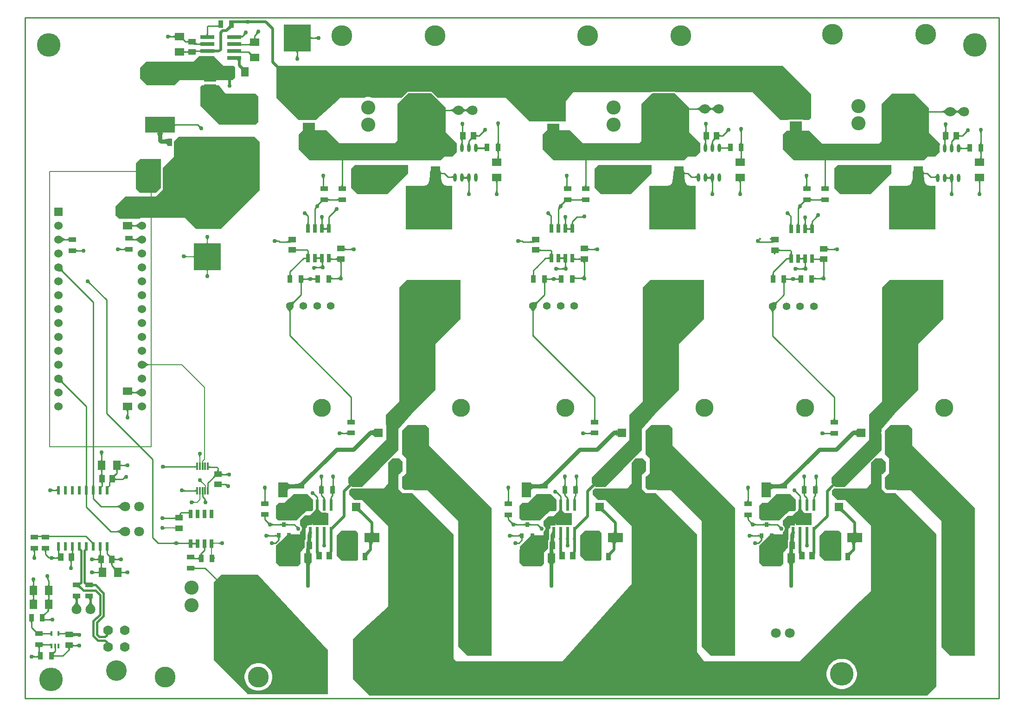
<source format=gtl>
G04*
G04 #@! TF.GenerationSoftware,Altium Limited,Altium Designer,21.9.2 (33)*
G04*
G04 Layer_Physical_Order=1*
G04 Layer_Color=255*
%FSLAX25Y25*%
%MOIN*%
G70*
G04*
G04 #@! TF.SameCoordinates,B06A9D19-EDBD-4E7D-A5C2-52FB3366CB16*
G04*
G04*
G04 #@! TF.FilePolarity,Positive*
G04*
G01*
G75*
%ADD12C,0.01000*%
%ADD15C,0.00500*%
%ADD17R,0.04134X0.05512*%
%ADD18R,0.05709X0.07087*%
%ADD19R,0.01181X0.05315*%
%ADD20R,0.05315X0.03543*%
%ADD21R,0.02559X0.06102*%
%ADD22O,0.02362X0.05906*%
%ADD23C,0.03000*%
%ADD24R,0.03543X0.05315*%
%ADD25R,0.07087X0.05709*%
%ADD26R,0.05512X0.04134*%
%ADD27R,0.33465X0.31496*%
%ADD28R,0.09843X0.02756*%
%ADD29R,0.03150X0.03543*%
%ADD30R,0.08898X0.11024*%
%ADD31R,0.21260X0.11417*%
%ADD32R,0.19685X0.19685*%
%ADD33R,0.01575X0.03543*%
%ADD34R,0.06890X0.05709*%
%ADD35R,0.02362X0.07874*%
%ADD36R,0.11614X0.08858*%
%ADD37R,0.06693X0.10630*%
%ADD38R,0.10630X0.06693*%
%ADD39R,0.02362X0.05906*%
%ADD78C,0.02500*%
%ADD79C,0.00800*%
%ADD80C,0.01500*%
%ADD81C,0.02000*%
%ADD82C,0.03000*%
%ADD83C,0.08000*%
%ADD84C,0.07087*%
%ADD85C,0.05600*%
%ADD86C,0.10158*%
%ADD87C,0.15000*%
%ADD88C,0.16929*%
%ADD89C,0.06024*%
%ADD90R,0.06024X0.06024*%
%ADD91C,0.07000*%
%ADD92C,0.14800*%
%ADD93C,0.04724*%
%ADD94C,0.13000*%
%ADD95R,0.06299X0.06299*%
%ADD96C,0.06299*%
%ADD97R,0.06299X0.06299*%
%ADD98C,0.08000*%
G36*
X138803Y482500D02*
X138793Y482595D01*
X138763Y482680D01*
X138713Y482755D01*
X138643Y482820D01*
X138553Y482875D01*
X138443Y482920D01*
X138313Y482955D01*
X138163Y482980D01*
X137993Y482995D01*
X137803Y483000D01*
Y484000D01*
X137993Y484005D01*
X138163Y484020D01*
X138313Y484045D01*
X138443Y484080D01*
X138553Y484125D01*
X138643Y484180D01*
X138713Y484245D01*
X138763Y484320D01*
X138793Y484405D01*
X138803Y484500D01*
Y482500D01*
D02*
G37*
G36*
X149677Y482367D02*
X149515Y482471D01*
X149326Y482520D01*
X149110Y482515D01*
X148867Y482454D01*
X148598Y482339D01*
X148301Y482169D01*
X147978Y481944D01*
X147628Y481665D01*
X146848Y480940D01*
X145263Y482184D01*
X145668Y482603D01*
X146303Y483350D01*
X146533Y483678D01*
X146705Y483976D01*
X146818Y484243D01*
X146873Y484481D01*
X146870Y484688D01*
X146809Y484865D01*
X146689Y485012D01*
X149677Y482367D01*
D02*
G37*
G36*
X167778Y478026D02*
X167626Y477993D01*
X167339Y477908D01*
X167204Y477856D01*
X167076Y477797D01*
X166953Y477731D01*
X166837Y477659D01*
X166727Y477580D01*
X166622Y477495D01*
X166524Y477403D01*
X165667Y477960D01*
X165763Y478065D01*
X165846Y478174D01*
X165916Y478287D01*
X165972Y478404D01*
X166016Y478525D01*
X166046Y478651D01*
X166062Y478780D01*
X166065Y478914D01*
X166055Y479051D01*
X166032Y479192D01*
X167778Y478026D01*
D02*
G37*
G36*
X158815Y477533D02*
X158663Y477497D01*
X158377Y477406D01*
X158243Y477351D01*
X158115Y477290D01*
X157993Y477223D01*
X157878Y477150D01*
X157768Y477071D01*
X157664Y476985D01*
X157566Y476893D01*
X156689Y477430D01*
X156786Y477536D01*
X156869Y477645D01*
X156938Y477758D01*
X156994Y477875D01*
X157036Y477996D01*
X157064Y478120D01*
X157078Y478248D01*
X157079Y478380D01*
X157067Y478516D01*
X157040Y478656D01*
X158815Y477533D01*
D02*
G37*
G36*
X131359Y477674D02*
X131374Y477502D01*
X131399Y477350D01*
X131434Y477218D01*
X131479Y477107D01*
X131534Y477016D01*
X131599Y476945D01*
X131674Y476894D01*
X131759Y476864D01*
X131854Y476854D01*
X129854D01*
X129949Y476864D01*
X130034Y476894D01*
X130109Y476945D01*
X130174Y477016D01*
X130229Y477107D01*
X130274Y477218D01*
X130309Y477350D01*
X130334Y477502D01*
X130349Y477674D01*
X130354Y477866D01*
X131354D01*
X131359Y477674D01*
D02*
G37*
G36*
X155064Y476799D02*
X155092Y476740D01*
X155138Y476687D01*
X155203Y476642D01*
X155287Y476603D01*
X155388Y476572D01*
X155509Y476547D01*
X155648Y476529D01*
X155805Y476519D01*
X155981Y476515D01*
Y475515D01*
X155803Y475511D01*
X155644Y475498D01*
X155504Y475477D01*
X155382Y475447D01*
X155279Y475409D01*
X155194Y475362D01*
X155129Y475307D01*
X155081Y475243D01*
X155053Y475170D01*
X155043Y475089D01*
X155055Y476866D01*
X155064Y476799D01*
D02*
G37*
G36*
X107481Y475000D02*
X107471Y475095D01*
X107440Y475180D01*
X107390Y475255D01*
X107319Y475320D01*
X107228Y475375D01*
X107116Y475420D01*
X106985Y475455D01*
X106833Y475480D01*
X106661Y475495D01*
X106469Y475500D01*
Y476500D01*
X106661Y476505D01*
X106833Y476520D01*
X106985Y476545D01*
X107116Y476580D01*
X107228Y476625D01*
X107319Y476680D01*
X107390Y476745D01*
X107440Y476820D01*
X107471Y476905D01*
X107481Y477000D01*
Y475000D01*
D02*
G37*
G36*
X103681Y476945D02*
X103794Y476852D01*
X103910Y476769D01*
X104029Y476698D01*
X104151Y476638D01*
X104278Y476588D01*
X104407Y476549D01*
X104539Y476522D01*
X104675Y476506D01*
X104814Y476500D01*
Y475500D01*
X104675Y475494D01*
X104539Y475478D01*
X104407Y475451D01*
X104278Y475412D01*
X104151Y475362D01*
X104029Y475302D01*
X103910Y475231D01*
X103794Y475148D01*
X103681Y475055D01*
X103571Y474950D01*
Y477050D01*
X103681Y476945D01*
D02*
G37*
G36*
X165505Y475664D02*
X165520Y475494D01*
X165545Y475344D01*
X165580Y475214D01*
X165625Y475104D01*
X165680Y475014D01*
X165745Y474944D01*
X165820Y474894D01*
X165905Y474864D01*
X166000Y474854D01*
X164000D01*
X164095Y474864D01*
X164180Y474894D01*
X164255Y474944D01*
X164320Y475014D01*
X164375Y475104D01*
X164420Y475214D01*
X164455Y475344D01*
X164480Y475494D01*
X164495Y475664D01*
X164500Y475854D01*
X165500D01*
X165505Y475664D01*
D02*
G37*
G36*
X205329Y475905D02*
X205359Y475820D01*
X205410Y475745D01*
X205480Y475680D01*
X205572Y475625D01*
X205683Y475580D01*
X205814Y475545D01*
X205966Y475520D01*
X206138Y475505D01*
X206330Y475500D01*
Y474500D01*
X206138Y474495D01*
X205966Y474480D01*
X205814Y474455D01*
X205683Y474420D01*
X205572Y474375D01*
X205480Y474320D01*
X205410Y474255D01*
X205359Y474180D01*
X205329Y474095D01*
X205318Y474000D01*
Y476000D01*
X205329Y475905D01*
D02*
G37*
G36*
X209929Y473950D02*
X209819Y474054D01*
X209707Y474148D01*
X209591Y474230D01*
X209471Y474302D01*
X209349Y474363D01*
X209223Y474412D01*
X209093Y474450D01*
X208961Y474478D01*
X208825Y474495D01*
X208686Y474500D01*
Y475500D01*
X208825Y475505D01*
X208961Y475522D01*
X209093Y475550D01*
X209223Y475588D01*
X209349Y475637D01*
X209471Y475698D01*
X209591Y475770D01*
X209707Y475852D01*
X209819Y475946D01*
X209929Y476050D01*
Y473950D01*
D02*
G37*
G36*
X114464Y474507D02*
X114437Y474416D01*
X114438Y474310D01*
X114468Y474191D01*
X114525Y474056D01*
X114611Y473908D01*
X114726Y473745D01*
X114868Y473567D01*
X115238Y473170D01*
X114531Y472462D01*
X114325Y472662D01*
X113956Y472975D01*
X113793Y473089D01*
X113644Y473175D01*
X113510Y473233D01*
X113390Y473263D01*
X113285Y473264D01*
X113194Y473237D01*
X113117Y473181D01*
X114519Y474584D01*
X114464Y474507D01*
D02*
G37*
G36*
X117268Y471240D02*
X117258Y471335D01*
X117228Y471420D01*
X117177Y471495D01*
X117106Y471560D01*
X117015Y471615D01*
X116904Y471660D01*
X116772Y471695D01*
X116620Y471720D01*
X116448Y471735D01*
X116256Y471740D01*
Y472740D01*
X116448Y472745D01*
X116620Y472760D01*
X116772Y472785D01*
X116904Y472820D01*
X117015Y472865D01*
X117106Y472920D01*
X117177Y472985D01*
X117228Y473060D01*
X117258Y473145D01*
X117268Y473240D01*
Y471240D01*
D02*
G37*
G36*
X122743Y471578D02*
X122774Y471493D01*
X122825Y471418D01*
X122896Y471353D01*
X122987Y471298D01*
X123098Y471253D01*
X123230Y471218D01*
X123381Y471193D01*
X123552Y471178D01*
X123744Y471173D01*
Y470173D01*
X122744Y470185D01*
X122732Y471673D01*
X122743Y471578D01*
D02*
G37*
G36*
X125945Y469500D02*
X125935Y469595D01*
X125905Y469680D01*
X125855Y469755D01*
X125785Y469820D01*
X125695Y469875D01*
X125585Y469920D01*
X125455Y469955D01*
X125305Y469980D01*
X125135Y469995D01*
X124945Y470000D01*
Y471000D01*
X125135Y471005D01*
X125305Y471020D01*
X125455Y471045D01*
X125585Y471080D01*
X125695Y471125D01*
X125785Y471180D01*
X125855Y471245D01*
X125905Y471320D01*
X125935Y471405D01*
X125945Y471500D01*
Y469500D01*
D02*
G37*
G36*
X161469Y469170D02*
X161459Y469263D01*
X161429Y469347D01*
X161379Y469421D01*
X161309Y469485D01*
X161219Y469539D01*
X161109Y469583D01*
X160979Y469618D01*
X160829Y469642D01*
X160659Y469657D01*
X160469Y469662D01*
Y470662D01*
X160660Y470667D01*
X160832Y470682D01*
X160984Y470707D01*
X161115Y470742D01*
X161226Y470787D01*
X161317Y470842D01*
X161388Y470907D01*
X161439Y470982D01*
X161470Y471067D01*
X161481Y471162D01*
X161469Y469170D01*
D02*
G37*
G36*
X155053Y471067D02*
X155083Y470982D01*
X155134Y470907D01*
X155205Y470842D01*
X155296Y470787D01*
X155407Y470742D01*
X155539Y470707D01*
X155691Y470682D01*
X155863Y470667D01*
X156055Y470662D01*
Y469662D01*
X155863Y469657D01*
X155691Y469642D01*
X155539Y469617D01*
X155407Y469582D01*
X155296Y469537D01*
X155205Y469482D01*
X155134Y469417D01*
X155083Y469342D01*
X155053Y469257D01*
X155043Y469162D01*
Y471162D01*
X155053Y471067D01*
D02*
G37*
G36*
X125945Y464500D02*
X125935Y464595D01*
X125905Y464680D01*
X125855Y464755D01*
X125785Y464820D01*
X125695Y464875D01*
X125585Y464920D01*
X125455Y464955D01*
X125305Y464980D01*
X125135Y464995D01*
X124945Y465000D01*
Y466000D01*
X125135Y466005D01*
X125305Y466020D01*
X125455Y466045D01*
X125585Y466080D01*
X125695Y466125D01*
X125785Y466180D01*
X125855Y466245D01*
X125905Y466320D01*
X125935Y466405D01*
X125945Y466500D01*
Y464500D01*
D02*
G37*
G36*
X122742Y466405D02*
X122772Y466320D01*
X122823Y466245D01*
X122894Y466180D01*
X122985Y466125D01*
X123096Y466080D01*
X123228Y466045D01*
X123380Y466020D01*
X123552Y466005D01*
X123744Y466000D01*
Y465000D01*
X123552Y464995D01*
X123380Y464980D01*
X123228Y464955D01*
X123096Y464920D01*
X122985Y464875D01*
X122894Y464820D01*
X122823Y464755D01*
X122772Y464680D01*
X122742Y464595D01*
X122732Y464500D01*
Y466500D01*
X122742Y466405D01*
D02*
G37*
G36*
X196405Y465100D02*
X196320Y465070D01*
X196245Y465020D01*
X196180Y464949D01*
X196125Y464858D01*
X196080Y464746D01*
X196045Y464615D01*
X196020Y464463D01*
X196005Y464291D01*
X196000Y464099D01*
X195000D01*
X194995Y464291D01*
X194980Y464463D01*
X194955Y464615D01*
X194920Y464746D01*
X194875Y464858D01*
X194820Y464949D01*
X194755Y465020D01*
X194680Y465070D01*
X194595Y465100D01*
X194500Y465111D01*
X196500D01*
X196405Y465100D01*
D02*
G37*
G36*
X117268Y463988D02*
X117258Y464083D01*
X117228Y464168D01*
X117177Y464243D01*
X117106Y464308D01*
X117015Y464363D01*
X116904Y464408D01*
X116772Y464443D01*
X116620Y464468D01*
X116448Y464483D01*
X116256Y464488D01*
Y465488D01*
X116448Y465493D01*
X116620Y465508D01*
X116772Y465533D01*
X116904Y465568D01*
X117015Y465613D01*
X117106Y465668D01*
X117177Y465733D01*
X117228Y465808D01*
X117258Y465893D01*
X117268Y465988D01*
Y463988D01*
D02*
G37*
G36*
X114529Y465893D02*
X114560Y465808D01*
X114610Y465733D01*
X114681Y465668D01*
X114772Y465613D01*
X114884Y465568D01*
X115015Y465533D01*
X115167Y465508D01*
X115339Y465493D01*
X115531Y465488D01*
Y464488D01*
X115339Y464483D01*
X115167Y464468D01*
X115015Y464443D01*
X114884Y464408D01*
X114772Y464363D01*
X114681Y464308D01*
X114610Y464243D01*
X114560Y464168D01*
X114529Y464083D01*
X114519Y463988D01*
Y465988D01*
X114529Y465893D01*
D02*
G37*
G36*
X161742Y464343D02*
X162106Y464036D01*
X162267Y463924D01*
X162415Y463839D01*
X162550Y463783D01*
X162671Y463753D01*
X162779Y463751D01*
X162874Y463777D01*
X162955Y463831D01*
X161469Y462488D01*
X161529Y462563D01*
X161559Y462652D01*
X161561Y462756D01*
X161534Y462875D01*
X161478Y463009D01*
X161392Y463158D01*
X161278Y463322D01*
X161135Y463500D01*
X160762Y463902D01*
X161540Y464538D01*
X161742Y464343D01*
D02*
G37*
G36*
X196005Y462175D02*
X196022Y462039D01*
X196049Y461907D01*
X196088Y461777D01*
X196137Y461652D01*
X196198Y461529D01*
X196270Y461410D01*
X196352Y461294D01*
X196446Y461181D01*
X196550Y461071D01*
X194450D01*
X194554Y461181D01*
X194648Y461294D01*
X194730Y461410D01*
X194802Y461529D01*
X194862Y461652D01*
X194912Y461777D01*
X194950Y461907D01*
X194978Y462039D01*
X194994Y462175D01*
X195000Y462314D01*
X196000D01*
X196005Y462175D01*
D02*
G37*
G36*
X155055Y459134D02*
X155057Y459114D01*
X155059Y459054D01*
X155067Y457134D01*
X153067D01*
X153057Y457516D01*
X153027Y457857D01*
X152977Y458158D01*
X152907Y458420D01*
X152817Y458641D01*
X152707Y458822D01*
X152577Y458963D01*
X152427Y459064D01*
X152257Y459125D01*
X152067Y459146D01*
X155055Y459134D01*
D02*
G37*
G36*
X155518Y455104D02*
X156394Y454346D01*
X156629Y454181D01*
X156835Y454061D01*
X157013Y453984D01*
X157162Y453952D01*
X157282Y453964D01*
X157375Y454019D01*
X155182Y451826D01*
X155237Y451918D01*
X155249Y452039D01*
X155217Y452188D01*
X155140Y452366D01*
X155020Y452572D01*
X154855Y452807D01*
X154646Y453070D01*
X154096Y453682D01*
X153755Y454031D01*
X155169Y455445D01*
X155518Y455104D01*
D02*
G37*
G36*
X147996Y443247D02*
X148099Y441604D01*
X148127Y441511D01*
X148158Y441453D01*
X145839Y441449D01*
X145868Y441505D01*
X145895Y441597D01*
X145918Y441724D01*
X145938Y441887D01*
X145980Y442589D01*
X145994Y443613D01*
X147994Y443623D01*
X147996Y443247D01*
D02*
G37*
G36*
X135500Y462000D02*
X142500Y455000D01*
X150000D01*
X151000Y454000D01*
Y446500D01*
X149000Y444500D01*
X111000D01*
X107500Y441000D01*
X87500Y441000D01*
X82500Y446000D01*
Y453500D01*
X87000Y458000D01*
X121000D01*
X125000Y462000D01*
X130500D01*
X135500Y462000D01*
D02*
G37*
G36*
X495970Y421520D02*
X495589Y421896D01*
X494875Y422530D01*
X494541Y422787D01*
X494223Y423005D01*
X493921Y423183D01*
X493634Y423322D01*
X493500Y423371D01*
X493366Y423322D01*
X493079Y423183D01*
X492777Y423005D01*
X492459Y422787D01*
X492125Y422530D01*
X491411Y421896D01*
X491030Y421520D01*
Y426480D01*
X491411Y426104D01*
X492125Y425470D01*
X492459Y425213D01*
X492777Y424995D01*
X493079Y424817D01*
X493366Y424678D01*
X493500Y424629D01*
X493634Y424678D01*
X493921Y424817D01*
X494223Y424995D01*
X494541Y425213D01*
X494875Y425470D01*
X495589Y426104D01*
X495970Y426480D01*
Y421520D01*
D02*
G37*
G36*
X318970Y420520D02*
X318589Y420896D01*
X317875Y421530D01*
X317541Y421787D01*
X317223Y422005D01*
X316921Y422183D01*
X316634Y422322D01*
X316500Y422370D01*
X316366Y422322D01*
X316079Y422183D01*
X315777Y422005D01*
X315459Y421787D01*
X315125Y421530D01*
X314411Y420896D01*
X314030Y420520D01*
Y425480D01*
X314411Y425104D01*
X315125Y424470D01*
X315459Y424213D01*
X315777Y423995D01*
X316079Y423817D01*
X316366Y423678D01*
X316500Y423630D01*
X316634Y423678D01*
X316921Y423817D01*
X317223Y423995D01*
X317541Y424213D01*
X317875Y424470D01*
X318589Y425104D01*
X318970Y425480D01*
Y420520D01*
D02*
G37*
G36*
X672470Y419520D02*
X672089Y419896D01*
X671375Y420530D01*
X671041Y420787D01*
X670723Y421005D01*
X670421Y421183D01*
X670134Y421322D01*
X670000Y421371D01*
X669866Y421322D01*
X669579Y421183D01*
X669277Y421005D01*
X668959Y420787D01*
X668625Y420530D01*
X667911Y419896D01*
X667530Y419520D01*
Y424480D01*
X667911Y424104D01*
X668625Y423470D01*
X668959Y423213D01*
X669277Y422995D01*
X669579Y422817D01*
X669866Y422678D01*
X670000Y422629D01*
X670134Y422678D01*
X670421Y422817D01*
X670723Y422995D01*
X671041Y423213D01*
X671375Y423470D01*
X672089Y424104D01*
X672470Y424480D01*
Y419520D01*
D02*
G37*
G36*
X485970Y421520D02*
X485589Y421896D01*
X484875Y422530D01*
X484541Y422787D01*
X484223Y423005D01*
X483921Y423183D01*
X483634Y423322D01*
X483362Y423421D01*
X483106Y423480D01*
X482866Y423500D01*
Y424500D01*
X483106Y424520D01*
X483362Y424579D01*
X483634Y424678D01*
X483921Y424817D01*
X484223Y424995D01*
X484541Y425213D01*
X484875Y425470D01*
X485589Y426104D01*
X485970Y426480D01*
Y421520D01*
D02*
G37*
G36*
X308970Y420520D02*
X308589Y420896D01*
X307875Y421530D01*
X307541Y421787D01*
X307223Y422005D01*
X306921Y422183D01*
X306634Y422322D01*
X306362Y422421D01*
X306106Y422480D01*
X305866Y422500D01*
Y423500D01*
X306106Y423520D01*
X306362Y423579D01*
X306634Y423678D01*
X306921Y423817D01*
X307223Y423995D01*
X307541Y424213D01*
X307875Y424470D01*
X308589Y425104D01*
X308970Y425480D01*
Y420520D01*
D02*
G37*
G36*
X662470Y419520D02*
X662089Y419896D01*
X661375Y420530D01*
X661041Y420787D01*
X660723Y421005D01*
X660421Y421183D01*
X660134Y421322D01*
X659862Y421421D01*
X659606Y421480D01*
X659366Y421500D01*
Y422500D01*
X659606Y422520D01*
X659862Y422579D01*
X660134Y422678D01*
X660421Y422817D01*
X660723Y422995D01*
X661041Y423213D01*
X661375Y423470D01*
X662089Y424104D01*
X662470Y424480D01*
Y419520D01*
D02*
G37*
G36*
X565000Y434500D02*
Y417500D01*
X563500Y416000D01*
X559449D01*
Y416213D01*
X548551D01*
Y416000D01*
X543000D01*
X527000Y432000D01*
X523000Y436000D01*
X467449D01*
X467206Y436162D01*
X466816Y436240D01*
X450816D01*
X450426Y436162D01*
X450183Y436000D01*
X394000D01*
X388500Y429172D01*
Y415000D01*
X362500D01*
X345500Y432000D01*
X296640D01*
X292679Y435961D01*
X292348Y436182D01*
X291958Y436260D01*
X275958D01*
X275740Y436216D01*
X275316D01*
X274926Y436139D01*
X274615Y435931D01*
X274610Y435930D01*
X274279Y435709D01*
X270570Y432000D01*
X249143D01*
X248681Y432191D01*
X247237Y432479D01*
X245763D01*
X244319Y432191D01*
X243857Y432000D01*
X226500D01*
X222000Y427500D01*
X209000Y416000D01*
X196500D01*
X192500Y420000D01*
X180500Y432000D01*
Y453500D01*
X182000Y455000D01*
X544500D01*
X565000Y434500D01*
D02*
G37*
G36*
X144026Y435000D02*
X165500D01*
X167500Y433000D01*
X167500Y414500D01*
X165500Y412500D01*
X139500Y412500D01*
X126000Y426000D01*
Y440000D01*
X126887Y440887D01*
X139378D01*
X144026Y435000D01*
D02*
G37*
G36*
X107616Y413310D02*
X107646Y413226D01*
X107697Y413151D01*
X107768Y413086D01*
X107859Y413030D01*
X107970Y412986D01*
X108102Y412951D01*
X108254Y412925D01*
X108426Y412911D01*
X108618Y412906D01*
Y411905D01*
X108426Y411901D01*
X108254Y411885D01*
X108102Y411861D01*
X107970Y411826D01*
X107859Y411781D01*
X107768Y411726D01*
X107697Y411660D01*
X107646Y411586D01*
X107616Y411501D01*
X107606Y411406D01*
Y413406D01*
X107616Y413310D01*
D02*
G37*
G36*
X98195Y413360D02*
X98374Y413265D01*
X98598Y413181D01*
X98866Y413108D01*
X99180Y413046D01*
X99537Y412995D01*
X100387Y412928D01*
X101414Y412906D01*
Y411905D01*
X100878Y411900D01*
X99180Y411765D01*
X98866Y411703D01*
X98598Y411630D01*
X98374Y411546D01*
X98195Y411451D01*
X98060Y411344D01*
Y413467D01*
X98195Y413360D01*
D02*
G37*
G36*
X340930Y412323D02*
X340818Y412227D01*
X340717Y412126D01*
X340629Y412021D01*
X340552Y411910D01*
X340487Y411794D01*
X340434Y411673D01*
X340393Y411547D01*
X340364Y411416D01*
X340346Y411280D01*
X340340Y411139D01*
X339340Y411253D01*
X339335Y411390D01*
X339320Y411525D01*
X339295Y411659D01*
X339260Y411791D01*
X339215Y411921D01*
X339160Y412049D01*
X339096Y412176D01*
X339021Y412301D01*
X338936Y412425D01*
X338842Y412547D01*
X340930Y412323D01*
D02*
G37*
G36*
X490262Y412040D02*
X490168Y411927D01*
X490086Y411811D01*
X490014Y411692D01*
X489954Y411569D01*
X489904Y411443D01*
X489865Y411314D01*
X489838Y411181D01*
X489821Y411045D01*
X489816Y410906D01*
X488816D01*
X488810Y411045D01*
X488794Y411181D01*
X488766Y411314D01*
X488728Y411443D01*
X488679Y411569D01*
X488618Y411692D01*
X488547Y411811D01*
X488464Y411927D01*
X488371Y412040D01*
X488266Y412149D01*
X490366D01*
X490262Y412040D01*
D02*
G37*
G36*
X315346Y412019D02*
X315252Y411906D01*
X315170Y411791D01*
X315098Y411671D01*
X315037Y411549D01*
X314988Y411422D01*
X314949Y411293D01*
X314922Y411161D01*
X314906Y411025D01*
X314900Y410886D01*
X313900D01*
X313895Y411025D01*
X313878Y411161D01*
X313850Y411293D01*
X313812Y411422D01*
X313762Y411549D01*
X313702Y411671D01*
X313631Y411791D01*
X313548Y411906D01*
X313455Y412019D01*
X313350Y412129D01*
X315450D01*
X315346Y412019D01*
D02*
G37*
G36*
X662445Y411819D02*
X662352Y411706D01*
X662269Y411590D01*
X662198Y411471D01*
X662138Y411348D01*
X662088Y411223D01*
X662049Y411093D01*
X662022Y410961D01*
X662006Y410825D01*
X662000Y410686D01*
X661000D01*
X660994Y410825D01*
X660978Y410961D01*
X660951Y411093D01*
X660912Y411223D01*
X660862Y411348D01*
X660802Y411471D01*
X660731Y411590D01*
X660648Y411706D01*
X660555Y411819D01*
X660450Y411929D01*
X662550D01*
X662445Y411819D01*
D02*
G37*
G36*
X125319Y411896D02*
X125427Y411811D01*
X125540Y411737D01*
X125659Y411673D01*
X125783Y411619D01*
X125912Y411575D01*
X126047Y411541D01*
X126188Y411517D01*
X126334Y411503D01*
X126485Y411500D01*
X125000Y410015D01*
X124997Y410166D01*
X124983Y410312D01*
X124959Y410453D01*
X124925Y410588D01*
X124881Y410717D01*
X124827Y410841D01*
X124763Y410960D01*
X124689Y411073D01*
X124604Y411181D01*
X124510Y411283D01*
X125217Y411990D01*
X125319Y411896D01*
D02*
G37*
G36*
X489821Y408272D02*
X489836Y408100D01*
X489861Y407948D01*
X489896Y407817D01*
X489941Y407705D01*
X489996Y407614D01*
X490061Y407543D01*
X490136Y407493D01*
X490221Y407463D01*
X490316Y407452D01*
X488316D01*
X488411Y407463D01*
X488496Y407493D01*
X488571Y407543D01*
X488636Y407614D01*
X488691Y407705D01*
X488736Y407817D01*
X488771Y407948D01*
X488796Y408100D01*
X488811Y408272D01*
X488816Y408464D01*
X489816D01*
X489821Y408272D01*
D02*
G37*
G36*
X314905Y408252D02*
X314920Y408080D01*
X314945Y407928D01*
X314980Y407796D01*
X315025Y407685D01*
X315080Y407594D01*
X315145Y407523D01*
X315220Y407472D01*
X315305Y407442D01*
X315400Y407432D01*
X313400D01*
X313495Y407442D01*
X313580Y407472D01*
X313655Y407523D01*
X313720Y407594D01*
X313775Y407685D01*
X313820Y407796D01*
X313855Y407928D01*
X313880Y408080D01*
X313895Y408252D01*
X313900Y408444D01*
X314900D01*
X314905Y408252D01*
D02*
G37*
G36*
X662005Y408052D02*
X662020Y407880D01*
X662045Y407728D01*
X662080Y407596D01*
X662125Y407485D01*
X662180Y407394D01*
X662245Y407323D01*
X662320Y407272D01*
X662405Y407242D01*
X662500Y407232D01*
X660500D01*
X660595Y407242D01*
X660680Y407272D01*
X660755Y407323D01*
X660820Y407394D01*
X660875Y407485D01*
X660920Y407596D01*
X660955Y407728D01*
X660980Y407880D01*
X660995Y408052D01*
X661000Y408244D01*
X662000D01*
X662005Y408052D01*
D02*
G37*
G36*
X515446Y408319D02*
X515352Y408207D01*
X515270Y408090D01*
X515198Y407971D01*
X515137Y407849D01*
X515088Y407723D01*
X515050Y407593D01*
X515022Y407461D01*
X515005Y407325D01*
X515000Y407186D01*
X514000D01*
X513995Y407325D01*
X513978Y407461D01*
X513950Y407593D01*
X513912Y407723D01*
X513863Y407849D01*
X513802Y407971D01*
X513730Y408090D01*
X513648Y408207D01*
X513554Y408319D01*
X513450Y408429D01*
X515550D01*
X515446Y408319D01*
D02*
G37*
G36*
X505554Y407431D02*
X505403Y407427D01*
X505257Y407414D01*
X505117Y407390D01*
X504982Y407356D01*
X504852Y407312D01*
X504728Y407258D01*
X504610Y407194D01*
X504497Y407120D01*
X504389Y407035D01*
X504287Y406941D01*
X503580Y407648D01*
X503674Y407750D01*
X503758Y407858D01*
X503833Y407971D01*
X503897Y408090D01*
X503951Y408214D01*
X503995Y408343D01*
X504029Y408478D01*
X504052Y408619D01*
X504066Y408765D01*
X504070Y408916D01*
X505554Y407431D01*
D02*
G37*
G36*
X330638Y407410D02*
X330487Y407407D01*
X330341Y407393D01*
X330201Y407370D01*
X330066Y407336D01*
X329936Y407292D01*
X329812Y407238D01*
X329694Y407173D01*
X329581Y407099D01*
X329473Y407015D01*
X329371Y406920D01*
X328663Y407627D01*
X328758Y407730D01*
X328842Y407837D01*
X328917Y407951D01*
X328981Y408069D01*
X329035Y408193D01*
X329079Y408323D01*
X329113Y408458D01*
X329136Y408598D01*
X329150Y408744D01*
X329153Y408895D01*
X330638Y407410D01*
D02*
G37*
G36*
X677738Y407210D02*
X677587Y407207D01*
X677441Y407193D01*
X677301Y407169D01*
X677166Y407136D01*
X677036Y407092D01*
X676912Y407038D01*
X676794Y406974D01*
X676681Y406899D01*
X676573Y406815D01*
X676471Y406720D01*
X675764Y407428D01*
X675858Y407530D01*
X675942Y407638D01*
X676017Y407751D01*
X676081Y407869D01*
X676135Y407993D01*
X676179Y408123D01*
X676213Y408258D01*
X676236Y408398D01*
X676250Y408544D01*
X676254Y408695D01*
X677738Y407210D01*
D02*
G37*
G36*
X688004Y407886D02*
X687896Y407782D01*
X687800Y407673D01*
X687715Y407561D01*
X687641Y407445D01*
X687579Y407325D01*
X687528Y407201D01*
X687488Y407073D01*
X687460Y406941D01*
X687443Y406805D01*
X687437Y406665D01*
X686437Y406710D01*
X686432Y406848D01*
X686416Y406984D01*
X686389Y407117D01*
X686352Y407247D01*
X686304Y407375D01*
X686246Y407500D01*
X686177Y407622D01*
X686097Y407742D01*
X686007Y407859D01*
X685906Y407974D01*
X688004Y407886D01*
D02*
G37*
G36*
X499109Y405625D02*
X499140Y405541D01*
X499190Y405466D01*
X499261Y405401D01*
X499352Y405345D01*
X499463Y405301D01*
X499595Y405266D01*
X499747Y405240D01*
X499919Y405226D01*
X500111Y405221D01*
Y404220D01*
X499919Y404215D01*
X499747Y404201D01*
X499595Y404176D01*
X499463Y404141D01*
X499352Y404096D01*
X499261Y404040D01*
X499190Y403975D01*
X499140Y403900D01*
X499109Y403816D01*
X499099Y403721D01*
Y405721D01*
X499109Y405625D01*
D02*
G37*
G36*
X99715Y406679D02*
X99460Y406589D01*
X99235Y406439D01*
X99040Y406229D01*
X98875Y405959D01*
X98740Y405629D01*
X98635Y405239D01*
X98560Y404789D01*
X98515Y404279D01*
X98500Y403709D01*
X95500D01*
X95485Y404279D01*
X95440Y404789D01*
X95365Y405239D01*
X95260Y405629D01*
X95125Y405959D01*
X94960Y406229D01*
X94765Y406439D01*
X94540Y406589D01*
X94285Y406679D01*
X94000Y406709D01*
X100000D01*
X99715Y406679D01*
D02*
G37*
G36*
X324193Y405605D02*
X324224Y405520D01*
X324274Y405445D01*
X324345Y405380D01*
X324436Y405325D01*
X324547Y405280D01*
X324679Y405245D01*
X324831Y405220D01*
X325003Y405205D01*
X325195Y405200D01*
Y404200D01*
X325003Y404195D01*
X324831Y404180D01*
X324679Y404155D01*
X324547Y404120D01*
X324436Y404075D01*
X324345Y404020D01*
X324274Y403955D01*
X324224Y403880D01*
X324193Y403795D01*
X324183Y403700D01*
Y405700D01*
X324193Y405605D01*
D02*
G37*
G36*
X671293Y405405D02*
X671324Y405320D01*
X671374Y405245D01*
X671445Y405180D01*
X671536Y405125D01*
X671647Y405080D01*
X671779Y405045D01*
X671931Y405020D01*
X672103Y405005D01*
X672295Y405000D01*
Y404000D01*
X672103Y403995D01*
X671931Y403980D01*
X671779Y403955D01*
X671647Y403920D01*
X671536Y403875D01*
X671445Y403820D01*
X671374Y403755D01*
X671324Y403680D01*
X671293Y403595D01*
X671283Y403500D01*
Y405500D01*
X671293Y405405D01*
D02*
G37*
G36*
X496415Y401977D02*
X496338Y402033D01*
X496246Y402061D01*
X496140D01*
X496020Y402033D01*
X495885Y401977D01*
X495737Y401892D01*
X495574Y401779D01*
X495397Y401637D01*
X495001Y401269D01*
X494294Y401977D01*
X494492Y402182D01*
X494803Y402549D01*
X494916Y402712D01*
X495001Y402860D01*
X495058Y402995D01*
X495086Y403115D01*
Y403221D01*
X495058Y403313D01*
X495001Y403391D01*
X496415Y401977D01*
D02*
G37*
G36*
X321499Y401956D02*
X321422Y402013D01*
X321330Y402041D01*
X321224D01*
X321104Y402013D01*
X320969Y401956D01*
X320821Y401871D01*
X320658Y401758D01*
X320481Y401617D01*
X320085Y401249D01*
X319378Y401956D01*
X319576Y402161D01*
X319887Y402529D01*
X320000Y402692D01*
X320085Y402840D01*
X320142Y402974D01*
X320170Y403094D01*
Y403201D01*
X320142Y403293D01*
X320085Y403370D01*
X321499Y401956D01*
D02*
G37*
G36*
X668599Y401756D02*
X668522Y401813D01*
X668430Y401841D01*
X668324D01*
X668203Y401813D01*
X668069Y401756D01*
X667921Y401671D01*
X667758Y401558D01*
X667581Y401417D01*
X667185Y401049D01*
X666478Y401756D01*
X666676Y401961D01*
X666987Y402329D01*
X667100Y402492D01*
X667185Y402640D01*
X667242Y402774D01*
X667270Y402894D01*
Y403001D01*
X667242Y403092D01*
X667185Y403170D01*
X668599Y401756D01*
D02*
G37*
G36*
X489721Y401978D02*
X489636Y401948D01*
X489561Y401897D01*
X489496Y401827D01*
X489441Y401736D01*
X489396Y401624D01*
X489361Y401493D01*
X489336Y401341D01*
X489321Y401169D01*
X489316Y400977D01*
X488316D01*
X488311Y401169D01*
X488296Y401341D01*
X488271Y401493D01*
X488236Y401624D01*
X488191Y401736D01*
X488136Y401827D01*
X488071Y401897D01*
X487996Y401948D01*
X487911Y401978D01*
X487816Y401989D01*
X489816D01*
X489721Y401978D01*
D02*
G37*
G36*
X314866Y401958D02*
X314781Y401928D01*
X314706Y401877D01*
X314641Y401806D01*
X314586Y401715D01*
X314541Y401604D01*
X314506Y401472D01*
X314481Y401320D01*
X314466Y401148D01*
X314461Y400956D01*
X313400D01*
X313395Y401148D01*
X313380Y401320D01*
X313355Y401472D01*
X313320Y401604D01*
X313275Y401715D01*
X313220Y401806D01*
X313155Y401877D01*
X313080Y401928D01*
X312995Y401958D01*
X312900Y401968D01*
X314961D01*
X314866Y401958D01*
D02*
G37*
G36*
X661905Y401758D02*
X661820Y401728D01*
X661745Y401677D01*
X661680Y401606D01*
X661625Y401515D01*
X661580Y401404D01*
X661545Y401272D01*
X661520Y401120D01*
X661505Y400948D01*
X661500Y400756D01*
X660500D01*
X660495Y400948D01*
X660480Y401120D01*
X660455Y401272D01*
X660420Y401404D01*
X660375Y401515D01*
X660320Y401606D01*
X660255Y401677D01*
X660180Y401728D01*
X660095Y401758D01*
X660000Y401768D01*
X662000D01*
X661905Y401758D01*
D02*
G37*
G36*
X302458Y424740D02*
Y424523D01*
X302461Y424520D01*
Y407237D01*
X310458Y399240D01*
Y399023D01*
X310461Y399020D01*
Y398656D01*
X310411Y398536D01*
X310288Y397602D01*
Y394058D01*
X310411Y393123D01*
X310456Y393015D01*
X306961Y389520D01*
X306943D01*
X306903Y389479D01*
X306826D01*
X306799Y389453D01*
X306782D01*
X306741Y389413D01*
X306161D01*
X306157Y389409D01*
X301350D01*
X298961Y387020D01*
X298943D01*
X298903Y386980D01*
X298826D01*
X298799Y386953D01*
X298782D01*
X298742Y386913D01*
X298161D01*
X298158Y386910D01*
X204658D01*
X204579Y386988D01*
X204500D01*
X196500Y394988D01*
Y405488D01*
X199343Y408331D01*
X199450D01*
X199659Y408539D01*
X200239D01*
X200242Y408542D01*
X200260D01*
X200300Y408583D01*
X216615D01*
X225958Y399240D01*
X265752D01*
X267500Y400988D01*
Y427488D01*
X275000Y434988D01*
X275107D01*
X275316Y435197D01*
X275897D01*
X275900Y435200D01*
X275918D01*
X275958Y435240D01*
X291958D01*
X302458Y424740D01*
D02*
G37*
G36*
X477316Y424720D02*
Y424503D01*
X477319Y424500D01*
Y407218D01*
X485316Y399220D01*
Y399003D01*
X485319Y399000D01*
Y398495D01*
X485204Y397622D01*
Y394079D01*
X485245Y393767D01*
X485304Y393316D01*
D01*
X485327Y393144D01*
X485367Y393048D01*
X481819Y389500D01*
X481724D01*
X481658Y389433D01*
X476252D01*
X473819Y387000D01*
X473724D01*
X473658Y386933D01*
X380157D01*
X380079Y387012D01*
X380000D01*
X372000Y395012D01*
Y405512D01*
X374843Y408354D01*
X374950D01*
X375159Y408563D01*
X391474D01*
X400816Y399220D01*
X441209D01*
X443000Y401012D01*
Y427512D01*
X450500Y435012D01*
X450607D01*
X450816Y435220D01*
X466816D01*
X477316Y424720D01*
D02*
G37*
G36*
X649500Y424500D02*
Y407000D01*
X657500Y399000D01*
Y398252D01*
X657388Y397402D01*
Y393858D01*
X657501Y393001D01*
X654000Y389500D01*
X648500D01*
X646000Y387000D01*
X552500D01*
X544500Y395000D01*
Y405500D01*
X547342Y408343D01*
X563658D01*
X573000Y399000D01*
X613500D01*
X615500Y401000D01*
Y427500D01*
X623000Y435000D01*
X639000D01*
X649500Y424500D01*
D02*
G37*
G36*
X515005Y399674D02*
X515020Y399502D01*
X515045Y399350D01*
X515080Y399218D01*
X515125Y399107D01*
X515180Y399016D01*
X515245Y398945D01*
X515320Y398894D01*
X515405Y398864D01*
X515500Y398854D01*
X513500D01*
X513595Y398864D01*
X513680Y398894D01*
X513755Y398945D01*
X513820Y399016D01*
X513875Y399107D01*
X513920Y399218D01*
X513955Y399350D01*
X513980Y399502D01*
X513995Y399674D01*
X514000Y399866D01*
X515000D01*
X515005Y399674D01*
D02*
G37*
G36*
X340345Y399653D02*
X340360Y399481D01*
X340385Y399329D01*
X340420Y399198D01*
X340465Y399086D01*
X340520Y398995D01*
X340585Y398925D01*
X340660Y398874D01*
X340745Y398844D01*
X340840Y398833D01*
X338840D01*
X338935Y398844D01*
X339020Y398874D01*
X339095Y398925D01*
X339160Y398995D01*
X339215Y399086D01*
X339260Y399198D01*
X339295Y399329D01*
X339320Y399481D01*
X339335Y399653D01*
X339340Y399846D01*
X340340D01*
X340345Y399653D01*
D02*
G37*
G36*
X687442Y399453D02*
X687457Y399281D01*
X687482Y399129D01*
X687517Y398998D01*
X687562Y398886D01*
X687617Y398795D01*
X687682Y398725D01*
X687757Y398674D01*
X687842Y398644D01*
X687937Y398634D01*
X685937D01*
X686032Y398644D01*
X686117Y398674D01*
X686192Y398725D01*
X686257Y398795D01*
X686312Y398886D01*
X686357Y398998D01*
X686392Y399129D01*
X686417Y399281D01*
X686432Y399453D01*
X686437Y399645D01*
X687437D01*
X687442Y399453D01*
D02*
G37*
G36*
X489321Y399405D02*
X489360Y398942D01*
X489395Y398753D01*
X489439Y398594D01*
X489493Y398464D01*
X489556Y398362D01*
X489630Y398290D01*
X489713Y398247D01*
X489807Y398232D01*
X487825D01*
X487919Y398247D01*
X488002Y398290D01*
X488076Y398362D01*
X488139Y398464D01*
X488193Y398594D01*
X488237Y398753D01*
X488272Y398942D01*
X488296Y399159D01*
X488311Y399405D01*
X488316Y399680D01*
X489316D01*
X489321Y399405D01*
D02*
G37*
G36*
X493819Y399680D02*
X494316D01*
X494316Y399679D01*
X494319Y399679D01*
X494324Y399404D01*
X494363Y398940D01*
X494397Y398751D01*
X494442Y398592D01*
X494495Y398461D01*
X494559Y398360D01*
X494581Y398338D01*
X494630Y398290D01*
X494713Y398247D01*
X494806Y398232D01*
X494786D01*
X494809Y398228D01*
X493820Y398232D01*
X492826D01*
X492849Y398236D01*
X492828Y398236D01*
X492922Y398250D01*
X493005Y398293D01*
X493057Y398344D01*
X493076Y398362D01*
X493139Y398464D01*
X493193Y398594D01*
X493237Y398753D01*
X493272Y398942D01*
X493296Y399159D01*
X493311Y399405D01*
X493316Y399680D01*
X493319D01*
X493319Y399682D01*
X493819Y399680D01*
D02*
G37*
G36*
X318961Y399660D02*
X319400D01*
X319400Y399638D01*
X319461Y399635D01*
X319465Y399468D01*
X319479Y399307D01*
X319502Y399151D01*
X319534Y398999D01*
X319576Y398852D01*
X319626Y398710D01*
X319686Y398573D01*
X319755Y398441D01*
X319834Y398314D01*
X319921Y398191D01*
X319522Y398212D01*
X317910D01*
X318003Y398226D01*
X318086Y398269D01*
X318101Y398284D01*
X317970Y398290D01*
X318063Y398300D01*
X318147Y398338D01*
X318172Y398361D01*
X318223Y398443D01*
X318277Y398574D01*
X318321Y398733D01*
X318356Y398921D01*
X318380Y399138D01*
X318395Y399385D01*
X318400Y399660D01*
X318460D01*
X318461Y399685D01*
X318961Y399660D01*
D02*
G37*
G36*
X313961D02*
X314400D01*
X314400Y399638D01*
X314461Y399635D01*
X314465Y399468D01*
X314479Y399307D01*
X314502Y399151D01*
X314534Y398999D01*
X314576Y398852D01*
X314626Y398710D01*
X314686Y398573D01*
X314755Y398441D01*
X314834Y398314D01*
X314921Y398191D01*
X314522Y398212D01*
X312910D01*
X313003Y398226D01*
X313086Y398269D01*
X313101Y398284D01*
X312970Y398290D01*
X313063Y398300D01*
X313147Y398338D01*
X313172Y398361D01*
X313223Y398443D01*
X313277Y398574D01*
X313321Y398733D01*
X313356Y398921D01*
X313380Y399138D01*
X313395Y399385D01*
X313400Y399660D01*
X313460D01*
X313461Y399685D01*
X313961Y399660D01*
D02*
G37*
G36*
X666505Y399185D02*
X666544Y398721D01*
X666578Y398533D01*
X666623Y398374D01*
X666677Y398243D01*
X666740Y398142D01*
X666814Y398069D01*
X666897Y398026D01*
X666991Y398011D01*
X665009D01*
X665103Y398026D01*
X665186Y398069D01*
X665260Y398142D01*
X665323Y398243D01*
X665377Y398374D01*
X665421Y398533D01*
X665456Y398721D01*
X665480Y398938D01*
X665495Y399185D01*
X665500Y399460D01*
X666500D01*
X666505Y399185D01*
D02*
G37*
G36*
X661505D02*
X661544Y398721D01*
X661579Y398533D01*
X661623Y398374D01*
X661677Y398243D01*
X661740Y398142D01*
X661814Y398069D01*
X661897Y398026D01*
X661990Y398011D01*
X660009D01*
X660103Y398026D01*
X660186Y398069D01*
X660260Y398142D01*
X660323Y398243D01*
X660377Y398374D01*
X660422Y398533D01*
X660456Y398721D01*
X660480Y398938D01*
X660495Y399185D01*
X660500Y399460D01*
X661500D01*
X661505Y399185D01*
D02*
G37*
G36*
X102303Y397500D02*
X102273Y397785D01*
X102183Y398040D01*
X102033Y398265D01*
X101823Y398460D01*
X101553Y398625D01*
X101223Y398760D01*
X100833Y398865D01*
X100383Y398940D01*
X99873Y398985D01*
X99303Y399000D01*
Y402000D01*
X99873Y402006D01*
X101223Y402103D01*
X101553Y402161D01*
X101823Y402232D01*
X102033Y402316D01*
X102183Y402413D01*
X102273Y402523D01*
X102303Y402645D01*
Y397500D01*
D02*
G37*
G36*
X505131Y394850D02*
X505121Y394945D01*
X505091Y395030D01*
X505040Y395105D01*
X504969Y395170D01*
X504878Y395225D01*
X504767Y395270D01*
X504635Y395305D01*
X504484Y395330D01*
X504312Y395345D01*
X504119Y395350D01*
Y396350D01*
X504312Y396355D01*
X504484Y396370D01*
X504635Y396395D01*
X504767Y396430D01*
X504878Y396475D01*
X504969Y396530D01*
X505040Y396595D01*
X505091Y396670D01*
X505121Y396755D01*
X505131Y396850D01*
Y394850D01*
D02*
G37*
G36*
X499993Y396755D02*
X500024Y396670D01*
X500074Y396595D01*
X500145Y396530D01*
X500236Y396475D01*
X500348Y396430D01*
X500479Y396395D01*
X500631Y396370D01*
X500803Y396355D01*
X500995Y396350D01*
Y395350D01*
X500803Y395345D01*
X500631Y395330D01*
X500479Y395305D01*
X500348Y395270D01*
X500236Y395225D01*
X500145Y395170D01*
X500074Y395105D01*
X500024Y395030D01*
X499993Y394945D01*
X499983Y394850D01*
Y396850D01*
X499993Y396755D01*
D02*
G37*
G36*
X330215Y394830D02*
Y394650D01*
X330205Y394745D01*
X330175Y394830D01*
X330124Y394905D01*
X330053Y394970D01*
X329962Y395025D01*
X329851Y395070D01*
X329719Y395105D01*
X329568Y395130D01*
X329396Y395145D01*
X329203Y395150D01*
Y395330D01*
Y396150D01*
Y396330D01*
X329396Y396335D01*
X329568Y396350D01*
X329719Y396375D01*
X329851Y396410D01*
X329962Y396455D01*
X330053Y396510D01*
X330124Y396575D01*
X330175Y396650D01*
X330205Y396735D01*
X330215Y396830D01*
Y394830D01*
D02*
G37*
G36*
X325077Y396735D02*
X325108Y396650D01*
X325158Y396575D01*
X325229Y396510D01*
X325320Y396455D01*
X325431Y396410D01*
X325563Y396375D01*
X325715Y396350D01*
X325887Y396335D01*
X326079Y396330D01*
Y396150D01*
Y395150D01*
X325887Y395145D01*
X325715Y395130D01*
X325563Y395105D01*
X325431Y395070D01*
X325320Y395025D01*
X325229Y394970D01*
X325158Y394905D01*
X325108Y394830D01*
X325077Y394745D01*
X325067Y394650D01*
Y394830D01*
Y396830D01*
X325077Y396735D01*
D02*
G37*
G36*
X677315Y394630D02*
X677305Y394725D01*
X677275Y394810D01*
X677224Y394885D01*
X677153Y394950D01*
X677062Y395005D01*
X676951Y395050D01*
X676820Y395085D01*
X676668Y395110D01*
X676496Y395125D01*
X676303Y395130D01*
Y396130D01*
X676496Y396135D01*
X676668Y396150D01*
X676820Y396175D01*
X676951Y396210D01*
X677062Y396255D01*
X677153Y396310D01*
X677224Y396375D01*
X677275Y396450D01*
X677305Y396535D01*
X677315Y396630D01*
Y394630D01*
D02*
G37*
G36*
X672177Y396535D02*
X672208Y396450D01*
X672258Y396375D01*
X672329Y396310D01*
X672420Y396255D01*
X672532Y396210D01*
X672663Y396175D01*
X672815Y396150D01*
X672987Y396135D01*
X673179Y396130D01*
Y395130D01*
X672987Y395125D01*
X672815Y395110D01*
X672663Y395085D01*
X672532Y395050D01*
X672420Y395005D01*
X672329Y394950D01*
X672258Y394885D01*
X672208Y394810D01*
X672177Y394725D01*
X672167Y394630D01*
Y396630D01*
X672177Y396535D01*
D02*
G37*
G36*
X515658Y393577D02*
X515573Y393547D01*
X515498Y393496D01*
X515433Y393425D01*
X515378Y393334D01*
X515333Y393223D01*
X515298Y393091D01*
X515273Y392939D01*
X515258Y392767D01*
X515253Y392575D01*
X514253D01*
X514248Y392767D01*
X514233Y392939D01*
X514208Y393091D01*
X514173Y393223D01*
X514128Y393334D01*
X514073Y393425D01*
X514008Y393496D01*
X513933Y393547D01*
X513848Y393577D01*
X513753Y393587D01*
X515753D01*
X515658Y393577D01*
D02*
G37*
G36*
X340742Y393556D02*
X340657Y393526D01*
X340582Y393475D01*
X340517Y393405D01*
X340462Y393314D01*
X340417Y393202D01*
X340382Y393071D01*
X340357Y392919D01*
X340342Y392747D01*
X340337Y392554D01*
X339337D01*
X339332Y392747D01*
X339317Y392919D01*
X339292Y393071D01*
X339257Y393202D01*
X339212Y393314D01*
X339157Y393405D01*
X339092Y393475D01*
X339017Y393526D01*
X338932Y393556D01*
X338837Y393566D01*
X340837D01*
X340742Y393556D01*
D02*
G37*
G36*
X687842Y393356D02*
X687757Y393326D01*
X687682Y393275D01*
X687617Y393205D01*
X687562Y393113D01*
X687517Y393002D01*
X687482Y392871D01*
X687457Y392719D01*
X687442Y392547D01*
X687437Y392354D01*
X686437D01*
X686432Y392547D01*
X686417Y392719D01*
X686392Y392871D01*
X686357Y393002D01*
X686312Y393113D01*
X686257Y393205D01*
X686192Y393275D01*
X686117Y393326D01*
X686032Y393356D01*
X685937Y393367D01*
X687937D01*
X687842Y393356D01*
D02*
G37*
G36*
X515258Y389385D02*
X515273Y389215D01*
X515298Y389065D01*
X515333Y388935D01*
X515378Y388825D01*
X515433Y388735D01*
X515498Y388665D01*
X515573Y388615D01*
X515658Y388585D01*
X515753Y388575D01*
X513753D01*
X513848Y388585D01*
X513933Y388615D01*
X514008Y388665D01*
X514073Y388735D01*
X514128Y388825D01*
X514173Y388935D01*
X514208Y389065D01*
X514233Y389215D01*
X514248Y389385D01*
X514253Y389575D01*
X515253D01*
X515258Y389385D01*
D02*
G37*
G36*
X340342Y389364D02*
X340357Y389194D01*
X340382Y389044D01*
X340417Y388914D01*
X340462Y388804D01*
X340517Y388714D01*
X340582Y388644D01*
X340657Y388594D01*
X340742Y388564D01*
X340837Y388554D01*
X338837D01*
X338932Y388564D01*
X339017Y388594D01*
X339092Y388644D01*
X339157Y388714D01*
X339212Y388804D01*
X339257Y388914D01*
X339292Y389044D01*
X339317Y389194D01*
X339332Y389364D01*
X339337Y389554D01*
X340337D01*
X340342Y389364D01*
D02*
G37*
G36*
X687442Y389164D02*
X687457Y388994D01*
X687482Y388844D01*
X687517Y388714D01*
X687562Y388604D01*
X687617Y388514D01*
X687682Y388444D01*
X687757Y388394D01*
X687842Y388364D01*
X687937Y388354D01*
X685937D01*
X686032Y388364D01*
X686117Y388394D01*
X686192Y388444D01*
X686257Y388514D01*
X686312Y388604D01*
X686357Y388714D01*
X686392Y388844D01*
X686417Y388994D01*
X686432Y389164D01*
X686437Y389354D01*
X687437D01*
X687442Y389164D01*
D02*
G37*
G36*
X298392Y378559D02*
X298423Y378473D01*
X298474Y378398D01*
X298545Y378334D01*
X298637Y378278D01*
X298748Y378234D01*
X298879Y378199D01*
X299030Y378173D01*
X299202Y378159D01*
X299394Y378153D01*
Y377153D01*
X298394Y377166D01*
X298381Y378654D01*
X298392Y378559D01*
D02*
G37*
G36*
X645432Y378539D02*
X645463Y378454D01*
X645514Y378379D01*
X645585Y378314D01*
X645676Y378259D01*
X645787Y378214D01*
X645919Y378179D01*
X646070Y378154D01*
X646241Y378139D01*
X646433Y378134D01*
Y377134D01*
X645433Y377146D01*
X645421Y378634D01*
X645432Y378539D01*
D02*
G37*
G36*
X473251D02*
X473281Y378454D01*
X473333Y378379D01*
X473404Y378314D01*
X473495Y378259D01*
X473606Y378214D01*
X473737Y378179D01*
X473889Y378154D01*
X474060Y378139D01*
X474252Y378134D01*
Y377134D01*
X473252Y377146D01*
X473240Y378634D01*
X473251Y378539D01*
D02*
G37*
G36*
X307733Y374020D02*
X307723Y374115D01*
X307692Y374200D01*
X307642Y374275D01*
X307571Y374340D01*
X307480Y374395D01*
X307368Y374440D01*
X307237Y374475D01*
X307085Y374500D01*
X306913Y374515D01*
X306721Y374520D01*
Y375520D01*
X306913Y375525D01*
X307085Y375540D01*
X307237Y375565D01*
X307368Y375600D01*
X307480Y375645D01*
X307571Y375700D01*
X307642Y375765D01*
X307692Y375840D01*
X307723Y375925D01*
X307733Y376020D01*
Y374020D01*
D02*
G37*
G36*
X654833Y374000D02*
X654823Y374095D01*
X654792Y374180D01*
X654742Y374255D01*
X654671Y374320D01*
X654580Y374375D01*
X654468Y374420D01*
X654337Y374455D01*
X654185Y374480D01*
X654013Y374495D01*
X653821Y374500D01*
Y375500D01*
X654013Y375505D01*
X654185Y375520D01*
X654337Y375545D01*
X654468Y375580D01*
X654580Y375625D01*
X654671Y375680D01*
X654742Y375745D01*
X654792Y375820D01*
X654823Y375905D01*
X654833Y376000D01*
Y374000D01*
D02*
G37*
G36*
X482649D02*
X482639Y374095D01*
X482608Y374180D01*
X482558Y374255D01*
X482487Y374320D01*
X482396Y374375D01*
X482284Y374420D01*
X482153Y374455D01*
X482001Y374480D01*
X481829Y374495D01*
X481637Y374500D01*
Y375500D01*
X481829Y375505D01*
X482001Y375520D01*
X482153Y375545D01*
X482284Y375580D01*
X482396Y375625D01*
X482487Y375680D01*
X482558Y375745D01*
X482608Y375820D01*
X482639Y375905D01*
X482649Y376000D01*
Y374000D01*
D02*
G37*
G36*
X215406Y374839D02*
X215313Y374726D01*
X215230Y374610D01*
X215159Y374491D01*
X215098Y374368D01*
X215049Y374242D01*
X215010Y374113D01*
X214983Y373980D01*
X214966Y373845D01*
X214961Y373706D01*
X213961D01*
X213955Y373845D01*
X213939Y373980D01*
X213911Y374113D01*
X213873Y374242D01*
X213823Y374368D01*
X213763Y374491D01*
X213691Y374610D01*
X213609Y374726D01*
X213515Y374839D01*
X213411Y374949D01*
X215511D01*
X215406Y374839D01*
D02*
G37*
G36*
X562445Y374819D02*
X562352Y374707D01*
X562269Y374590D01*
X562198Y374471D01*
X562138Y374348D01*
X562088Y374222D01*
X562049Y374093D01*
X562022Y373961D01*
X562006Y373825D01*
X562000Y373686D01*
X561000D01*
X560994Y373825D01*
X560978Y373961D01*
X560951Y374093D01*
X560912Y374222D01*
X560862Y374348D01*
X560802Y374471D01*
X560731Y374590D01*
X560648Y374707D01*
X560555Y374819D01*
X560450Y374929D01*
X562550D01*
X562445Y374819D01*
D02*
G37*
G36*
X390264D02*
X390171Y374707D01*
X390088Y374590D01*
X390017Y374471D01*
X389956Y374348D01*
X389907Y374222D01*
X389868Y374093D01*
X389841Y373961D01*
X389824Y373825D01*
X389819Y373686D01*
X388819D01*
X388813Y373825D01*
X388797Y373961D01*
X388769Y374093D01*
X388731Y374222D01*
X388681Y374348D01*
X388621Y374471D01*
X388549Y374590D01*
X388467Y374707D01*
X388373Y374819D01*
X388269Y374929D01*
X390369D01*
X390264Y374819D01*
D02*
G37*
G36*
X317733Y373570D02*
Y373390D01*
X317723Y373485D01*
X317692Y373570D01*
X317642Y373645D01*
X317571Y373710D01*
X317480Y373765D01*
X317369Y373810D01*
X317237Y373845D01*
X317085Y373870D01*
X316913Y373885D01*
X316721Y373890D01*
Y374070D01*
Y374890D01*
Y375070D01*
X316913Y375075D01*
X317085Y375090D01*
X317237Y375115D01*
X317369Y375150D01*
X317480Y375195D01*
X317571Y375250D01*
X317642Y375315D01*
X317692Y375390D01*
X317723Y375475D01*
X317733Y375570D01*
Y373570D01*
D02*
G37*
G36*
X315077Y375475D02*
X315108Y375390D01*
X315158Y375315D01*
X315229Y375250D01*
X315320Y375195D01*
X315431Y375150D01*
X315563Y375115D01*
X315715Y375090D01*
X315887Y375075D01*
X316079Y375070D01*
Y374890D01*
Y373890D01*
X315887Y373885D01*
X315715Y373870D01*
X315563Y373845D01*
X315431Y373810D01*
X315320Y373765D01*
X315229Y373710D01*
X315158Y373645D01*
X315108Y373570D01*
X315077Y373485D01*
X315067Y373390D01*
Y373570D01*
Y375570D01*
X315077Y375475D01*
D02*
G37*
G36*
X664833Y373370D02*
X664823Y373465D01*
X664792Y373550D01*
X664742Y373625D01*
X664671Y373690D01*
X664580Y373745D01*
X664468Y373790D01*
X664337Y373825D01*
X664185Y373850D01*
X664013Y373865D01*
X663821Y373870D01*
Y374870D01*
X664013Y374875D01*
X664185Y374890D01*
X664337Y374915D01*
X664468Y374950D01*
X664580Y374995D01*
X664671Y375050D01*
X664742Y375115D01*
X664792Y375190D01*
X664823Y375275D01*
X664833Y375370D01*
Y373370D01*
D02*
G37*
G36*
X662177Y375275D02*
X662208Y375190D01*
X662258Y375115D01*
X662329Y375050D01*
X662420Y374995D01*
X662532Y374950D01*
X662663Y374915D01*
X662815Y374890D01*
X662987Y374875D01*
X663179Y374870D01*
Y373870D01*
X662987Y373865D01*
X662815Y373850D01*
X662663Y373825D01*
X662532Y373790D01*
X662420Y373745D01*
X662329Y373690D01*
X662258Y373625D01*
X662208Y373550D01*
X662177Y373465D01*
X662167Y373370D01*
Y375370D01*
X662177Y375275D01*
D02*
G37*
G36*
X492649Y373590D02*
Y373370D01*
X492639Y373465D01*
X492608Y373550D01*
X492558Y373625D01*
X492487Y373690D01*
X492396Y373745D01*
X492284Y373790D01*
X492153Y373825D01*
X492001Y373850D01*
X491829Y373865D01*
X491637Y373870D01*
Y374091D01*
Y374870D01*
Y375091D01*
X491829Y375096D01*
X492001Y375111D01*
X492153Y375136D01*
X492284Y375171D01*
X492396Y375216D01*
X492487Y375271D01*
X492558Y375336D01*
X492608Y375411D01*
X492639Y375496D01*
X492649Y375590D01*
Y373590D01*
D02*
G37*
G36*
X489993Y375496D02*
X490024Y375411D01*
X490074Y375336D01*
X490145Y375271D01*
X490236Y375216D01*
X490347Y375171D01*
X490479Y375136D01*
X490631Y375111D01*
X490803Y375096D01*
X490995Y375091D01*
Y374870D01*
Y373870D01*
X490803Y373865D01*
X490631Y373850D01*
X490479Y373825D01*
X490347Y373790D01*
X490236Y373745D01*
X490145Y373690D01*
X490074Y373625D01*
X490024Y373550D01*
X489993Y373465D01*
X489983Y373370D01*
Y373590D01*
Y375590D01*
X489993Y375496D01*
D02*
G37*
G36*
X514721Y371868D02*
X514636Y371838D01*
X514561Y371787D01*
X514496Y371716D01*
X514441Y371625D01*
X514396Y371514D01*
X514361Y371382D01*
X514336Y371231D01*
X514321Y371059D01*
X514316Y370866D01*
X513316D01*
X513311Y371059D01*
X513296Y371231D01*
X513271Y371382D01*
X513236Y371514D01*
X513191Y371625D01*
X513136Y371716D01*
X513071Y371787D01*
X512996Y371838D01*
X512911Y371868D01*
X512816Y371878D01*
X514816D01*
X514721Y371868D01*
D02*
G37*
G36*
X339866Y371848D02*
X339781Y371817D01*
X339706Y371767D01*
X339641Y371696D01*
X339586Y371605D01*
X339541Y371494D01*
X339506Y371362D01*
X339481Y371210D01*
X339466Y371038D01*
X339461Y370846D01*
X338461D01*
X338456Y371038D01*
X338441Y371210D01*
X338416Y371362D01*
X338381Y371494D01*
X338336Y371605D01*
X338281Y371696D01*
X338216Y371767D01*
X338141Y371817D01*
X338056Y371848D01*
X337961Y371858D01*
X339961D01*
X339866Y371848D01*
D02*
G37*
G36*
X494713Y372195D02*
X494630Y372151D01*
X494556Y372079D01*
X494493Y371977D01*
X494439Y371847D01*
X494394Y371688D01*
X494360Y371499D01*
X494336Y371282D01*
X494321Y371036D01*
X494316Y370761D01*
X493316D01*
X493311Y371036D01*
X493272Y371499D01*
X493237Y371688D01*
X493193Y371847D01*
X493139Y371977D01*
X493076Y372079D01*
X493002Y372151D01*
X492919Y372195D01*
X492826Y372209D01*
X494806D01*
X494713Y372195D01*
D02*
G37*
G36*
X319797Y372174D02*
X319714Y372131D01*
X319640Y372058D01*
X319577Y371957D01*
X319523Y371826D01*
X319479Y371667D01*
X319444Y371479D01*
X319420Y371262D01*
X319405Y371015D01*
X319400Y370740D01*
X318400D01*
X318395Y371015D01*
X318356Y371479D01*
X318321Y371667D01*
X318277Y371826D01*
X318223Y371957D01*
X318160Y372058D01*
X318086Y372131D01*
X318003Y372174D01*
X317910Y372188D01*
X319890D01*
X319797Y372174D01*
D02*
G37*
G36*
X686905Y371648D02*
X686820Y371617D01*
X686745Y371567D01*
X686680Y371496D01*
X686625Y371405D01*
X686580Y371293D01*
X686545Y371162D01*
X686520Y371010D01*
X686505Y370838D01*
X686500Y370646D01*
X685500D01*
X685495Y370838D01*
X685480Y371010D01*
X685455Y371162D01*
X685420Y371293D01*
X685375Y371405D01*
X685320Y371496D01*
X685255Y371567D01*
X685180Y371617D01*
X685095Y371648D01*
X685000Y371658D01*
X687000D01*
X686905Y371648D01*
D02*
G37*
G36*
X666897Y371974D02*
X666814Y371931D01*
X666740Y371858D01*
X666677Y371757D01*
X666623Y371626D01*
X666578Y371467D01*
X666544Y371279D01*
X666520Y371061D01*
X666505Y370815D01*
X666500Y370540D01*
X665500D01*
X665495Y370815D01*
X665456Y371279D01*
X665421Y371467D01*
X665377Y371626D01*
X665323Y371757D01*
X665260Y371858D01*
X665186Y371931D01*
X665103Y371974D01*
X665009Y371989D01*
X666991D01*
X666897Y371974D01*
D02*
G37*
G36*
X299001Y375198D02*
X299121Y373836D01*
X299321Y372634D01*
X299601Y371593D01*
X299961Y370711D01*
X300401Y369990D01*
X300921Y369429D01*
X301521Y369029D01*
X302201Y368788D01*
X302961Y368708D01*
X286961D01*
X287721Y368788D01*
X288401Y369029D01*
X289001Y369429D01*
X289521Y369990D01*
X289961Y370711D01*
X290321Y371593D01*
X290601Y372634D01*
X290801Y373836D01*
X290921Y375198D01*
X290961Y376720D01*
X298961D01*
X299001Y375198D01*
D02*
G37*
G36*
X646040Y375178D02*
X646160Y373816D01*
X646360Y372615D01*
X646640Y371573D01*
X647000Y370692D01*
X647440Y369970D01*
X647960Y369410D01*
X648560Y369009D01*
X649240Y368769D01*
X650000Y368689D01*
X634000D01*
X634760Y368769D01*
X635440Y369009D01*
X636040Y369410D01*
X636560Y369970D01*
X637000Y370692D01*
X637360Y371573D01*
X637640Y372615D01*
X637840Y373816D01*
X637960Y375178D01*
X638000Y376701D01*
X646000D01*
X646040Y375178D01*
D02*
G37*
G36*
X473859D02*
X473979Y373816D01*
X474179Y372615D01*
X474459Y371573D01*
X474819Y370692D01*
X475259Y369970D01*
X475779Y369410D01*
X476379Y369009D01*
X477059Y368769D01*
X477819Y368689D01*
X461819D01*
X462579Y368769D01*
X463259Y369009D01*
X463859Y369410D01*
X464379Y369970D01*
X464819Y370692D01*
X465179Y371573D01*
X465459Y372615D01*
X465659Y373816D01*
X465779Y375178D01*
X465819Y376701D01*
X473819D01*
X473859Y375178D01*
D02*
G37*
G36*
X214966Y369026D02*
X214981Y368856D01*
X215006Y368706D01*
X215041Y368576D01*
X215086Y368466D01*
X215141Y368376D01*
X215206Y368306D01*
X215281Y368256D01*
X215366Y368226D01*
X215461Y368216D01*
X213461D01*
X213556Y368226D01*
X213641Y368256D01*
X213716Y368306D01*
X213781Y368376D01*
X213836Y368466D01*
X213881Y368576D01*
X213916Y368706D01*
X213941Y368856D01*
X213956Y369026D01*
X213961Y369216D01*
X214961D01*
X214966Y369026D01*
D02*
G37*
G36*
X228466Y369024D02*
X228481Y368852D01*
X228506Y368700D01*
X228541Y368569D01*
X228586Y368457D01*
X228641Y368366D01*
X228706Y368295D01*
X228781Y368245D01*
X228866Y368215D01*
X228961Y368204D01*
X226961D01*
X227056Y368215D01*
X227141Y368245D01*
X227216Y368295D01*
X227281Y368366D01*
X227336Y368457D01*
X227381Y368569D01*
X227416Y368700D01*
X227441Y368852D01*
X227456Y369024D01*
X227461Y369216D01*
X228461D01*
X228466Y369024D01*
D02*
G37*
G36*
X562005Y369007D02*
X562020Y368837D01*
X562045Y368687D01*
X562080Y368557D01*
X562125Y368447D01*
X562180Y368357D01*
X562245Y368287D01*
X562320Y368237D01*
X562405Y368207D01*
X562500Y368197D01*
X560500D01*
X560595Y368207D01*
X560680Y368237D01*
X560755Y368287D01*
X560820Y368357D01*
X560875Y368447D01*
X560920Y368557D01*
X560955Y368687D01*
X560980Y368837D01*
X560995Y369007D01*
X561000Y369197D01*
X562000D01*
X562005Y369007D01*
D02*
G37*
G36*
X389824D02*
X389839Y368837D01*
X389864Y368687D01*
X389899Y368557D01*
X389944Y368447D01*
X389999Y368357D01*
X390064Y368287D01*
X390139Y368237D01*
X390224Y368207D01*
X390319Y368197D01*
X388319D01*
X388414Y368207D01*
X388499Y368237D01*
X388574Y368287D01*
X388639Y368357D01*
X388694Y368447D01*
X388739Y368557D01*
X388774Y368687D01*
X388799Y368837D01*
X388814Y369007D01*
X388819Y369197D01*
X389819D01*
X389824Y369007D01*
D02*
G37*
G36*
X575505Y369004D02*
X575520Y368832D01*
X575545Y368681D01*
X575580Y368549D01*
X575625Y368438D01*
X575680Y368347D01*
X575745Y368276D01*
X575820Y368225D01*
X575905Y368195D01*
X576000Y368185D01*
X574000D01*
X574095Y368195D01*
X574180Y368225D01*
X574255Y368276D01*
X574320Y368347D01*
X574375Y368438D01*
X574420Y368549D01*
X574455Y368681D01*
X574480Y368832D01*
X574495Y369004D01*
X574500Y369197D01*
X575500D01*
X575505Y369004D01*
D02*
G37*
G36*
X403324D02*
X403339Y368832D01*
X403364Y368681D01*
X403399Y368549D01*
X403444Y368438D01*
X403499Y368347D01*
X403564Y368276D01*
X403639Y368225D01*
X403724Y368195D01*
X403819Y368185D01*
X401819D01*
X401914Y368195D01*
X401999Y368225D01*
X402074Y368276D01*
X402139Y368347D01*
X402194Y368438D01*
X402239Y368549D01*
X402274Y368681D01*
X402299Y368832D01*
X402314Y369004D01*
X402319Y369197D01*
X403319D01*
X403324Y369004D01*
D02*
G37*
G36*
X514322Y364896D02*
X514338Y364760D01*
X514365Y364627D01*
X514404Y364498D01*
X514454Y364372D01*
X514514Y364249D01*
X514585Y364130D01*
X514668Y364014D01*
X514761Y363901D01*
X514866Y363792D01*
X512766D01*
X512871Y363901D01*
X512964Y364014D01*
X513047Y364130D01*
X513118Y364249D01*
X513178Y364372D01*
X513228Y364498D01*
X513267Y364627D01*
X513294Y364760D01*
X513310Y364896D01*
X513316Y365035D01*
X514316D01*
X514322Y364896D01*
D02*
G37*
G36*
X339466Y364695D02*
X339483Y364559D01*
X339510Y364426D01*
X339549Y364297D01*
X339598Y364171D01*
X339659Y364049D01*
X339730Y363929D01*
X339813Y363813D01*
X339906Y363700D01*
X340011Y363591D01*
X337911D01*
X338015Y363700D01*
X338109Y363813D01*
X338191Y363929D01*
X338263Y364049D01*
X338323Y364171D01*
X338373Y364297D01*
X338411Y364426D01*
X338439Y364559D01*
X338455Y364695D01*
X338461Y364834D01*
X339461D01*
X339466Y364695D01*
D02*
G37*
G36*
X686506Y364675D02*
X686522Y364539D01*
X686550Y364407D01*
X686588Y364278D01*
X686637Y364152D01*
X686698Y364029D01*
X686769Y363910D01*
X686852Y363793D01*
X686945Y363681D01*
X687050Y363571D01*
X684950D01*
X685054Y363681D01*
X685148Y363793D01*
X685230Y363910D01*
X685302Y364029D01*
X685362Y364152D01*
X685412Y364278D01*
X685451Y364407D01*
X685478Y364539D01*
X685495Y364675D01*
X685500Y364814D01*
X686500D01*
X686506Y364675D01*
D02*
G37*
G36*
X666505D02*
X666522Y364539D01*
X666549Y364407D01*
X666588Y364278D01*
X666638Y364152D01*
X666698Y364029D01*
X666770Y363910D01*
X666852Y363793D01*
X666946Y363681D01*
X667050Y363571D01*
X664950D01*
X665055Y363681D01*
X665148Y363793D01*
X665231Y363910D01*
X665302Y364029D01*
X665363Y364152D01*
X665412Y364278D01*
X665450Y364407D01*
X665478Y364539D01*
X665494Y364675D01*
X665500Y364814D01*
X666500D01*
X666505Y364675D01*
D02*
G37*
G36*
X494321Y364676D02*
X494338Y364540D01*
X494366Y364408D01*
X494404Y364279D01*
X494454Y364153D01*
X494514Y364030D01*
X494586Y363911D01*
X494668Y363795D01*
X494762Y363683D01*
X494867Y363573D01*
X492767Y363569D01*
X492871Y363679D01*
X492965Y363792D01*
X493047Y363908D01*
X493118Y364028D01*
X493179Y364150D01*
X493228Y364276D01*
X493267Y364406D01*
X493294Y364538D01*
X493310Y364674D01*
X493316Y364813D01*
X494316Y364815D01*
X494321Y364676D01*
D02*
G37*
G36*
X319406Y364714D02*
X319423Y364578D01*
X319451Y364446D01*
X319491Y364318D01*
X319542Y364194D01*
X319604Y364074D01*
X319678Y363958D01*
X319762Y363845D01*
X319859Y363737D01*
X319967Y363632D01*
X317868Y363548D01*
X317969Y363662D01*
X318060Y363779D01*
X318139Y363899D01*
X318209Y364021D01*
X318267Y364146D01*
X318315Y364274D01*
X318352Y364404D01*
X318379Y364537D01*
X318395Y364673D01*
X318400Y364811D01*
X319400Y364854D01*
X319406Y364714D01*
D02*
G37*
G36*
X97500Y367000D02*
X94000Y363500D01*
X82500D01*
X79500Y366500D01*
Y385000D01*
X82500Y388000D01*
X97500D01*
Y367000D01*
D02*
G37*
G36*
X275461Y377520D02*
X260461Y362520D01*
X238961D01*
X234461Y367020D01*
X234461Y381020D01*
X236961Y383520D01*
X275461D01*
Y377520D01*
D02*
G37*
G36*
X622500Y377500D02*
X607500Y362500D01*
X586000D01*
X581500Y367000D01*
X581500Y381000D01*
X584000Y383500D01*
X622500D01*
Y377500D01*
D02*
G37*
G36*
X450319D02*
X435319Y362500D01*
X413819D01*
X409319Y367000D01*
X409319Y381000D01*
X411819Y383500D01*
X450319D01*
Y377500D01*
D02*
G37*
G36*
X225327Y357583D02*
X225317Y357678D01*
X225287Y357763D01*
X225236Y357838D01*
X225165Y357903D01*
X225074Y357958D01*
X224963Y358003D01*
X224831Y358038D01*
X224679Y358063D01*
X224507Y358078D01*
X224315Y358083D01*
Y359083D01*
X224507Y359088D01*
X224679Y359103D01*
X224831Y359128D01*
X224963Y359163D01*
X225074Y359208D01*
X225165Y359263D01*
X225236Y359328D01*
X225287Y359403D01*
X225317Y359488D01*
X225327Y359583D01*
Y357583D01*
D02*
G37*
G36*
X217604Y359488D02*
X217635Y359403D01*
X217685Y359328D01*
X217756Y359263D01*
X217847Y359208D01*
X217958Y359163D01*
X218090Y359128D01*
X218242Y359103D01*
X218414Y359088D01*
X218606Y359083D01*
Y358083D01*
X218414Y358078D01*
X218242Y358063D01*
X218090Y358038D01*
X217958Y358003D01*
X217847Y357958D01*
X217756Y357903D01*
X217685Y357838D01*
X217635Y357763D01*
X217604Y357678D01*
X217594Y357583D01*
Y359583D01*
X217604Y359488D01*
D02*
G37*
G36*
X572367Y357563D02*
X572356Y357658D01*
X572326Y357743D01*
X572275Y357818D01*
X572205Y357883D01*
X572114Y357938D01*
X572002Y357983D01*
X571871Y358018D01*
X571719Y358043D01*
X571547Y358058D01*
X571354Y358063D01*
Y359063D01*
X571547Y359068D01*
X571719Y359083D01*
X571871Y359108D01*
X572002Y359143D01*
X572114Y359188D01*
X572205Y359243D01*
X572275Y359308D01*
X572326Y359383D01*
X572356Y359468D01*
X572367Y359563D01*
Y357563D01*
D02*
G37*
G36*
X564644Y359468D02*
X564674Y359383D01*
X564725Y359308D01*
X564795Y359243D01*
X564887Y359188D01*
X564998Y359143D01*
X565129Y359108D01*
X565281Y359083D01*
X565453Y359068D01*
X565646Y359063D01*
Y358063D01*
X565453Y358058D01*
X565281Y358043D01*
X565129Y358018D01*
X564998Y357983D01*
X564887Y357938D01*
X564795Y357883D01*
X564725Y357818D01*
X564674Y357743D01*
X564644Y357658D01*
X564634Y357563D01*
Y359563D01*
X564644Y359468D01*
D02*
G37*
G36*
X400185Y357563D02*
X400175Y357658D01*
X400145Y357743D01*
X400094Y357818D01*
X400024Y357883D01*
X399932Y357938D01*
X399821Y357983D01*
X399690Y358018D01*
X399538Y358043D01*
X399366Y358058D01*
X399173Y358063D01*
Y359063D01*
X399366Y359068D01*
X399538Y359083D01*
X399690Y359108D01*
X399821Y359143D01*
X399932Y359188D01*
X400024Y359243D01*
X400094Y359308D01*
X400145Y359383D01*
X400175Y359468D01*
X400185Y359563D01*
Y357563D01*
D02*
G37*
G36*
X392462Y359468D02*
X392493Y359383D01*
X392544Y359308D01*
X392614Y359243D01*
X392705Y359188D01*
X392817Y359143D01*
X392948Y359108D01*
X393100Y359083D01*
X393272Y359068D01*
X393464Y359063D01*
Y358063D01*
X393272Y358058D01*
X393100Y358043D01*
X392948Y358018D01*
X392817Y357983D01*
X392705Y357938D01*
X392614Y357883D01*
X392544Y357818D01*
X392493Y357743D01*
X392462Y357658D01*
X392452Y357563D01*
Y359563D01*
X392462Y359468D01*
D02*
G37*
G36*
X213729Y356835D02*
X213653Y356890D01*
X213562Y356918D01*
X213456Y356916D01*
X213336Y356887D01*
X213202Y356829D01*
X213053Y356743D01*
X212890Y356629D01*
X212713Y356486D01*
X212315Y356116D01*
X211608Y356823D01*
X211807Y357029D01*
X212121Y357398D01*
X212235Y357561D01*
X212321Y357710D01*
X212379Y357844D01*
X212408Y357964D01*
X212410Y358069D01*
X212383Y358160D01*
X212327Y358237D01*
X213729Y356835D01*
D02*
G37*
G36*
X560769Y356815D02*
X560692Y356871D01*
X560601Y356898D01*
X560496Y356897D01*
X560376Y356867D01*
X560241Y356809D01*
X560093Y356723D01*
X559930Y356609D01*
X559752Y356466D01*
X559354Y356096D01*
X558647Y356803D01*
X558847Y357010D01*
X559160Y357379D01*
X559274Y357542D01*
X559361Y357690D01*
X559418Y357824D01*
X559448Y357944D01*
X559449Y358050D01*
X559422Y358141D01*
X559367Y358218D01*
X560769Y356815D01*
D02*
G37*
G36*
X388588D02*
X388511Y356871D01*
X388420Y356898D01*
X388314Y356897D01*
X388194Y356867D01*
X388060Y356809D01*
X387912Y356723D01*
X387749Y356609D01*
X387571Y356466D01*
X387173Y356096D01*
X386466Y356803D01*
X386666Y357010D01*
X386979Y357379D01*
X387093Y357542D01*
X387179Y357690D01*
X387237Y357824D01*
X387267Y357944D01*
X387268Y358050D01*
X387241Y358141D01*
X387185Y358218D01*
X388588Y356815D01*
D02*
G37*
G36*
X211850Y355650D02*
X211735Y355528D01*
X211636Y355405D01*
X211552Y355282D01*
X211484Y355159D01*
X211432Y355036D01*
X211396Y354912D01*
X211375Y354789D01*
X211370Y354665D01*
X211381Y354542D01*
X211407Y354418D01*
X209725Y355501D01*
X209858Y355527D01*
X209989Y355563D01*
X210118Y355608D01*
X210246Y355663D01*
X210372Y355727D01*
X210497Y355801D01*
X210620Y355885D01*
X210741Y355978D01*
X210861Y356082D01*
X210979Y356194D01*
X211850Y355650D01*
D02*
G37*
G36*
X558889Y355631D02*
X558774Y355508D01*
X558675Y355385D01*
X558592Y355262D01*
X558524Y355139D01*
X558472Y355016D01*
X558435Y354893D01*
X558414Y354769D01*
X558409Y354646D01*
X558420Y354522D01*
X558446Y354398D01*
X556765Y355481D01*
X556897Y355507D01*
X557028Y355543D01*
X557158Y355588D01*
X557285Y355643D01*
X557411Y355708D01*
X557536Y355782D01*
X557659Y355866D01*
X557781Y355959D01*
X557900Y356062D01*
X558018Y356174D01*
X558889Y355631D01*
D02*
G37*
G36*
X386708D02*
X386593Y355508D01*
X386494Y355385D01*
X386410Y355262D01*
X386343Y355139D01*
X386291Y355016D01*
X386254Y354893D01*
X386233Y354769D01*
X386228Y354646D01*
X386239Y354522D01*
X386265Y354398D01*
X384584Y355481D01*
X384716Y355507D01*
X384847Y355543D01*
X384977Y355588D01*
X385104Y355643D01*
X385230Y355708D01*
X385355Y355782D01*
X385478Y355866D01*
X385599Y355959D01*
X385719Y356062D01*
X385837Y356174D01*
X386708Y355631D01*
D02*
G37*
G36*
X295523Y353524D02*
X290814Y352631D01*
X290107Y353338D01*
X290163Y353432D01*
X290227Y353610D01*
X290297Y353871D01*
X290461Y354646D01*
X291000Y358047D01*
X295523Y353524D01*
D02*
G37*
G36*
X642562Y353504D02*
X637853Y352611D01*
X637147Y353318D01*
X637203Y353412D01*
X637266Y353590D01*
X637337Y353852D01*
X637501Y354626D01*
X638040Y358027D01*
X642562Y353504D01*
D02*
G37*
G36*
X470381D02*
X465672Y352611D01*
X464965Y353318D01*
X465021Y353412D01*
X465085Y353590D01*
X465156Y353852D01*
X465319Y354626D01*
X465859Y358027D01*
X470381Y353504D01*
D02*
G37*
G36*
X210138Y352530D02*
X210019Y352511D01*
X209900Y352480D01*
X209780Y352439D01*
X209660Y352387D01*
X209540Y352324D01*
X209419Y352250D01*
X209298Y352166D01*
X209176Y352070D01*
X208932Y351847D01*
X208107Y352436D01*
X208217Y352554D01*
X208312Y352671D01*
X208392Y352787D01*
X208457Y352902D01*
X208506Y353017D01*
X208541Y353131D01*
X208560Y353245D01*
X208564Y353358D01*
X208552Y353470D01*
X208526Y353582D01*
X210138Y352530D01*
D02*
G37*
G36*
X557178Y352511D02*
X557059Y352491D01*
X556939Y352461D01*
X556820Y352419D01*
X556700Y352367D01*
X556579Y352304D01*
X556459Y352231D01*
X556337Y352146D01*
X556216Y352051D01*
X555972Y351828D01*
X555147Y352416D01*
X555257Y352534D01*
X555352Y352651D01*
X555432Y352767D01*
X555496Y352883D01*
X555546Y352997D01*
X555580Y353112D01*
X555599Y353225D01*
X555603Y353338D01*
X555592Y353450D01*
X555565Y353562D01*
X557178Y352511D01*
D02*
G37*
G36*
X384997D02*
X384878Y352491D01*
X384758Y352461D01*
X384639Y352419D01*
X384519Y352367D01*
X384398Y352304D01*
X384277Y352231D01*
X384156Y352146D01*
X384035Y352051D01*
X383791Y351828D01*
X382965Y352416D01*
X383075Y352534D01*
X383171Y352651D01*
X383250Y352767D01*
X383315Y352883D01*
X383365Y352997D01*
X383399Y353112D01*
X383418Y353225D01*
X383422Y353338D01*
X383411Y353450D01*
X383384Y353562D01*
X384997Y352511D01*
D02*
G37*
G36*
X223985Y350500D02*
X223834Y350497D01*
X223688Y350483D01*
X223547Y350459D01*
X223412Y350425D01*
X223283Y350381D01*
X223159Y350327D01*
X223040Y350263D01*
X222927Y350189D01*
X222819Y350104D01*
X222717Y350010D01*
X222010Y350717D01*
X222105Y350819D01*
X222189Y350927D01*
X222263Y351040D01*
X222327Y351159D01*
X222381Y351283D01*
X222425Y351413D01*
X222459Y351547D01*
X222483Y351688D01*
X222497Y351834D01*
X222500Y351985D01*
X223985Y350500D01*
D02*
G37*
G36*
X377331Y348986D02*
X377358Y348838D01*
X377393Y348697D01*
X377437Y348562D01*
X377489Y348432D01*
X377549Y348308D01*
X377617Y348190D01*
X377694Y348078D01*
X377779Y347972D01*
X377872Y347871D01*
X377777Y347752D01*
X377809Y347717D01*
X377503Y347411D01*
X377243Y347087D01*
X377209Y347117D01*
X377102Y347010D01*
X376999Y347105D01*
X376892Y347189D01*
X376779Y347263D01*
X376660Y347327D01*
X376536Y347381D01*
X376406Y347425D01*
X376272Y347459D01*
X376131Y347483D01*
X375985Y347497D01*
X375834Y347500D01*
X376615Y348282D01*
X377312Y349139D01*
X377331Y348986D01*
D02*
G37*
G36*
X202471Y348937D02*
X202492Y348790D01*
X202522Y348649D01*
X202561Y348513D01*
X202609Y348383D01*
X202666Y348259D01*
X202733Y348141D01*
X202809Y348028D01*
X202893Y347921D01*
X202987Y347820D01*
X202932Y347757D01*
X202951Y347737D01*
X202623Y347410D01*
X202323Y347070D01*
X202303Y347089D01*
X202243Y347030D01*
X202141Y347124D01*
X202033Y347209D01*
X201920Y347283D01*
X201802Y347347D01*
X201678Y347401D01*
X201548Y347445D01*
X201413Y347479D01*
X201273Y347503D01*
X201127Y347516D01*
X200976Y347520D01*
X201740Y348284D01*
X202459Y349089D01*
X202471Y348937D01*
D02*
G37*
G36*
X549503Y348834D02*
X549517Y348688D01*
X549541Y348547D01*
X549575Y348412D01*
X549619Y348283D01*
X549673Y348159D01*
X549737Y348040D01*
X549811Y347927D01*
X549895Y347819D01*
X549990Y347717D01*
X549283Y347010D01*
X549181Y347105D01*
X549073Y347189D01*
X548960Y347263D01*
X548841Y347327D01*
X548717Y347381D01*
X548588Y347425D01*
X548453Y347459D01*
X548312Y347483D01*
X548166Y347497D01*
X548015Y347500D01*
X549500Y348985D01*
X549503Y348834D01*
D02*
G37*
G36*
X569985Y346000D02*
X569834Y345997D01*
X569688Y345983D01*
X569547Y345959D01*
X569413Y345925D01*
X569283Y345881D01*
X569159Y345827D01*
X569040Y345763D01*
X568927Y345689D01*
X568819Y345604D01*
X568717Y345510D01*
X568010Y346217D01*
X568105Y346319D01*
X568189Y346427D01*
X568263Y346540D01*
X568327Y346659D01*
X568381Y346783D01*
X568425Y346913D01*
X568459Y347047D01*
X568483Y347188D01*
X568497Y347334D01*
X568500Y347485D01*
X569985Y346000D01*
D02*
G37*
G36*
X401232Y345212D02*
X401096Y345289D01*
X400825Y345418D01*
X400690Y345471D01*
X400555Y345516D01*
X400421Y345552D01*
X400287Y345581D01*
X400153Y345601D01*
X400020Y345613D01*
X399887Y345617D01*
X399605Y346617D01*
X399748Y346624D01*
X399884Y346642D01*
X400012Y346673D01*
X400133Y346717D01*
X400246Y346774D01*
X400351Y346842D01*
X400449Y346923D01*
X400539Y347017D01*
X400622Y347123D01*
X400696Y347242D01*
X401232Y345212D01*
D02*
G37*
G36*
X389221Y345009D02*
X389136Y344907D01*
X389061Y344798D01*
X388996Y344680D01*
X388941Y344555D01*
X388896Y344421D01*
X388861Y344280D01*
X388836Y344130D01*
X388821Y343972D01*
X388816Y343806D01*
X387816D01*
X387811Y343972D01*
X387796Y344130D01*
X387771Y344280D01*
X387736Y344421D01*
X387691Y344555D01*
X387636Y344680D01*
X387571Y344798D01*
X387496Y344907D01*
X387411Y345009D01*
X387316Y345102D01*
X389316D01*
X389221Y345009D01*
D02*
G37*
G36*
X214352Y345026D02*
X214270Y344921D01*
X214198Y344808D01*
X214135Y344688D01*
X214082Y344560D01*
X214038Y344425D01*
X214004Y344282D01*
X213980Y344132D01*
X213966Y343974D01*
X213961Y343809D01*
X213901Y343806D01*
X213900Y343786D01*
X213427D01*
X212961Y343766D01*
X212960Y343786D01*
X212900D01*
X212895Y343952D01*
X212880Y344109D01*
X212855Y344259D01*
X212820Y344401D01*
X212775Y344534D01*
X212720Y344660D01*
X212655Y344777D01*
X212580Y344887D01*
X212495Y344988D01*
X212400Y345082D01*
X213423D01*
X214444Y345123D01*
X214352Y345026D01*
D02*
G37*
G36*
X561405Y344789D02*
X561320Y344687D01*
X561245Y344578D01*
X561180Y344460D01*
X561125Y344334D01*
X561080Y344201D01*
X561045Y344059D01*
X561020Y343909D01*
X561005Y343752D01*
X561000Y343586D01*
X560000D01*
X559995Y343752D01*
X559980Y343909D01*
X559955Y344059D01*
X559920Y344201D01*
X559875Y344334D01*
X559820Y344460D01*
X559755Y344578D01*
X559680Y344687D01*
X559595Y344789D01*
X559500Y344882D01*
X561500D01*
X561405Y344789D01*
D02*
G37*
G36*
X393821Y341697D02*
X393836Y341525D01*
X393861Y341373D01*
X393896Y341242D01*
X393941Y341131D01*
X393996Y341039D01*
X394061Y340969D01*
X394136Y340918D01*
X394221Y340888D01*
X394316Y340878D01*
X392316D01*
X392411Y340888D01*
X392496Y340918D01*
X392571Y340969D01*
X392636Y341039D01*
X392691Y341131D01*
X392736Y341242D01*
X392771Y341373D01*
X392796Y341525D01*
X392811Y341697D01*
X392816Y341890D01*
X393816D01*
X393821Y341697D01*
D02*
G37*
G36*
X388821D02*
X388836Y341525D01*
X388861Y341373D01*
X388896Y341242D01*
X388941Y341131D01*
X388996Y341039D01*
X389061Y340969D01*
X389136Y340918D01*
X389221Y340888D01*
X389316Y340878D01*
X387316D01*
X387411Y340888D01*
X387496Y340918D01*
X387571Y340969D01*
X387636Y341039D01*
X387691Y341131D01*
X387736Y341242D01*
X387771Y341373D01*
X387796Y341525D01*
X387811Y341697D01*
X387816Y341890D01*
X388816D01*
X388821Y341697D01*
D02*
G37*
G36*
X383824D02*
X383839Y341525D01*
X383864Y341373D01*
X383899Y341242D01*
X383944Y341131D01*
X383999Y341039D01*
X384064Y340969D01*
X384139Y340918D01*
X384224Y340888D01*
X384319Y340878D01*
X382319D01*
X382414Y340888D01*
X382499Y340918D01*
X382574Y340969D01*
X382639Y341039D01*
X382694Y341131D01*
X382739Y341242D01*
X382774Y341373D01*
X382799Y341525D01*
X382814Y341697D01*
X382819Y341890D01*
X383819D01*
X383824Y341697D01*
D02*
G37*
G36*
X378571D02*
X378586Y341525D01*
X378611Y341373D01*
X378646Y341242D01*
X378691Y341131D01*
X378746Y341039D01*
X378811Y340969D01*
X378886Y340918D01*
X378971Y340888D01*
X379066Y340878D01*
X377066D01*
X377161Y340888D01*
X377246Y340918D01*
X377321Y340969D01*
X377386Y341039D01*
X377441Y341131D01*
X377486Y341242D01*
X377521Y341373D01*
X377546Y341525D01*
X377561Y341697D01*
X377566Y341890D01*
X378566D01*
X378571Y341697D01*
D02*
G37*
G36*
X218905Y341677D02*
X218920Y341505D01*
X218945Y341353D01*
X218980Y341221D01*
X219025Y341110D01*
X219080Y341019D01*
X219145Y340948D01*
X219220Y340898D01*
X219305Y340867D01*
X219400Y340857D01*
X217400D01*
X217495Y340867D01*
X217580Y340898D01*
X217655Y340948D01*
X217720Y341019D01*
X217775Y341110D01*
X217820Y341221D01*
X217855Y341353D01*
X217880Y341505D01*
X217895Y341677D01*
X217900Y341869D01*
X218900D01*
X218905Y341677D01*
D02*
G37*
G36*
X213966D02*
X213981Y341505D01*
X214006Y341353D01*
X214041Y341221D01*
X214086Y341110D01*
X214141Y341019D01*
X214206Y340948D01*
X214281Y340898D01*
X214366Y340867D01*
X214461Y340857D01*
X212400D01*
X212495Y340867D01*
X212580Y340898D01*
X212655Y340948D01*
X212720Y341019D01*
X212775Y341110D01*
X212820Y341221D01*
X212855Y341353D01*
X212880Y341505D01*
X212895Y341677D01*
X212900Y341869D01*
X213961D01*
X213966Y341677D01*
D02*
G37*
G36*
X208966D02*
X208981Y341505D01*
X209006Y341353D01*
X209041Y341221D01*
X209086Y341110D01*
X209141Y341019D01*
X209206Y340948D01*
X209281Y340898D01*
X209366Y340867D01*
X209461Y340857D01*
X207461D01*
X207556Y340867D01*
X207641Y340898D01*
X207716Y340948D01*
X207781Y341019D01*
X207836Y341110D01*
X207881Y341221D01*
X207916Y341353D01*
X207941Y341505D01*
X207956Y341677D01*
X207961Y341869D01*
X208961D01*
X208966Y341677D01*
D02*
G37*
G36*
X203716D02*
X203731Y341505D01*
X203756Y341353D01*
X203791Y341221D01*
X203836Y341110D01*
X203891Y341019D01*
X203956Y340948D01*
X204031Y340898D01*
X204116Y340867D01*
X204211Y340857D01*
X202150D01*
X202245Y340867D01*
X202330Y340898D01*
X202405Y340948D01*
X202470Y341019D01*
X202525Y341110D01*
X202570Y341221D01*
X202605Y341353D01*
X202630Y341505D01*
X202645Y341677D01*
X202650Y341869D01*
X203711D01*
X203716Y341677D01*
D02*
G37*
G36*
X566005Y341477D02*
X566020Y341305D01*
X566045Y341153D01*
X566080Y341021D01*
X566125Y340910D01*
X566180Y340819D01*
X566245Y340748D01*
X566320Y340698D01*
X566405Y340667D01*
X566500Y340657D01*
X564500D01*
X564595Y340667D01*
X564680Y340698D01*
X564755Y340748D01*
X564820Y340819D01*
X564875Y340910D01*
X564920Y341021D01*
X564955Y341153D01*
X564980Y341305D01*
X564995Y341477D01*
X565000Y341669D01*
X566000D01*
X566005Y341477D01*
D02*
G37*
G36*
X561005D02*
X561020Y341305D01*
X561045Y341153D01*
X561080Y341021D01*
X561125Y340910D01*
X561180Y340819D01*
X561245Y340748D01*
X561320Y340698D01*
X561405Y340667D01*
X561500Y340657D01*
X559500D01*
X559595Y340667D01*
X559680Y340698D01*
X559755Y340748D01*
X559820Y340819D01*
X559875Y340910D01*
X559920Y341021D01*
X559955Y341153D01*
X559980Y341305D01*
X559995Y341477D01*
X560000Y341669D01*
X561000D01*
X561005Y341477D01*
D02*
G37*
G36*
X556005D02*
X556020Y341305D01*
X556045Y341153D01*
X556080Y341021D01*
X556125Y340910D01*
X556180Y340819D01*
X556245Y340748D01*
X556320Y340698D01*
X556405Y340667D01*
X556500Y340657D01*
X554500D01*
X554595Y340667D01*
X554680Y340698D01*
X554755Y340748D01*
X554820Y340819D01*
X554875Y340910D01*
X554920Y341021D01*
X554955Y341153D01*
X554980Y341305D01*
X554995Y341477D01*
X555000Y341669D01*
X556000D01*
X556005Y341477D01*
D02*
G37*
G36*
X550755D02*
X550770Y341305D01*
X550795Y341153D01*
X550830Y341021D01*
X550875Y340910D01*
X550930Y340819D01*
X550995Y340748D01*
X551070Y340698D01*
X551155Y340667D01*
X551250Y340657D01*
X549250D01*
X549345Y340667D01*
X549430Y340698D01*
X549505Y340748D01*
X549570Y340819D01*
X549625Y340910D01*
X549670Y341021D01*
X549705Y341153D01*
X549730Y341305D01*
X549745Y341477D01*
X549750Y341669D01*
X550750D01*
X550755Y341477D01*
D02*
G37*
G36*
X77029Y340905D02*
X77060Y340820D01*
X77110Y340745D01*
X77181Y340680D01*
X77272Y340625D01*
X77384Y340580D01*
X77515Y340545D01*
X77667Y340520D01*
X77839Y340505D01*
X78031Y340500D01*
Y339500D01*
X77839Y339495D01*
X77667Y339480D01*
X77515Y339455D01*
X77384Y339420D01*
X77272Y339375D01*
X77181Y339320D01*
X77110Y339255D01*
X77060Y339180D01*
X77029Y339095D01*
X77019Y339000D01*
Y341000D01*
X77029Y340905D01*
D02*
G37*
G36*
X81849Y337892D02*
X81539Y338197D01*
X80951Y338712D01*
X80672Y338921D01*
X80404Y339098D01*
X80147Y339243D01*
X79900Y339355D01*
X79664Y339436D01*
X79438Y339484D01*
X79223Y339500D01*
Y340500D01*
X79438Y340516D01*
X79664Y340564D01*
X79900Y340645D01*
X80147Y340757D01*
X80404Y340902D01*
X80672Y341079D01*
X80951Y341288D01*
X81539Y341803D01*
X81849Y342108D01*
Y337892D01*
D02*
G37*
G36*
X168500Y400000D02*
Y365500D01*
X140500Y337500D01*
X123000D01*
X115000Y345500D01*
X83000D01*
X82500Y345000D01*
X67500D01*
X65500Y347000D01*
X65000D01*
Y354000D01*
X72000Y361000D01*
X94000D01*
X99000Y366000D01*
Y381500D01*
X103000Y385500D01*
X107000Y389500D01*
X107000Y400500D01*
X110500Y404000D01*
X165000D01*
X168500Y400000D01*
D02*
G37*
G36*
X217144Y336830D02*
Y336650D01*
X217134Y336745D01*
X217104Y336830D01*
X217053Y336905D01*
X216983Y336970D01*
X216892Y337025D01*
X216780Y337070D01*
X216649Y337105D01*
X216497Y337130D01*
X216325Y337145D01*
X216132Y337150D01*
Y337330D01*
Y338150D01*
Y338330D01*
X216325Y338335D01*
X216497Y338350D01*
X216649Y338375D01*
X216780Y338410D01*
X216892Y338455D01*
X216983Y338510D01*
X217053Y338575D01*
X217104Y338650D01*
X217134Y338735D01*
X217144Y338830D01*
Y336830D01*
D02*
G37*
G36*
X214666Y338735D02*
X214696Y338650D01*
X214747Y338575D01*
X214818Y338510D01*
X214909Y338455D01*
X215020Y338410D01*
X215151Y338375D01*
X215303Y338350D01*
X215475Y338335D01*
X215668Y338330D01*
Y338150D01*
Y337150D01*
X215475Y337145D01*
X215303Y337130D01*
X215151Y337105D01*
X215020Y337070D01*
X214909Y337025D01*
X214818Y336970D01*
X214747Y336905D01*
X214696Y336830D01*
X214666Y336745D01*
X214655Y336650D01*
Y336830D01*
Y338830D01*
X214666Y338735D01*
D02*
G37*
G36*
X564245Y336630D02*
X564234Y336725D01*
X564204Y336810D01*
X564153Y336885D01*
X564082Y336950D01*
X563991Y337005D01*
X563880Y337050D01*
X563749Y337085D01*
X563597Y337110D01*
X563425Y337125D01*
X563233Y337130D01*
Y338130D01*
X563425Y338135D01*
X563597Y338150D01*
X563749Y338175D01*
X563880Y338210D01*
X563991Y338255D01*
X564082Y338310D01*
X564153Y338375D01*
X564204Y338450D01*
X564234Y338535D01*
X564245Y338630D01*
Y336630D01*
D02*
G37*
G36*
X561766Y338535D02*
X561796Y338450D01*
X561847Y338375D01*
X561917Y338310D01*
X562008Y338255D01*
X562120Y338210D01*
X562251Y338175D01*
X562403Y338150D01*
X562575Y338135D01*
X562768Y338130D01*
Y337130D01*
X562575Y337125D01*
X562403Y337110D01*
X562251Y337085D01*
X562120Y337050D01*
X562008Y337005D01*
X561917Y336950D01*
X561847Y336885D01*
X561796Y336810D01*
X561766Y336725D01*
X561756Y336630D01*
Y338630D01*
X561766Y338535D01*
D02*
G37*
G36*
X392060Y336630D02*
X392050Y336725D01*
X392020Y336810D01*
X391969Y336885D01*
X391898Y336950D01*
X391808Y337005D01*
X391696Y337050D01*
X391565Y337085D01*
X391413Y337110D01*
X391241Y337125D01*
X391049Y337130D01*
Y338130D01*
X391241Y338135D01*
X391413Y338150D01*
X391565Y338175D01*
X391696Y338210D01*
X391808Y338255D01*
X391898Y338310D01*
X391969Y338375D01*
X392020Y338450D01*
X392050Y338535D01*
X392060Y338630D01*
Y336630D01*
D02*
G37*
G36*
X389582Y338535D02*
X389612Y338450D01*
X389663Y338375D01*
X389733Y338310D01*
X389825Y338255D01*
X389936Y338210D01*
X390067Y338175D01*
X390219Y338150D01*
X390391Y338135D01*
X390583Y338130D01*
Y337130D01*
X390391Y337125D01*
X390219Y337110D01*
X390067Y337085D01*
X389936Y337050D01*
X389825Y337005D01*
X389733Y336950D01*
X389663Y336885D01*
X389612Y336810D01*
X389582Y336725D01*
X389571Y336630D01*
Y338630D01*
X389582Y338535D01*
D02*
G37*
G36*
X131927Y330801D02*
X131816Y330674D01*
X131719Y330546D01*
X131634Y330419D01*
X131562Y330292D01*
X131504Y330164D01*
X131458Y330037D01*
X131426Y329909D01*
X131406Y329782D01*
X131400Y329654D01*
X130600D01*
X130594Y329782D01*
X130574Y329909D01*
X130542Y330037D01*
X130496Y330164D01*
X130438Y330292D01*
X130366Y330419D01*
X130281Y330546D01*
X130184Y330674D01*
X130073Y330801D01*
X129950Y330929D01*
X132050D01*
X131927Y330801D01*
D02*
G37*
G36*
X536268Y329500D02*
X536258Y329595D01*
X536228Y329680D01*
X536177Y329755D01*
X536106Y329820D01*
X536015Y329875D01*
X535904Y329920D01*
X535772Y329955D01*
X535620Y329980D01*
X535448Y329995D01*
X535256Y330000D01*
Y331000D01*
X535448Y331005D01*
X535620Y331020D01*
X535772Y331045D01*
X535904Y331080D01*
X536015Y331125D01*
X536106Y331180D01*
X536177Y331245D01*
X536228Y331320D01*
X536258Y331405D01*
X536268Y331500D01*
Y329500D01*
D02*
G37*
G36*
X527681Y331446D02*
X527794Y331352D01*
X527910Y331270D01*
X528029Y331198D01*
X528152Y331137D01*
X528277Y331088D01*
X528407Y331049D01*
X528539Y331022D01*
X528675Y331006D01*
X528814Y331000D01*
Y330000D01*
X528675Y329995D01*
X528539Y329978D01*
X528407Y329950D01*
X528277Y329912D01*
X528152Y329862D01*
X528029Y329802D01*
X527910Y329731D01*
X527794Y329648D01*
X527681Y329555D01*
X527571Y329450D01*
Y331550D01*
X527681Y331446D01*
D02*
G37*
G36*
X77144Y330905D02*
X77175Y330820D01*
X77226Y330745D01*
X77297Y330680D01*
X77388Y330625D01*
X77499Y330580D01*
X77631Y330545D01*
X77782Y330520D01*
X77954Y330505D01*
X78145Y330500D01*
Y329500D01*
X77956Y329496D01*
X77636Y329465D01*
X77505Y329438D01*
X77395Y329404D01*
X77306Y329361D01*
X77236Y329311D01*
X77185Y329253D01*
X77156Y329188D01*
X77145Y329114D01*
X77134Y331000D01*
X77144Y330905D01*
D02*
G37*
G36*
X31367Y329000D02*
X31356Y329095D01*
X31326Y329180D01*
X31275Y329255D01*
X31205Y329320D01*
X31113Y329375D01*
X31002Y329420D01*
X30871Y329455D01*
X30719Y329480D01*
X30547Y329495D01*
X30354Y329500D01*
Y330500D01*
X30547Y330505D01*
X30719Y330520D01*
X30871Y330545D01*
X31002Y330580D01*
X31113Y330625D01*
X31205Y330680D01*
X31275Y330745D01*
X31326Y330820D01*
X31356Y330905D01*
X31367Y331000D01*
Y329000D01*
D02*
G37*
G36*
X364072Y327906D02*
X364062Y327903D01*
X364032Y327901D01*
X363582Y327895D01*
X363072Y327894D01*
Y328894D01*
X363264Y328899D01*
X363435Y328914D01*
X363586Y328939D01*
X363718Y328974D01*
X363829Y329019D01*
X363920Y329074D01*
X363991Y329139D01*
X364042Y329214D01*
X364073Y329299D01*
X364084Y329394D01*
X364072Y327906D01*
D02*
G37*
G36*
X81849Y327892D02*
X81539Y328197D01*
X80951Y328712D01*
X80672Y328921D01*
X80404Y329098D01*
X80147Y329243D01*
X79900Y329355D01*
X79664Y329436D01*
X79438Y329484D01*
X79223Y329500D01*
Y330500D01*
X79438Y330516D01*
X79664Y330564D01*
X79900Y330645D01*
X80147Y330757D01*
X80404Y330902D01*
X80672Y331079D01*
X80951Y331288D01*
X81539Y331803D01*
X81849Y332108D01*
Y327892D01*
D02*
G37*
G36*
X26461Y331803D02*
X27049Y331288D01*
X27328Y331079D01*
X27596Y330902D01*
X27853Y330757D01*
X28100Y330645D01*
X28336Y330564D01*
X28562Y330516D01*
X28777Y330500D01*
Y329500D01*
X28562Y329484D01*
X28336Y329436D01*
X28100Y329355D01*
X27853Y329243D01*
X27596Y329098D01*
X27328Y328921D01*
X27049Y328712D01*
X26461Y328197D01*
X26151Y327892D01*
Y332108D01*
X26461Y331803D01*
D02*
G37*
G36*
X355562Y329862D02*
X355667Y329764D01*
X355777Y329677D01*
X355890Y329602D01*
X356009Y329538D01*
X356131Y329486D01*
X356258Y329446D01*
X356390Y329417D01*
X356526Y329399D01*
X356666Y329394D01*
X356591Y328394D01*
X356453Y328389D01*
X356318Y328373D01*
X356185Y328347D01*
X356053Y328311D01*
X355925Y328264D01*
X355798Y328208D01*
X355673Y328140D01*
X355551Y328063D01*
X355431Y327975D01*
X355313Y327877D01*
X355462Y329972D01*
X355562Y329862D01*
D02*
G37*
G36*
X189156Y327885D02*
X189146Y327883D01*
X189116Y327881D01*
X188666Y327874D01*
X188156Y327873D01*
Y328873D01*
X188348Y328878D01*
X188519Y328893D01*
X188671Y328918D01*
X188802Y328953D01*
X188913Y328998D01*
X189004Y329053D01*
X189075Y329118D01*
X189126Y329193D01*
X189157Y329278D01*
X189168Y329373D01*
X189156Y327885D01*
D02*
G37*
G36*
X180715Y329845D02*
X180819Y329746D01*
X180927Y329659D01*
X181039Y329583D01*
X181157Y329519D01*
X181279Y329466D01*
X181405Y329426D01*
X181537Y329397D01*
X181673Y329379D01*
X181813Y329373D01*
X181723Y328373D01*
X181586Y328368D01*
X181451Y328353D01*
X181317Y328327D01*
X181186Y328292D01*
X181056Y328246D01*
X180929Y328190D01*
X180804Y328123D01*
X180680Y328047D01*
X180559Y327960D01*
X180439Y327863D01*
X180617Y329956D01*
X180715Y329845D01*
D02*
G37*
G36*
X536256Y327685D02*
X536246Y327683D01*
X536216Y327681D01*
X535766Y327674D01*
X535256Y327673D01*
Y328673D01*
X535448Y328678D01*
X535619Y328693D01*
X535771Y328718D01*
X535902Y328753D01*
X536013Y328798D01*
X536104Y328853D01*
X536175Y328918D01*
X536226Y328993D01*
X536257Y329078D01*
X536268Y329173D01*
X536256Y327685D01*
D02*
G37*
G36*
X528003Y329169D02*
X528046Y329065D01*
X528103Y328973D01*
X528172Y328894D01*
X528255Y328826D01*
X528350Y328771D01*
X528459Y328728D01*
X528581Y328698D01*
X528716Y328679D01*
X528864Y328673D01*
X528100Y327673D01*
X527947Y327672D01*
X527296Y327632D01*
X527189Y327617D01*
X526913Y327558D01*
X527973Y329286D01*
X528003Y329169D01*
D02*
G37*
G36*
X131404Y328047D02*
X131416Y327909D01*
X131436Y327787D01*
X131464Y327682D01*
X131500Y327592D01*
X131544Y327519D01*
X131596Y327463D01*
X131656Y327422D01*
X131724Y327397D01*
X131800Y327389D01*
X130200D01*
X130276Y327397D01*
X130344Y327422D01*
X130404Y327463D01*
X130456Y327519D01*
X130500Y327592D01*
X130536Y327682D01*
X130564Y327787D01*
X130584Y327909D01*
X130596Y328047D01*
X130600Y328201D01*
X131400D01*
X131404Y328047D01*
D02*
G37*
G36*
X576742Y323905D02*
X576772Y323820D01*
X576823Y323745D01*
X576894Y323680D01*
X576985Y323625D01*
X577096Y323580D01*
X577228Y323545D01*
X577380Y323520D01*
X577552Y323505D01*
X577744Y323500D01*
Y322500D01*
X577552Y322495D01*
X577380Y322480D01*
X577228Y322455D01*
X577096Y322420D01*
X576985Y322375D01*
X576894Y322320D01*
X576823Y322255D01*
X576772Y322180D01*
X576742Y322095D01*
X576732Y322000D01*
Y324000D01*
X576742Y323905D01*
D02*
G37*
G36*
X404558D02*
X404588Y323820D01*
X404639Y323745D01*
X404710Y323680D01*
X404801Y323625D01*
X404912Y323580D01*
X405044Y323545D01*
X405196Y323520D01*
X405368Y323505D01*
X405560Y323500D01*
Y322500D01*
X405368Y322495D01*
X405196Y322480D01*
X405044Y322455D01*
X404912Y322420D01*
X404801Y322375D01*
X404710Y322320D01*
X404639Y322255D01*
X404588Y322180D01*
X404558Y322095D01*
X404548Y322000D01*
Y324000D01*
X404558Y323905D01*
D02*
G37*
G36*
X229642D02*
X229672Y323820D01*
X229723Y323745D01*
X229794Y323680D01*
X229885Y323625D01*
X229996Y323580D01*
X230128Y323545D01*
X230280Y323520D01*
X230452Y323505D01*
X230644Y323500D01*
Y322500D01*
X230452Y322495D01*
X230280Y322480D01*
X230128Y322455D01*
X229996Y322420D01*
X229885Y322375D01*
X229794Y322320D01*
X229723Y322255D01*
X229672Y322180D01*
X229642Y322095D01*
X229632Y322000D01*
Y324000D01*
X229642Y323905D01*
D02*
G37*
G36*
X71867Y322000D02*
X71856Y322095D01*
X71826Y322180D01*
X71775Y322255D01*
X71705Y322320D01*
X71614Y322375D01*
X71502Y322420D01*
X71371Y322455D01*
X71219Y322480D01*
X71047Y322495D01*
X70855Y322500D01*
Y323500D01*
X71047Y323505D01*
X71219Y323520D01*
X71371Y323545D01*
X71502Y323580D01*
X71614Y323625D01*
X71705Y323680D01*
X71775Y323745D01*
X71826Y323820D01*
X71856Y323905D01*
X71867Y324000D01*
Y322000D01*
D02*
G37*
G36*
X582429Y321950D02*
X582319Y322055D01*
X582206Y322148D01*
X582091Y322231D01*
X581971Y322302D01*
X581848Y322362D01*
X581722Y322412D01*
X581593Y322450D01*
X581461Y322478D01*
X581325Y322495D01*
X581186Y322500D01*
Y323500D01*
X581325Y323505D01*
X581461Y323522D01*
X581593Y323550D01*
X581722Y323588D01*
X581848Y323638D01*
X581971Y323698D01*
X582091Y323769D01*
X582206Y323852D01*
X582319Y323945D01*
X582429Y324050D01*
Y321950D01*
D02*
G37*
G36*
X410248D02*
X410138Y322055D01*
X410026Y322148D01*
X409909Y322231D01*
X409790Y322302D01*
X409667Y322362D01*
X409541Y322412D01*
X409412Y322450D01*
X409280Y322478D01*
X409144Y322495D01*
X409005Y322500D01*
Y323500D01*
X409144Y323505D01*
X409280Y323522D01*
X409412Y323550D01*
X409541Y323588D01*
X409667Y323638D01*
X409790Y323698D01*
X409909Y323769D01*
X410026Y323852D01*
X410138Y323945D01*
X410248Y324050D01*
Y321950D01*
D02*
G37*
G36*
X235329D02*
X235219Y322055D01*
X235107Y322148D01*
X234991Y322231D01*
X234871Y322302D01*
X234749Y322362D01*
X234623Y322412D01*
X234493Y322450D01*
X234361Y322478D01*
X234225Y322495D01*
X234086Y322500D01*
Y323500D01*
X234225Y323505D01*
X234361Y323522D01*
X234493Y323550D01*
X234623Y323588D01*
X234749Y323638D01*
X234871Y323698D01*
X234991Y323769D01*
X235107Y323852D01*
X235219Y323945D01*
X235329Y324050D01*
Y321950D01*
D02*
G37*
G36*
X67681Y323945D02*
X67793Y323852D01*
X67909Y323769D01*
X68029Y323698D01*
X68151Y323638D01*
X68278Y323588D01*
X68407Y323550D01*
X68539Y323522D01*
X68675Y323505D01*
X68814Y323500D01*
Y322500D01*
X68675Y322495D01*
X68539Y322478D01*
X68407Y322450D01*
X68278Y322412D01*
X68151Y322362D01*
X68029Y322302D01*
X67909Y322231D01*
X67793Y322148D01*
X67681Y322055D01*
X67571Y321950D01*
Y324050D01*
X67681Y323945D01*
D02*
G37*
G36*
X194642Y323365D02*
X194672Y323280D01*
X194723Y323205D01*
X194794Y323140D01*
X194885Y323085D01*
X194996Y323040D01*
X195128Y323005D01*
X195280Y322980D01*
X195452Y322965D01*
X195644Y322960D01*
Y321960D01*
X195452Y321955D01*
X195280Y321940D01*
X195128Y321915D01*
X194996Y321880D01*
X194885Y321835D01*
X194794Y321780D01*
X194723Y321715D01*
X194672Y321640D01*
X194642Y321555D01*
X194632Y321460D01*
Y323460D01*
X194642Y323365D01*
D02*
G37*
G36*
X541742Y323165D02*
X541772Y323080D01*
X541823Y323005D01*
X541894Y322940D01*
X541985Y322885D01*
X542096Y322840D01*
X542228Y322805D01*
X542380Y322780D01*
X542552Y322765D01*
X542744Y322760D01*
Y321760D01*
X542552Y321755D01*
X542380Y321740D01*
X542228Y321715D01*
X542096Y321680D01*
X541985Y321635D01*
X541894Y321580D01*
X541823Y321515D01*
X541772Y321440D01*
X541742Y321355D01*
X541732Y321260D01*
Y323260D01*
X541742Y323165D01*
D02*
G37*
G36*
X369558D02*
X369588Y323080D01*
X369639Y323005D01*
X369710Y322940D01*
X369801Y322885D01*
X369912Y322840D01*
X370044Y322805D01*
X370196Y322780D01*
X370368Y322765D01*
X370560Y322760D01*
Y321760D01*
X370368Y321755D01*
X370196Y321740D01*
X370044Y321715D01*
X369912Y321680D01*
X369801Y321635D01*
X369710Y321580D01*
X369639Y321515D01*
X369588Y321440D01*
X369558Y321355D01*
X369548Y321260D01*
Y323260D01*
X369558Y323165D01*
D02*
G37*
G36*
X36644Y322968D02*
X36674Y322883D01*
X36725Y322808D01*
X36795Y322743D01*
X36887Y322688D01*
X36998Y322643D01*
X37129Y322608D01*
X37281Y322583D01*
X37453Y322568D01*
X37646Y322563D01*
Y321563D01*
X37453Y321558D01*
X37281Y321543D01*
X37129Y321518D01*
X36998Y321483D01*
X36887Y321438D01*
X36795Y321383D01*
X36725Y321318D01*
X36674Y321243D01*
X36644Y321158D01*
X36634Y321063D01*
Y323063D01*
X36644Y322968D01*
D02*
G37*
G36*
X378821Y320437D02*
X378836Y320265D01*
X378861Y320114D01*
X378896Y319982D01*
X378941Y319871D01*
X378996Y319780D01*
X379061Y319709D01*
X379136Y319658D01*
X379221Y319628D01*
X379316Y319618D01*
X377316D01*
X377411Y319628D01*
X377496Y319658D01*
X377571Y319709D01*
X377636Y319780D01*
X377691Y319871D01*
X377736Y319982D01*
X377771Y320114D01*
X377796Y320265D01*
X377811Y320437D01*
X377816Y320630D01*
X378816D01*
X378821Y320437D01*
D02*
G37*
G36*
X203905Y320417D02*
X203920Y320245D01*
X203945Y320093D01*
X203980Y319962D01*
X204025Y319850D01*
X204080Y319759D01*
X204145Y319688D01*
X204220Y319638D01*
X204305Y319607D01*
X204400Y319597D01*
X202400D01*
X202495Y319607D01*
X202580Y319638D01*
X202655Y319688D01*
X202720Y319759D01*
X202775Y319850D01*
X202820Y319962D01*
X202855Y320093D01*
X202880Y320245D01*
X202895Y320417D01*
X202900Y320609D01*
X203900D01*
X203905Y320417D01*
D02*
G37*
G36*
X551005Y320217D02*
X551020Y320045D01*
X551045Y319893D01*
X551080Y319762D01*
X551125Y319650D01*
X551180Y319559D01*
X551245Y319488D01*
X551320Y319438D01*
X551405Y319407D01*
X551500Y319397D01*
X549500D01*
X549595Y319407D01*
X549680Y319438D01*
X549755Y319488D01*
X549820Y319559D01*
X549875Y319650D01*
X549920Y319762D01*
X549955Y319893D01*
X549980Y320045D01*
X549995Y320217D01*
X550000Y320409D01*
X551000D01*
X551005Y320217D01*
D02*
G37*
G36*
X539626Y320207D02*
X539541Y320176D01*
X539466Y320126D01*
X539401Y320055D01*
X539346Y319964D01*
X539301Y319853D01*
X539266Y319721D01*
X539241Y319569D01*
X539226Y319397D01*
X539221Y319205D01*
X538221D01*
X538216Y319397D01*
X538201Y319569D01*
X538176Y319721D01*
X538141Y319853D01*
X538096Y319964D01*
X538041Y320055D01*
X537976Y320126D01*
X537901Y320176D01*
X537816Y320207D01*
X537721Y320217D01*
X539721D01*
X539626Y320207D01*
D02*
G37*
G36*
X121181Y316771D02*
X121173Y316847D01*
X121149Y316915D01*
X121108Y316975D01*
X121052Y317027D01*
X120978Y317071D01*
X120889Y317107D01*
X120784Y317135D01*
X120662Y317155D01*
X120524Y317167D01*
X120370Y317171D01*
Y317971D01*
X120524Y317975D01*
X120662Y317987D01*
X120784Y318007D01*
X120889Y318035D01*
X120978Y318071D01*
X121052Y318115D01*
X121108Y318167D01*
X121149Y318227D01*
X121173Y318295D01*
X121181Y318371D01*
Y316771D01*
D02*
G37*
G36*
X115407Y318561D02*
X115493Y318437D01*
X115585Y318328D01*
X115683Y318233D01*
X115787Y318153D01*
X115898Y318088D01*
X116014Y318037D01*
X116136Y318000D01*
X116265Y317978D01*
X116400Y317971D01*
X116150Y317171D01*
X116037Y317166D01*
X115917Y317151D01*
X115791Y317127D01*
X115658Y317093D01*
X115519Y317050D01*
X115221Y316934D01*
X115063Y316862D01*
X114726Y316687D01*
X115327Y318700D01*
X115407Y318561D01*
D02*
G37*
G36*
X387060Y315591D02*
X387050Y315686D01*
X387020Y315771D01*
X386969Y315846D01*
X386898Y315911D01*
X386807Y315966D01*
X386696Y316011D01*
X386565Y316046D01*
X386413Y316071D01*
X386241Y316086D01*
X386049Y316090D01*
Y317091D01*
X386241Y317096D01*
X386413Y317111D01*
X386565Y317136D01*
X386696Y317171D01*
X386807Y317215D01*
X386898Y317271D01*
X386969Y317336D01*
X387020Y317411D01*
X387050Y317496D01*
X387060Y317590D01*
Y315591D01*
D02*
G37*
G36*
X384582Y317496D02*
X384612Y317411D01*
X384663Y317336D01*
X384733Y317271D01*
X384824Y317215D01*
X384936Y317171D01*
X385067Y317136D01*
X385219Y317111D01*
X385391Y317096D01*
X385583Y317091D01*
Y316090D01*
X385391Y316086D01*
X385219Y316071D01*
X385067Y316046D01*
X384936Y316011D01*
X384824Y315966D01*
X384733Y315911D01*
X384663Y315846D01*
X384612Y315771D01*
X384582Y315686D01*
X384572Y315591D01*
Y317590D01*
X384582Y317496D01*
D02*
G37*
G36*
X377061Y315591D02*
X377050Y315686D01*
X377020Y315771D01*
X376969Y315846D01*
X376899Y315911D01*
X376807Y315966D01*
X376696Y316011D01*
X376565Y316046D01*
X376413Y316071D01*
X376241Y316086D01*
X376048Y316090D01*
Y317091D01*
X376241Y317096D01*
X376413Y317111D01*
X376565Y317136D01*
X376696Y317171D01*
X376807Y317215D01*
X376899Y317271D01*
X376969Y317336D01*
X377020Y317411D01*
X377050Y317496D01*
X377061Y317590D01*
Y315591D01*
D02*
G37*
G36*
X212144Y315570D02*
X212134Y315665D01*
X212104Y315750D01*
X212053Y315825D01*
X211982Y315890D01*
X211892Y315945D01*
X211780Y315990D01*
X211649Y316025D01*
X211497Y316050D01*
X211325Y316065D01*
X211133Y316070D01*
Y317070D01*
X211325Y317075D01*
X211497Y317090D01*
X211649Y317115D01*
X211780Y317150D01*
X211892Y317195D01*
X211982Y317250D01*
X212053Y317315D01*
X212104Y317390D01*
X212134Y317475D01*
X212144Y317570D01*
Y315570D01*
D02*
G37*
G36*
X209666Y317475D02*
X209696Y317390D01*
X209747Y317315D01*
X209818Y317250D01*
X209909Y317195D01*
X210020Y317150D01*
X210151Y317115D01*
X210303Y317090D01*
X210475Y317075D01*
X210667Y317070D01*
Y316070D01*
X210475Y316065D01*
X210303Y316050D01*
X210151Y316025D01*
X210020Y315990D01*
X209909Y315945D01*
X209818Y315890D01*
X209747Y315825D01*
X209696Y315750D01*
X209666Y315665D01*
X209655Y315570D01*
Y317570D01*
X209666Y317475D01*
D02*
G37*
G36*
X202145Y315450D02*
X202134Y315545D01*
X202104Y315630D01*
X202053Y315705D01*
X201982Y315770D01*
X201891Y315825D01*
X201780Y315870D01*
X201649Y315905D01*
X201497Y315930D01*
X201325Y315945D01*
X201132Y315950D01*
Y316950D01*
X201325Y316955D01*
X201497Y316970D01*
X201649Y316995D01*
X201780Y317030D01*
X201891Y317075D01*
X201982Y317130D01*
X202053Y317195D01*
X202104Y317270D01*
X202134Y317355D01*
X202145Y317450D01*
Y315450D01*
D02*
G37*
G36*
X559244Y315370D02*
X559234Y315465D01*
X559204Y315550D01*
X559153Y315625D01*
X559083Y315690D01*
X558991Y315745D01*
X558880Y315790D01*
X558749Y315825D01*
X558597Y315850D01*
X558425Y315865D01*
X558232Y315870D01*
Y316870D01*
X558425Y316875D01*
X558597Y316890D01*
X558749Y316915D01*
X558880Y316950D01*
X558991Y316995D01*
X559083Y317050D01*
X559153Y317115D01*
X559204Y317190D01*
X559234Y317275D01*
X559244Y317370D01*
Y315370D01*
D02*
G37*
G36*
X556766Y317275D02*
X556796Y317190D01*
X556847Y317115D01*
X556917Y317050D01*
X557009Y316995D01*
X557120Y316950D01*
X557251Y316915D01*
X557403Y316890D01*
X557575Y316875D01*
X557767Y316870D01*
Y315870D01*
X557575Y315865D01*
X557403Y315850D01*
X557251Y315825D01*
X557120Y315790D01*
X557009Y315745D01*
X556917Y315690D01*
X556847Y315625D01*
X556796Y315550D01*
X556766Y315465D01*
X556755Y315370D01*
Y317370D01*
X556766Y317275D01*
D02*
G37*
G36*
X549244Y315370D02*
X549234Y315465D01*
X549204Y315550D01*
X549153Y315625D01*
X549083Y315690D01*
X548991Y315745D01*
X548880Y315790D01*
X548749Y315825D01*
X548597Y315850D01*
X548425Y315865D01*
X548233Y315870D01*
Y316870D01*
X548425Y316875D01*
X548597Y316890D01*
X548749Y316915D01*
X548880Y316950D01*
X548991Y316995D01*
X549083Y317050D01*
X549153Y317115D01*
X549204Y317190D01*
X549234Y317275D01*
X549244Y317370D01*
Y315370D01*
D02*
G37*
G36*
X399084Y314980D02*
X399074Y315075D01*
X399044Y315160D01*
X398993Y315235D01*
X398922Y315300D01*
X398831Y315355D01*
X398720Y315400D01*
X398588Y315435D01*
X398436Y315460D01*
X398264Y315475D01*
X398072Y315480D01*
Y316480D01*
X398264Y316485D01*
X398436Y316500D01*
X398588Y316525D01*
X398720Y316560D01*
X398831Y316605D01*
X398922Y316660D01*
X398993Y316725D01*
X399044Y316800D01*
X399074Y316885D01*
X399084Y316980D01*
Y314980D01*
D02*
G37*
G36*
X394582Y316885D02*
X394612Y316800D01*
X394663Y316725D01*
X394733Y316660D01*
X394825Y316605D01*
X394936Y316560D01*
X395067Y316525D01*
X395219Y316500D01*
X395391Y316485D01*
X395584Y316480D01*
Y315480D01*
X395391Y315475D01*
X395219Y315460D01*
X395067Y315435D01*
X394936Y315400D01*
X394825Y315355D01*
X394733Y315300D01*
X394663Y315235D01*
X394612Y315160D01*
X394582Y315075D01*
X394571Y314980D01*
Y316980D01*
X394582Y316885D01*
D02*
G37*
G36*
X224168Y314960D02*
Y314779D01*
X224158Y314875D01*
X224128Y314960D01*
X224077Y315035D01*
X224006Y315100D01*
X223915Y315155D01*
X223804Y315199D01*
X223672Y315234D01*
X223520Y315260D01*
X223348Y315275D01*
X223156Y315280D01*
Y315460D01*
Y316280D01*
Y316460D01*
X223348Y316465D01*
X223520Y316480D01*
X223672Y316505D01*
X223804Y316540D01*
X223915Y316585D01*
X224006Y316640D01*
X224077Y316705D01*
X224128Y316780D01*
X224158Y316865D01*
X224168Y316960D01*
Y314960D01*
D02*
G37*
G36*
X219666Y316865D02*
X219696Y316780D01*
X219747Y316705D01*
X219817Y316640D01*
X219908Y316585D01*
X220020Y316540D01*
X220151Y316505D01*
X220303Y316480D01*
X220475Y316465D01*
X220668Y316460D01*
Y316280D01*
Y315280D01*
X220475Y315275D01*
X220303Y315260D01*
X220151Y315234D01*
X220020Y315199D01*
X219908Y315155D01*
X219817Y315100D01*
X219747Y315035D01*
X219696Y314960D01*
X219666Y314875D01*
X219655Y314779D01*
Y314960D01*
Y316960D01*
X219666Y316865D01*
D02*
G37*
G36*
X571268Y314760D02*
X571258Y314855D01*
X571228Y314940D01*
X571177Y315015D01*
X571106Y315080D01*
X571015Y315135D01*
X570904Y315180D01*
X570772Y315215D01*
X570620Y315240D01*
X570448Y315255D01*
X570256Y315260D01*
Y316260D01*
X570448Y316265D01*
X570620Y316280D01*
X570772Y316305D01*
X570904Y316340D01*
X571015Y316385D01*
X571106Y316440D01*
X571177Y316505D01*
X571228Y316580D01*
X571258Y316665D01*
X571268Y316760D01*
Y314760D01*
D02*
G37*
G36*
X566766Y316665D02*
X566796Y316580D01*
X566847Y316505D01*
X566918Y316440D01*
X567008Y316385D01*
X567120Y316340D01*
X567251Y316305D01*
X567403Y316280D01*
X567575Y316265D01*
X567767Y316260D01*
Y315260D01*
X567575Y315255D01*
X567403Y315240D01*
X567251Y315215D01*
X567120Y315180D01*
X567008Y315135D01*
X566918Y315080D01*
X566847Y315015D01*
X566796Y314940D01*
X566766Y314855D01*
X566755Y314760D01*
Y316760D01*
X566766Y316665D01*
D02*
G37*
G36*
X402721Y313927D02*
X402636Y313897D01*
X402561Y313846D01*
X402496Y313775D01*
X402441Y313684D01*
X402396Y313573D01*
X402361Y313441D01*
X402336Y313290D01*
X402321Y313118D01*
X402316Y312925D01*
X401316D01*
X401311Y313118D01*
X401296Y313290D01*
X401271Y313441D01*
X401236Y313573D01*
X401191Y313684D01*
X401136Y313775D01*
X401071Y313846D01*
X400996Y313897D01*
X400911Y313927D01*
X400816Y313937D01*
X402816D01*
X402721Y313927D01*
D02*
G37*
G36*
X227805Y313907D02*
X227720Y313876D01*
X227645Y313826D01*
X227580Y313755D01*
X227525Y313664D01*
X227480Y313553D01*
X227445Y313421D01*
X227420Y313269D01*
X227405Y313097D01*
X227400Y312905D01*
X226400D01*
X226395Y313097D01*
X226380Y313269D01*
X226355Y313421D01*
X226320Y313553D01*
X226275Y313664D01*
X226220Y313755D01*
X226155Y313826D01*
X226080Y313876D01*
X225995Y313907D01*
X225900Y313917D01*
X227900D01*
X227805Y313907D01*
D02*
G37*
G36*
X574905Y313707D02*
X574820Y313676D01*
X574745Y313626D01*
X574680Y313555D01*
X574625Y313464D01*
X574580Y313353D01*
X574545Y313221D01*
X574520Y313069D01*
X574505Y312897D01*
X574500Y312705D01*
X573500D01*
X573495Y312897D01*
X573480Y313069D01*
X573455Y313221D01*
X573420Y313353D01*
X573375Y313464D01*
X573320Y313555D01*
X573255Y313626D01*
X573180Y313676D01*
X573095Y313707D01*
X573000Y313717D01*
X575000D01*
X574905Y313707D01*
D02*
G37*
G36*
X389313Y313541D02*
X389228Y313511D01*
X389153Y313461D01*
X389088Y313391D01*
X389033Y313301D01*
X388988Y313191D01*
X388953Y313061D01*
X388928Y312911D01*
X388913Y312741D01*
X388908Y312551D01*
X387908D01*
X387903Y312741D01*
X387888Y312911D01*
X387863Y313061D01*
X387828Y313191D01*
X387783Y313301D01*
X387728Y313391D01*
X387663Y313461D01*
X387588Y313511D01*
X387503Y313541D01*
X387408Y313551D01*
X389408D01*
X389313Y313541D01*
D02*
G37*
G36*
X214579Y313521D02*
X214499Y313491D01*
X214429Y313441D01*
X214368Y313371D01*
X214317Y313281D01*
X214275Y313171D01*
X214242Y313041D01*
X214219Y312891D01*
X214205Y312721D01*
X214200Y312531D01*
X213200D01*
X213195Y312721D01*
X213180Y312891D01*
X213155Y313041D01*
X213120Y313171D01*
X213075Y313281D01*
X213020Y313371D01*
X212955Y313441D01*
X212880Y313491D01*
X212795Y313521D01*
X212700Y313531D01*
X214668D01*
X214579Y313521D01*
D02*
G37*
G36*
X561655Y313321D02*
X561570Y313291D01*
X561495Y313241D01*
X561430Y313171D01*
X561375Y313081D01*
X561330Y312971D01*
X561295Y312841D01*
X561270Y312691D01*
X561255Y312521D01*
X561250Y312331D01*
X560250D01*
X560245Y312521D01*
X560230Y312691D01*
X560205Y312841D01*
X560170Y312971D01*
X560125Y313081D01*
X560070Y313171D01*
X560005Y313241D01*
X559930Y313291D01*
X559845Y313321D01*
X559750Y313331D01*
X561750D01*
X561655Y313321D01*
D02*
G37*
G36*
X388913Y311277D02*
X388929Y311119D01*
X388955Y310971D01*
X388991Y310831D01*
X389038Y310700D01*
X389096Y310578D01*
X389164Y310464D01*
X389242Y310360D01*
X389331Y310264D01*
X389429Y310177D01*
X387433Y310055D01*
X387524Y310154D01*
X387604Y310261D01*
X387675Y310375D01*
X387737Y310497D01*
X387789Y310626D01*
X387832Y310762D01*
X387865Y310905D01*
X387889Y311055D01*
X387903Y311213D01*
X387908Y311378D01*
X388908Y311443D01*
X388913Y311277D01*
D02*
G37*
G36*
X214206Y312319D02*
X214222Y312162D01*
X214250Y312016D01*
X214289Y311880D01*
X214339Y311756D01*
X214400Y311642D01*
X214473Y311539D01*
X214556Y311447D01*
X214651Y311366D01*
X214756Y311295D01*
X212882Y310913D01*
Y309000D01*
X212789Y309095D01*
X212687Y309180D01*
X212578Y309255D01*
X212460Y309320D01*
X212334Y309375D01*
X212201Y309420D01*
X212059Y309455D01*
X211909Y309480D01*
X211752Y309495D01*
X211586Y309500D01*
Y310500D01*
X211752Y310505D01*
X211909Y310520D01*
X212059Y310545D01*
X212201Y310580D01*
X212334Y310625D01*
X212460Y310680D01*
X212578Y310745D01*
X212687Y310820D01*
X212789Y310905D01*
X212837Y310955D01*
X212873Y311007D01*
X212942Y311124D01*
X213002Y311247D01*
X213055Y311375D01*
X213099Y311510D01*
X213136Y311650D01*
X213164Y311796D01*
X213184Y311948D01*
X213196Y312105D01*
X213200Y312269D01*
X214200Y312487D01*
X214206Y312319D01*
D02*
G37*
G36*
X208301Y310781D02*
X208580Y310670D01*
X208717Y310625D01*
X208989Y310556D01*
X209123Y310531D01*
X209387Y310504D01*
X209518Y310500D01*
X209900Y309500D01*
X209755Y309494D01*
X209620Y309475D01*
X209493Y309443D01*
X209376Y309399D01*
X209267Y309342D01*
X209168Y309272D01*
X209077Y309190D01*
X208996Y309095D01*
X208923Y308987D01*
X208860Y308867D01*
X208160Y310847D01*
X208301Y310781D01*
D02*
G37*
G36*
X561256Y311312D02*
X561272Y311154D01*
X561300Y311007D01*
X561338Y310871D01*
X561387Y310745D01*
X561448Y310629D01*
X561519Y310523D01*
X561602Y310428D01*
X561695Y310344D01*
X561800Y310269D01*
X559882Y309945D01*
Y308000D01*
X559789Y308095D01*
X559687Y308180D01*
X559578Y308255D01*
X559460Y308320D01*
X559334Y308375D01*
X559201Y308420D01*
X559059Y308455D01*
X558909Y308480D01*
X558752Y308495D01*
X558586Y308500D01*
Y309500D01*
X558752Y309505D01*
X558909Y309520D01*
X559059Y309545D01*
X559201Y309580D01*
X559334Y309625D01*
X559460Y309680D01*
X559578Y309745D01*
X559687Y309820D01*
X559789Y309905D01*
X559854Y309972D01*
X559908Y310045D01*
X559980Y310160D01*
X560043Y310281D01*
X560098Y310408D01*
X560144Y310541D01*
X560182Y310681D01*
X560212Y310826D01*
X560233Y310978D01*
X560246Y311135D01*
X560250Y311299D01*
X561250Y311479D01*
X561256Y311312D01*
D02*
G37*
G36*
X387382Y308000D02*
X387288Y308095D01*
X387187Y308180D01*
X387077Y308255D01*
X386960Y308320D01*
X386834Y308375D01*
X386701Y308420D01*
X386559Y308455D01*
X386409Y308480D01*
X386252Y308495D01*
X386086Y308500D01*
Y309500D01*
X386252Y309505D01*
X386409Y309520D01*
X386559Y309545D01*
X386701Y309580D01*
X386834Y309625D01*
X386960Y309680D01*
X387077Y309745D01*
X387187Y309820D01*
X387288Y309905D01*
X387382Y310000D01*
Y308000D01*
D02*
G37*
G36*
X554681Y309946D02*
X554794Y309852D01*
X554910Y309770D01*
X555029Y309698D01*
X555152Y309637D01*
X555277Y309588D01*
X555407Y309549D01*
X555539Y309522D01*
X555675Y309506D01*
X555814Y309500D01*
Y308500D01*
X555675Y308494D01*
X555539Y308478D01*
X555407Y308451D01*
X555277Y308412D01*
X555152Y308363D01*
X555029Y308302D01*
X554910Y308230D01*
X554794Y308148D01*
X554681Y308054D01*
X554571Y307950D01*
Y310050D01*
X554681Y309946D01*
D02*
G37*
G36*
X382681D02*
X382793Y309852D01*
X382909Y309770D01*
X383029Y309698D01*
X383152Y309637D01*
X383278Y309588D01*
X383407Y309549D01*
X383539Y309522D01*
X383675Y309506D01*
X383814Y309500D01*
Y308500D01*
X383675Y308494D01*
X383539Y308478D01*
X383407Y308451D01*
X383278Y308412D01*
X383152Y308363D01*
X383029Y308302D01*
X382909Y308230D01*
X382793Y308148D01*
X382681Y308054D01*
X382571Y307950D01*
Y310050D01*
X382681Y309946D01*
D02*
G37*
G36*
X131724Y307732D02*
X131656Y307708D01*
X131596Y307668D01*
X131544Y307612D01*
X131500Y307540D01*
X131464Y307452D01*
X131436Y307348D01*
X131416Y307228D01*
X131404Y307092D01*
X131400Y306940D01*
X130600D01*
X130596Y307092D01*
X130584Y307228D01*
X130564Y307348D01*
X130536Y307452D01*
X130500Y307540D01*
X130456Y307612D01*
X130404Y307668D01*
X130344Y307708D01*
X130276Y307732D01*
X130200Y307740D01*
X131800D01*
X131724Y307732D01*
D02*
G37*
G36*
X27015Y309535D02*
X27067Y308755D01*
X27116Y308410D01*
X27180Y308095D01*
X27260Y307811D01*
X27355Y307557D01*
X27465Y307333D01*
X27591Y307139D01*
X27731Y306976D01*
X27024Y306269D01*
X26861Y306409D01*
X26667Y306535D01*
X26443Y306645D01*
X26189Y306740D01*
X25905Y306820D01*
X25590Y306884D01*
X25245Y306933D01*
X24465Y306985D01*
X24030Y306988D01*
X27012Y309970D01*
X27015Y309535D01*
D02*
G37*
G36*
X131406Y305718D02*
X131426Y305591D01*
X131458Y305463D01*
X131504Y305336D01*
X131562Y305208D01*
X131634Y305081D01*
X131719Y304954D01*
X131816Y304826D01*
X131927Y304699D01*
X132050Y304571D01*
X129950D01*
X130073Y304699D01*
X130184Y304826D01*
X130281Y304954D01*
X130366Y305081D01*
X130438Y305208D01*
X130496Y305336D01*
X130542Y305463D01*
X130574Y305591D01*
X130594Y305718D01*
X130600Y305846D01*
X131400D01*
X131406Y305718D01*
D02*
G37*
G36*
X365884Y305174D02*
X365899Y305002D01*
X365924Y304850D01*
X365959Y304718D01*
X366004Y304607D01*
X366059Y304516D01*
X366124Y304445D01*
X366199Y304394D01*
X366284Y304364D01*
X366379Y304354D01*
X364379D01*
X364474Y304364D01*
X364559Y304394D01*
X364634Y304445D01*
X364699Y304516D01*
X364754Y304607D01*
X364799Y304718D01*
X364834Y304850D01*
X364859Y305002D01*
X364874Y305174D01*
X364879Y305366D01*
X365879D01*
X365884Y305174D01*
D02*
G37*
G36*
X190968Y305153D02*
X190983Y304981D01*
X191008Y304829D01*
X191043Y304698D01*
X191088Y304587D01*
X191143Y304495D01*
X191208Y304425D01*
X191283Y304374D01*
X191368Y304344D01*
X191463Y304333D01*
X189463D01*
X189558Y304344D01*
X189643Y304374D01*
X189718Y304425D01*
X189783Y304495D01*
X189838Y304587D01*
X189883Y304698D01*
X189918Y304829D01*
X189943Y304981D01*
X189958Y305153D01*
X189963Y305346D01*
X190963D01*
X190968Y305153D01*
D02*
G37*
G36*
X538068Y304953D02*
X538083Y304781D01*
X538108Y304629D01*
X538143Y304498D01*
X538188Y304386D01*
X538243Y304295D01*
X538308Y304225D01*
X538383Y304174D01*
X538468Y304144D01*
X538563Y304134D01*
X536563D01*
X536658Y304144D01*
X536743Y304174D01*
X536818Y304225D01*
X536883Y304295D01*
X536938Y304386D01*
X536983Y304498D01*
X537018Y304629D01*
X537043Y304781D01*
X537058Y304953D01*
X537063Y305146D01*
X538063D01*
X538068Y304953D01*
D02*
G37*
G36*
X574506Y304175D02*
X574522Y304039D01*
X574549Y303907D01*
X574588Y303778D01*
X574638Y303651D01*
X574698Y303529D01*
X574769Y303410D01*
X574852Y303293D01*
X574945Y303181D01*
X575050Y303071D01*
X572950D01*
X573055Y303181D01*
X573148Y303293D01*
X573231Y303410D01*
X573302Y303529D01*
X573362Y303651D01*
X573412Y303778D01*
X573451Y303907D01*
X573478Y304039D01*
X573494Y304175D01*
X573500Y304314D01*
X574500D01*
X574506Y304175D01*
D02*
G37*
G36*
X395023Y303126D02*
X395053Y303041D01*
X395103Y302965D01*
X395173Y302901D01*
X395263Y302846D01*
X395373Y302800D01*
X395503Y302765D01*
X395653Y302741D01*
X395823Y302726D01*
X396013Y302720D01*
Y301720D01*
X395823Y301715D01*
X395653Y301700D01*
X395503Y301676D01*
X395373Y301641D01*
X395263Y301595D01*
X395173Y301540D01*
X395103Y301476D01*
X395053Y301400D01*
X395023Y301315D01*
X395013Y301220D01*
Y303221D01*
X395023Y303126D01*
D02*
G37*
G36*
X402321Y304176D02*
X402338Y304040D01*
X402366Y303908D01*
X402404Y303779D01*
X402454Y303653D01*
X402514Y303530D01*
X402586Y303411D01*
X402669Y303295D01*
X402762Y303183D01*
X402867Y303073D01*
X400895Y303069D01*
X400605Y301119D01*
X400515Y301233D01*
X400419Y301335D01*
X400317Y301426D01*
X400210Y301504D01*
X400097Y301570D01*
X399978Y301624D01*
X399853Y301666D01*
X399723Y301696D01*
X399587Y301714D01*
X399445Y301720D01*
X399603Y302720D01*
X399739Y302725D01*
X399874Y302740D01*
X400008Y302763D01*
X400140Y302797D01*
X400272Y302839D01*
X400402Y302892D01*
X400532Y302954D01*
X400660Y303025D01*
X400787Y303106D01*
X400832Y303137D01*
X400871Y303179D01*
X400964Y303292D01*
X401047Y303408D01*
X401118Y303528D01*
X401179Y303650D01*
X401228Y303776D01*
X401267Y303906D01*
X401294Y304038D01*
X401310Y304174D01*
X401316Y304313D01*
X402316Y304315D01*
X402321Y304176D01*
D02*
G37*
G36*
X220107Y302925D02*
X220137Y302840D01*
X220187Y302765D01*
X220257Y302700D01*
X220347Y302645D01*
X220457Y302600D01*
X220587Y302565D01*
X220737Y302540D01*
X220907Y302525D01*
X221097Y302520D01*
Y301520D01*
X220907Y301515D01*
X220737Y301500D01*
X220587Y301475D01*
X220457Y301440D01*
X220347Y301395D01*
X220257Y301340D01*
X220187Y301275D01*
X220137Y301200D01*
X220107Y301115D01*
X220097Y301020D01*
Y303020D01*
X220107Y302925D01*
D02*
G37*
G36*
X567207Y302905D02*
X567237Y302820D01*
X567287Y302745D01*
X567357Y302680D01*
X567447Y302625D01*
X567557Y302580D01*
X567687Y302545D01*
X567837Y302520D01*
X568007Y302505D01*
X568197Y302500D01*
Y301500D01*
X568007Y301495D01*
X567837Y301480D01*
X567687Y301455D01*
X567557Y301420D01*
X567447Y301375D01*
X567357Y301320D01*
X567287Y301255D01*
X567237Y301180D01*
X567207Y301095D01*
X567197Y301000D01*
Y303000D01*
X567207Y302905D01*
D02*
G37*
G36*
X227406Y304214D02*
X227423Y304078D01*
X227451Y303946D01*
X227491Y303818D01*
X227542Y303694D01*
X227604Y303574D01*
X227678Y303457D01*
X227763Y303345D01*
X227859Y303237D01*
X227966Y303133D01*
X225889Y303048D01*
Y300970D01*
X225780Y301074D01*
X225667Y301168D01*
X225551Y301250D01*
X225432Y301322D01*
X225309Y301382D01*
X225183Y301432D01*
X225054Y301470D01*
X224921Y301498D01*
X224785Y301514D01*
X224646Y301520D01*
Y302520D01*
X224785Y302525D01*
X224921Y302542D01*
X225054Y302569D01*
X225183Y302608D01*
X225309Y302657D01*
X225432Y302718D01*
X225551Y302789D01*
X225667Y302872D01*
X225780Y302965D01*
X225879Y303059D01*
X225969Y303162D01*
X226060Y303279D01*
X226139Y303399D01*
X226209Y303521D01*
X226267Y303646D01*
X226315Y303774D01*
X226352Y303904D01*
X226379Y304037D01*
X226395Y304173D01*
X226400Y304311D01*
X227400Y304354D01*
X227406Y304214D01*
D02*
G37*
G36*
X572929Y300950D02*
X572819Y301055D01*
X572707Y301148D01*
X572590Y301231D01*
X572471Y301302D01*
X572348Y301362D01*
X572223Y301412D01*
X572093Y301450D01*
X571961Y301478D01*
X571825Y301495D01*
X571686Y301500D01*
Y302500D01*
X571825Y302505D01*
X571961Y302522D01*
X572093Y302550D01*
X572223Y302588D01*
X572348Y302638D01*
X572471Y302698D01*
X572590Y302769D01*
X572707Y302852D01*
X572819Y302945D01*
X572929Y303050D01*
Y300950D01*
D02*
G37*
G36*
X208715Y300700D02*
X208705Y300795D01*
X208675Y300880D01*
X208624Y300955D01*
X208553Y301020D01*
X208462Y301075D01*
X208351Y301120D01*
X208220Y301155D01*
X208068Y301180D01*
X207896Y301195D01*
X207703Y301200D01*
Y302200D01*
X207896Y302205D01*
X208068Y302220D01*
X208220Y302245D01*
X208351Y302280D01*
X208462Y302325D01*
X208553Y302380D01*
X208624Y302445D01*
X208675Y302520D01*
X208705Y302605D01*
X208715Y302700D01*
Y300700D01*
D02*
G37*
G36*
X206112Y302605D02*
X206213Y302520D01*
X206323Y302445D01*
X206440Y302380D01*
X206566Y302325D01*
X206699Y302280D01*
X206841Y302245D01*
X206991Y302220D01*
X207148Y302205D01*
X207314Y302200D01*
Y301200D01*
X207148Y301195D01*
X206991Y301180D01*
X206841Y301155D01*
X206699Y301120D01*
X206566Y301075D01*
X206440Y301020D01*
X206323Y300955D01*
X206213Y300880D01*
X206112Y300795D01*
X206018Y300700D01*
Y302700D01*
X206112Y302605D01*
D02*
G37*
G36*
X203910Y300573D02*
X203805Y300658D01*
X203694Y300734D01*
X203575Y300801D01*
X203450Y300859D01*
X203319Y300908D01*
X203181Y300948D01*
X203036Y300979D01*
X202885Y301002D01*
X202728Y301015D01*
X202563Y301020D01*
X202434Y302020D01*
X202602Y302025D01*
X202759Y302041D01*
X202907Y302068D01*
X203045Y302106D01*
X203173Y302154D01*
X203292Y302214D01*
X203401Y302284D01*
X203500Y302364D01*
X203590Y302456D01*
X203670Y302558D01*
X203910Y300573D01*
D02*
G37*
G36*
X381146Y302442D02*
X381233Y302349D01*
X381329Y302267D01*
X381436Y302196D01*
X381554Y302136D01*
X381681Y302087D01*
X381818Y302049D01*
X381965Y302022D01*
X382122Y302006D01*
X382290Y302000D01*
X382132Y301000D01*
X381968Y300996D01*
X381810Y300983D01*
X381659Y300961D01*
X381513Y300931D01*
X381375Y300892D01*
X381242Y300844D01*
X381116Y300788D01*
X380996Y300723D01*
X380882Y300649D01*
X380775Y300567D01*
X381069Y302545D01*
X381146Y302442D01*
D02*
G37*
G36*
X378857Y300567D02*
X378750Y300649D01*
X378636Y300723D01*
X378516Y300788D01*
X378390Y300844D01*
X378257Y300892D01*
X378119Y300931D01*
X377974Y300961D01*
X377822Y300983D01*
X377664Y300996D01*
X377500Y301000D01*
X377342Y302000D01*
X377510Y302006D01*
X377667Y302022D01*
X377814Y302049D01*
X377951Y302087D01*
X378078Y302136D01*
X378196Y302196D01*
X378303Y302267D01*
X378399Y302349D01*
X378486Y302442D01*
X378563Y302545D01*
X378857Y300567D01*
D02*
G37*
G36*
X200095Y302425D02*
X200125Y302340D01*
X200176Y302265D01*
X200247Y302200D01*
X200338Y302145D01*
X200449Y302100D01*
X200581Y302065D01*
X200732Y302040D01*
X200904Y302025D01*
X201097Y302020D01*
Y301020D01*
X200904Y301015D01*
X200732Y301000D01*
X200581Y300975D01*
X200449Y300940D01*
X200338Y300895D01*
X200247Y300840D01*
X200176Y300775D01*
X200125Y300700D01*
X200095Y300615D01*
X200085Y300520D01*
Y302520D01*
X200095Y302425D01*
D02*
G37*
G36*
X555815Y300500D02*
X555805Y300595D01*
X555775Y300680D01*
X555724Y300755D01*
X555653Y300820D01*
X555562Y300875D01*
X555451Y300920D01*
X555319Y300955D01*
X555168Y300980D01*
X554996Y300995D01*
X554803Y301000D01*
Y302000D01*
X554996Y302005D01*
X555168Y302020D01*
X555319Y302045D01*
X555451Y302080D01*
X555562Y302125D01*
X555653Y302180D01*
X555724Y302245D01*
X555775Y302320D01*
X555805Y302405D01*
X555815Y302500D01*
Y300500D01*
D02*
G37*
G36*
X553211Y302405D02*
X553313Y302320D01*
X553422Y302245D01*
X553540Y302180D01*
X553666Y302125D01*
X553799Y302080D01*
X553941Y302045D01*
X554091Y302020D01*
X554248Y302005D01*
X554414Y302000D01*
Y301000D01*
X554248Y300995D01*
X554091Y300980D01*
X553941Y300955D01*
X553799Y300920D01*
X553666Y300875D01*
X553540Y300820D01*
X553422Y300755D01*
X553313Y300680D01*
X553211Y300595D01*
X553118Y300500D01*
Y302500D01*
X553211Y302405D01*
D02*
G37*
G36*
X550882Y300500D02*
X550788Y300595D01*
X550687Y300680D01*
X550577Y300755D01*
X550460Y300820D01*
X550334Y300875D01*
X550201Y300920D01*
X550059Y300955D01*
X549909Y300980D01*
X549752Y300995D01*
X549586Y301000D01*
Y302000D01*
X549752Y302005D01*
X549909Y302020D01*
X550059Y302045D01*
X550201Y302080D01*
X550334Y302125D01*
X550460Y302180D01*
X550577Y302245D01*
X550687Y302320D01*
X550788Y302405D01*
X550882Y302500D01*
Y300500D01*
D02*
G37*
G36*
X547195Y302405D02*
X547225Y302320D01*
X547276Y302245D01*
X547347Y302180D01*
X547438Y302125D01*
X547549Y302080D01*
X547681Y302045D01*
X547832Y302020D01*
X548004Y302005D01*
X548197Y302000D01*
Y301000D01*
X548004Y300995D01*
X547832Y300980D01*
X547681Y300955D01*
X547549Y300920D01*
X547438Y300875D01*
X547347Y300820D01*
X547276Y300755D01*
X547225Y300680D01*
X547195Y300595D01*
X547185Y300500D01*
Y302500D01*
X547195Y302405D01*
D02*
G37*
G36*
X383631Y300500D02*
X383621Y300595D01*
X383591Y300680D01*
X383540Y300755D01*
X383469Y300820D01*
X383378Y300875D01*
X383267Y300920D01*
X383136Y300955D01*
X382984Y300980D01*
X382812Y300995D01*
X382619Y301000D01*
Y302000D01*
X382812Y302005D01*
X382984Y302020D01*
X383136Y302045D01*
X383267Y302080D01*
X383378Y302125D01*
X383469Y302180D01*
X383540Y302245D01*
X383591Y302320D01*
X383621Y302405D01*
X383631Y302500D01*
Y300500D01*
D02*
G37*
G36*
X375011Y302405D02*
X375041Y302320D01*
X375092Y302245D01*
X375163Y302180D01*
X375254Y302125D01*
X375365Y302080D01*
X375497Y302045D01*
X375648Y302020D01*
X375820Y302005D01*
X376013Y302000D01*
Y301000D01*
X375820Y300995D01*
X375648Y300980D01*
X375497Y300955D01*
X375365Y300920D01*
X375254Y300875D01*
X375163Y300820D01*
X375092Y300755D01*
X375041Y300680D01*
X375011Y300595D01*
X375001Y300500D01*
Y302500D01*
X375011Y302405D01*
D02*
G37*
G36*
X374158Y299077D02*
X374073Y299046D01*
X373998Y298996D01*
X373933Y298925D01*
X373878Y298834D01*
X373833Y298723D01*
X373798Y298591D01*
X373773Y298439D01*
X373758Y298267D01*
X373753Y298075D01*
X372753D01*
X372748Y298267D01*
X372733Y298439D01*
X372708Y298591D01*
X372673Y298723D01*
X372628Y298834D01*
X372573Y298925D01*
X372508Y298996D01*
X372433Y299046D01*
X372348Y299077D01*
X372253Y299087D01*
X374253D01*
X374158Y299077D01*
D02*
G37*
G36*
X199242Y299056D02*
X199157Y299026D01*
X199082Y298975D01*
X199017Y298905D01*
X198962Y298814D01*
X198917Y298702D01*
X198882Y298571D01*
X198857Y298419D01*
X198842Y298247D01*
X198837Y298055D01*
X197837D01*
X197832Y298247D01*
X197817Y298419D01*
X197792Y298571D01*
X197757Y298702D01*
X197712Y298814D01*
X197657Y298905D01*
X197592Y298975D01*
X197517Y299026D01*
X197432Y299056D01*
X197337Y299066D01*
X199337D01*
X199242Y299056D01*
D02*
G37*
G36*
X46503Y299834D02*
X46517Y299688D01*
X46541Y299547D01*
X46575Y299412D01*
X46619Y299283D01*
X46673Y299159D01*
X46737Y299040D01*
X46811Y298927D01*
X46896Y298819D01*
X46990Y298717D01*
X46283Y298010D01*
X46181Y298105D01*
X46073Y298189D01*
X45960Y298263D01*
X45841Y298327D01*
X45717Y298381D01*
X45588Y298425D01*
X45453Y298459D01*
X45312Y298483D01*
X45166Y298497D01*
X45015Y298500D01*
X46500Y299985D01*
X46503Y299834D01*
D02*
G37*
G36*
X546342Y298856D02*
X546257Y298826D01*
X546182Y298775D01*
X546117Y298705D01*
X546062Y298614D01*
X546017Y298502D01*
X545982Y298371D01*
X545957Y298219D01*
X545942Y298047D01*
X545937Y297854D01*
X544937D01*
X544932Y298047D01*
X544917Y298219D01*
X544892Y298371D01*
X544857Y298502D01*
X544812Y298614D01*
X544757Y298705D01*
X544692Y298775D01*
X544617Y298826D01*
X544532Y298856D01*
X544437Y298867D01*
X546437D01*
X546342Y298856D01*
D02*
G37*
G36*
X368710Y284868D02*
X368579Y284717D01*
X368460Y284538D01*
X368352Y284331D01*
X368257Y284095D01*
X368173Y283832D01*
X368101Y283540D01*
X368040Y283220D01*
X367954Y282495D01*
X367929Y282090D01*
X365318Y285014D01*
X365704Y284997D01*
X366400Y285013D01*
X366710Y285047D01*
X366995Y285098D01*
X367255Y285167D01*
X367490Y285253D01*
X367699Y285357D01*
X367884Y285477D01*
X368043Y285615D01*
X368710Y284868D01*
D02*
G37*
G36*
X193706Y284982D02*
X193571Y284827D01*
X193451Y284645D01*
X193345Y284436D01*
X193254Y284201D01*
X193178Y283939D01*
X193116Y283650D01*
X193069Y283334D01*
X193037Y282992D01*
X193016Y282228D01*
X190244Y285000D01*
X190639Y285003D01*
X191350Y285053D01*
X191666Y285100D01*
X191955Y285162D01*
X192217Y285238D01*
X192452Y285329D01*
X192661Y285435D01*
X192843Y285555D01*
X192999Y285690D01*
X193706Y284982D01*
D02*
G37*
G36*
X540806Y284783D02*
X540671Y284627D01*
X540551Y284445D01*
X540445Y284236D01*
X540354Y284001D01*
X540278Y283739D01*
X540216Y283450D01*
X540169Y283135D01*
X540137Y282792D01*
X540116Y282028D01*
X537344Y284800D01*
X537740Y284803D01*
X538450Y284853D01*
X538766Y284900D01*
X539055Y284962D01*
X539317Y285038D01*
X539552Y285129D01*
X539761Y285235D01*
X539943Y285355D01*
X540098Y285490D01*
X540806Y284783D01*
D02*
G37*
G36*
X366817Y279941D02*
X366350Y279402D01*
X366160Y279145D01*
X366000Y278897D01*
X365868Y278658D01*
X365766Y278427D01*
X365693Y278205D01*
X365650Y277991D01*
X365635Y277786D01*
X364635Y277785D01*
X364620Y277990D01*
X364577Y278204D01*
X364503Y278426D01*
X364401Y278657D01*
X364270Y278896D01*
X364109Y279144D01*
X363919Y279400D01*
X363700Y279664D01*
X363174Y280219D01*
X367094Y280223D01*
X366817Y279941D01*
D02*
G37*
G36*
X191899Y279918D02*
X191431Y279380D01*
X191242Y279124D01*
X191081Y278876D01*
X190950Y278637D01*
X190847Y278406D01*
X190774Y278184D01*
X190731Y277970D01*
X190716Y277765D01*
X189716D01*
X189701Y277970D01*
X189658Y278184D01*
X189585Y278406D01*
X189482Y278637D01*
X189351Y278876D01*
X189190Y279124D01*
X189001Y279380D01*
X188782Y279645D01*
X188256Y280200D01*
X192176D01*
X191899Y279918D01*
D02*
G37*
G36*
X538999Y279718D02*
X538531Y279180D01*
X538342Y278924D01*
X538181Y278676D01*
X538050Y278437D01*
X537947Y278206D01*
X537874Y277984D01*
X537831Y277770D01*
X537816Y277565D01*
X536816D01*
X536801Y277770D01*
X536758Y277984D01*
X536685Y278206D01*
X536582Y278437D01*
X536451Y278676D01*
X536290Y278924D01*
X536101Y279180D01*
X535882Y279445D01*
X535356Y280000D01*
X539276D01*
X538999Y279718D01*
D02*
G37*
G36*
X365642Y261912D02*
X365663Y261720D01*
X365699Y261535D01*
X365748Y261355D01*
X365812Y261182D01*
X365890Y261014D01*
X365981Y260852D01*
X366087Y260696D01*
X366208Y260546D01*
X366342Y260402D01*
X364781Y260548D01*
X365135Y260902D01*
X365635Y262109D01*
X365642Y261912D01*
D02*
G37*
G36*
X86479Y241784D02*
X87377Y241015D01*
X87648Y240827D01*
X87906Y240673D01*
X88148Y240554D01*
X88377Y240468D01*
X88592Y240417D01*
X88792Y240400D01*
Y239600D01*
X88592Y239583D01*
X88377Y239532D01*
X88148Y239446D01*
X87906Y239327D01*
X87648Y239173D01*
X87377Y238985D01*
X87092Y238763D01*
X86479Y238216D01*
X86151Y237892D01*
Y242108D01*
X86479Y241784D01*
D02*
G37*
G36*
X27015Y229535D02*
X27067Y228755D01*
X27116Y228410D01*
X27180Y228095D01*
X27260Y227811D01*
X27355Y227557D01*
X27465Y227333D01*
X27591Y227139D01*
X27731Y226976D01*
X27024Y226269D01*
X26861Y226409D01*
X26667Y226535D01*
X26443Y226645D01*
X26189Y226740D01*
X25905Y226820D01*
X25590Y226884D01*
X25245Y226933D01*
X24465Y226985D01*
X24030Y226988D01*
X27012Y229970D01*
X27015Y229535D01*
D02*
G37*
G36*
X77029Y220905D02*
X77060Y220820D01*
X77110Y220745D01*
X77181Y220680D01*
X77272Y220625D01*
X77384Y220580D01*
X77515Y220545D01*
X77667Y220520D01*
X77839Y220505D01*
X78031Y220500D01*
Y219500D01*
X77839Y219495D01*
X77667Y219480D01*
X77515Y219455D01*
X77384Y219420D01*
X77272Y219375D01*
X77181Y219320D01*
X77110Y219255D01*
X77060Y219180D01*
X77029Y219095D01*
X77019Y219000D01*
Y221000D01*
X77029Y220905D01*
D02*
G37*
G36*
X81849Y217892D02*
X81539Y218197D01*
X80951Y218712D01*
X80672Y218921D01*
X80404Y219098D01*
X80147Y219243D01*
X79900Y219355D01*
X79664Y219436D01*
X79438Y219484D01*
X79223Y219500D01*
Y220500D01*
X79438Y220516D01*
X79664Y220564D01*
X79900Y220645D01*
X80147Y220757D01*
X80404Y220902D01*
X80672Y221079D01*
X80951Y221288D01*
X81539Y221803D01*
X81849Y222108D01*
Y217892D01*
D02*
G37*
G36*
X74405Y207136D02*
X74320Y207106D01*
X74245Y207056D01*
X74180Y206986D01*
X74125Y206896D01*
X74080Y206786D01*
X74045Y206656D01*
X74020Y206506D01*
X74005Y206336D01*
X74000Y206146D01*
X73000D01*
X72995Y206336D01*
X72980Y206506D01*
X72955Y206656D01*
X72920Y206786D01*
X72875Y206896D01*
X72820Y206986D01*
X72755Y207056D01*
X72680Y207106D01*
X72595Y207136D01*
X72500Y207146D01*
X74500D01*
X74405Y207136D01*
D02*
G37*
G36*
X74006Y204175D02*
X74022Y204039D01*
X74050Y203907D01*
X74088Y203778D01*
X74138Y203651D01*
X74198Y203529D01*
X74269Y203410D01*
X74352Y203293D01*
X74445Y203181D01*
X74550Y203071D01*
X72450D01*
X72554Y203181D01*
X72648Y203293D01*
X72730Y203410D01*
X72802Y203529D01*
X72862Y203651D01*
X72912Y203778D01*
X72951Y203907D01*
X72978Y204039D01*
X72995Y204175D01*
X73000Y204314D01*
X74000D01*
X74006Y204175D01*
D02*
G37*
G36*
X409821Y201227D02*
X409836Y201057D01*
X409861Y200907D01*
X409896Y200777D01*
X409941Y200667D01*
X409996Y200577D01*
X410061Y200507D01*
X410136Y200457D01*
X410221Y200427D01*
X410316Y200417D01*
X408316D01*
X408411Y200427D01*
X408496Y200457D01*
X408571Y200507D01*
X408636Y200577D01*
X408691Y200667D01*
X408736Y200777D01*
X408771Y200907D01*
X408796Y201057D01*
X408811Y201227D01*
X408816Y201417D01*
X409816D01*
X409821Y201227D01*
D02*
G37*
G36*
X234966Y201207D02*
X234981Y201037D01*
X235006Y200887D01*
X235041Y200757D01*
X235086Y200647D01*
X235141Y200557D01*
X235206Y200487D01*
X235281Y200437D01*
X235366Y200407D01*
X235461Y200397D01*
X233461D01*
X233556Y200407D01*
X233641Y200437D01*
X233716Y200487D01*
X233781Y200557D01*
X233836Y200647D01*
X233881Y200757D01*
X233916Y200887D01*
X233941Y201037D01*
X233956Y201207D01*
X233961Y201397D01*
X234961D01*
X234966Y201207D01*
D02*
G37*
G36*
X582005Y201007D02*
X582020Y200837D01*
X582045Y200687D01*
X582080Y200557D01*
X582125Y200447D01*
X582180Y200357D01*
X582245Y200287D01*
X582320Y200237D01*
X582405Y200207D01*
X582500Y200197D01*
X580500D01*
X580595Y200207D01*
X580680Y200237D01*
X580755Y200287D01*
X580820Y200357D01*
X580875Y200447D01*
X580920Y200557D01*
X580955Y200687D01*
X580980Y200837D01*
X580995Y201007D01*
X581000Y201197D01*
X582000D01*
X582005Y201007D01*
D02*
G37*
G36*
X406682Y189720D02*
X406672Y189815D01*
X406642Y189901D01*
X406591Y189976D01*
X406521Y190041D01*
X406429Y190095D01*
X406318Y190140D01*
X406187Y190175D01*
X406035Y190200D01*
X405863Y190216D01*
X405670Y190220D01*
Y191220D01*
X405863Y191226D01*
X406035Y191241D01*
X406187Y191265D01*
X406318Y191300D01*
X406429Y191346D01*
X406521Y191401D01*
X406591Y191465D01*
X406642Y191541D01*
X406672Y191625D01*
X406682Y191720D01*
Y189720D01*
D02*
G37*
G36*
X231767Y189700D02*
X231756Y189795D01*
X231726Y189880D01*
X231675Y189955D01*
X231605Y190020D01*
X231514Y190075D01*
X231402Y190120D01*
X231271Y190155D01*
X231119Y190180D01*
X230947Y190195D01*
X230754Y190200D01*
Y191200D01*
X230947Y191205D01*
X231119Y191220D01*
X231271Y191245D01*
X231402Y191280D01*
X231514Y191325D01*
X231605Y191380D01*
X231675Y191445D01*
X231726Y191520D01*
X231756Y191605D01*
X231767Y191700D01*
Y189700D01*
D02*
G37*
G36*
X401850Y191606D02*
X401978Y191525D01*
X402106Y191454D01*
X402235Y191392D01*
X402366Y191339D01*
X402497Y191297D01*
X402630Y191263D01*
X402764Y191240D01*
X402899Y191225D01*
X403034Y191220D01*
X403193Y190220D01*
X403051Y190215D01*
X402915Y190196D01*
X402784Y190166D01*
X402660Y190124D01*
X402541Y190070D01*
X402428Y190004D01*
X402321Y189926D01*
X402219Y189835D01*
X402123Y189733D01*
X402033Y189619D01*
X401724Y191696D01*
X401850Y191606D01*
D02*
G37*
G36*
X227021Y191598D02*
X227146Y191514D01*
X227272Y191440D01*
X227400Y191377D01*
X227529Y191323D01*
X227660Y191279D01*
X227792Y191244D01*
X227926Y191220D01*
X228061Y191205D01*
X228198Y191200D01*
X228326Y190200D01*
X228185Y190194D01*
X228049Y190176D01*
X227918Y190147D01*
X227793Y190105D01*
X227672Y190051D01*
X227557Y189986D01*
X227448Y189909D01*
X227343Y189820D01*
X227244Y189719D01*
X227150Y189606D01*
X226898Y191691D01*
X227021Y191598D01*
D02*
G37*
G36*
X578866Y189500D02*
X578856Y189595D01*
X578826Y189680D01*
X578775Y189755D01*
X578705Y189820D01*
X578614Y189875D01*
X578502Y189920D01*
X578371Y189955D01*
X578219Y189980D01*
X578047Y189995D01*
X577854Y190000D01*
Y191000D01*
X578047Y191005D01*
X578219Y191020D01*
X578371Y191045D01*
X578502Y191080D01*
X578614Y191125D01*
X578705Y191180D01*
X578775Y191245D01*
X578826Y191320D01*
X578856Y191405D01*
X578866Y191500D01*
Y189500D01*
D02*
G37*
G36*
X574181Y191446D02*
X574294Y191352D01*
X574409Y191270D01*
X574529Y191198D01*
X574651Y191138D01*
X574778Y191088D01*
X574907Y191050D01*
X575039Y191022D01*
X575175Y191006D01*
X575314Y191000D01*
Y190000D01*
X575175Y189995D01*
X575039Y189978D01*
X574907Y189951D01*
X574778Y189912D01*
X574651Y189863D01*
X574529Y189802D01*
X574409Y189731D01*
X574294Y189648D01*
X574181Y189555D01*
X574071Y189450D01*
Y191550D01*
X574181Y191446D01*
D02*
G37*
G36*
X250835Y188157D02*
X250806Y188416D01*
X250720Y188648D01*
X250576Y188852D01*
X250375Y189029D01*
X250116Y189179D01*
X249800Y189302D01*
X249427Y189397D01*
X248995Y189465D01*
X248507Y189506D01*
X247961Y189520D01*
Y192520D01*
X248507Y192533D01*
X248995Y192574D01*
X249427Y192642D01*
X249800Y192738D01*
X250116Y192860D01*
X250375Y193010D01*
X250576Y193187D01*
X250720Y193392D01*
X250806Y193623D01*
X250835Y193882D01*
Y188157D01*
D02*
G37*
G36*
X597874Y188138D02*
X597846Y188397D01*
X597759Y188628D01*
X597616Y188832D01*
X597414Y189009D01*
X597156Y189159D01*
X596840Y189282D01*
X596466Y189377D01*
X596035Y189445D01*
X595546Y189486D01*
X595000Y189500D01*
Y192500D01*
X595546Y192514D01*
X596035Y192554D01*
X596466Y192623D01*
X596840Y192718D01*
X597156Y192841D01*
X597414Y192991D01*
X597616Y193168D01*
X597759Y193372D01*
X597846Y193604D01*
X597874Y193862D01*
Y188138D01*
D02*
G37*
G36*
X425693D02*
X425665Y188397D01*
X425578Y188628D01*
X425435Y188832D01*
X425233Y189009D01*
X424975Y189159D01*
X424658Y189282D01*
X424285Y189377D01*
X423854Y189445D01*
X423365Y189486D01*
X422819Y189500D01*
Y192500D01*
X423365Y192514D01*
X423854Y192554D01*
X424285Y192623D01*
X424658Y192718D01*
X424975Y192841D01*
X425233Y192991D01*
X425435Y193168D01*
X425578Y193372D01*
X425665Y193604D01*
X425693Y193862D01*
Y188138D01*
D02*
G37*
G36*
X55900Y175769D02*
X55808Y175655D01*
X55728Y175537D01*
X55659Y175416D01*
X55601Y175292D01*
X55554Y175165D01*
X55518Y175036D01*
X55493Y174902D01*
X55479Y174766D01*
X55476Y174627D01*
X54477Y174607D01*
X54469Y174746D01*
X54449Y174882D01*
X54419Y175014D01*
X54378Y175142D01*
X54326Y175267D01*
X54263Y175389D01*
X54189Y175507D01*
X54105Y175621D01*
X54009Y175732D01*
X53902Y175839D01*
X56002Y175881D01*
X55900Y175769D01*
D02*
G37*
G36*
X126426Y174801D02*
X126316Y174674D01*
X126218Y174547D01*
X126134Y174419D01*
X126063Y174292D01*
X126004Y174164D01*
X125959Y174037D01*
X125926Y173909D01*
X125907Y173782D01*
X125900Y173654D01*
X125100D01*
X125093Y173782D01*
X125074Y173909D01*
X125041Y174037D01*
X124996Y174164D01*
X124937Y174292D01*
X124866Y174419D01*
X124782Y174547D01*
X124684Y174674D01*
X124574Y174801D01*
X124450Y174929D01*
X126550D01*
X126426Y174801D01*
D02*
G37*
G36*
X55505Y171839D02*
X55520Y171667D01*
X55545Y171515D01*
X55580Y171384D01*
X55625Y171272D01*
X55680Y171181D01*
X55745Y171110D01*
X55820Y171060D01*
X55905Y171029D01*
X56000Y171019D01*
X54000D01*
X54095Y171029D01*
X54180Y171060D01*
X54255Y171110D01*
X54320Y171181D01*
X54375Y171272D01*
X54420Y171384D01*
X54455Y171515D01*
X54480Y171667D01*
X54495Y171839D01*
X54500Y172031D01*
X55500D01*
X55505Y171839D01*
D02*
G37*
G36*
X68852Y168405D02*
X68883Y168320D01*
X68933Y168245D01*
X69004Y168180D01*
X69095Y168125D01*
X69207Y168080D01*
X69338Y168045D01*
X69490Y168020D01*
X69662Y168005D01*
X69854Y168000D01*
Y167000D01*
X69662Y166995D01*
X69490Y166980D01*
X69338Y166955D01*
X69207Y166920D01*
X69095Y166875D01*
X69004Y166820D01*
X68933Y166755D01*
X68883Y166680D01*
X68852Y166595D01*
X68842Y166500D01*
Y168500D01*
X68852Y168405D01*
D02*
G37*
G36*
X72429Y166450D02*
X72319Y166554D01*
X72207Y166648D01*
X72091Y166730D01*
X71971Y166802D01*
X71848Y166862D01*
X71723Y166912D01*
X71593Y166951D01*
X71461Y166978D01*
X71325Y166995D01*
X71186Y167000D01*
Y168000D01*
X71325Y168006D01*
X71461Y168022D01*
X71593Y168050D01*
X71723Y168088D01*
X71848Y168138D01*
X71971Y168198D01*
X72091Y168270D01*
X72207Y168352D01*
X72319Y168446D01*
X72429Y168550D01*
Y166450D01*
D02*
G37*
G36*
X122996Y165500D02*
X122986Y165595D01*
X122956Y165680D01*
X122905Y165755D01*
X122835Y165820D01*
X122743Y165875D01*
X122632Y165920D01*
X122501Y165955D01*
X122349Y165980D01*
X122177Y165995D01*
X121984Y166000D01*
Y167000D01*
X122177Y167005D01*
X122349Y167020D01*
X122501Y167045D01*
X122632Y167080D01*
X122743Y167125D01*
X122835Y167180D01*
X122905Y167245D01*
X122956Y167320D01*
X122986Y167405D01*
X122996Y167500D01*
Y165500D01*
D02*
G37*
G36*
X100181Y167446D02*
X100293Y167352D01*
X100409Y167270D01*
X100529Y167198D01*
X100652Y167138D01*
X100777Y167088D01*
X100907Y167050D01*
X101039Y167022D01*
X101175Y167006D01*
X101314Y167000D01*
Y166000D01*
X101175Y165995D01*
X101039Y165978D01*
X100907Y165951D01*
X100777Y165912D01*
X100652Y165863D01*
X100529Y165802D01*
X100409Y165731D01*
X100293Y165648D01*
X100181Y165554D01*
X100071Y165450D01*
Y167550D01*
X100181Y167446D01*
D02*
G37*
G36*
X132014Y167179D02*
X132044Y167094D01*
X132095Y167019D01*
X132166Y166954D01*
X132257Y166899D01*
X132368Y166854D01*
X132499Y166819D01*
X132651Y166794D01*
X132823Y166779D01*
X133016Y166774D01*
Y165774D01*
X132823Y165769D01*
X132651Y165754D01*
X132499Y165729D01*
X132368Y165694D01*
X132257Y165649D01*
X132166Y165594D01*
X132095Y165529D01*
X132044Y165454D01*
X132014Y165369D01*
X132004Y165274D01*
Y167274D01*
X132014Y167179D01*
D02*
G37*
G36*
X139005Y164103D02*
X139020Y163931D01*
X139045Y163779D01*
X139080Y163647D01*
X139125Y163536D01*
X139180Y163445D01*
X139245Y163374D01*
X139320Y163324D01*
X139405Y163293D01*
X139500Y163283D01*
X137500D01*
X137595Y163293D01*
X137680Y163324D01*
X137755Y163374D01*
X137820Y163445D01*
X137875Y163536D01*
X137920Y163647D01*
X137955Y163779D01*
X137980Y163931D01*
X137995Y164103D01*
X138000Y164295D01*
X139000D01*
X139005Y164103D01*
D02*
G37*
G36*
X66917Y163971D02*
X66832Y163940D01*
X66757Y163890D01*
X66692Y163819D01*
X66637Y163728D01*
X66592Y163616D01*
X66557Y163485D01*
X66532Y163333D01*
X66517Y163161D01*
X66512Y162969D01*
X65512D01*
X65507Y163161D01*
X65492Y163333D01*
X65467Y163485D01*
X65432Y163616D01*
X65387Y163728D01*
X65332Y163819D01*
X65267Y163890D01*
X65192Y163940D01*
X65107Y163971D01*
X65012Y163981D01*
X67012D01*
X66917Y163971D01*
D02*
G37*
G36*
X55893D02*
X55808Y163940D01*
X55733Y163890D01*
X55668Y163819D01*
X55613Y163728D01*
X55568Y163616D01*
X55533Y163485D01*
X55508Y163333D01*
X55493Y163161D01*
X55488Y162969D01*
X54488D01*
X54483Y163161D01*
X54468Y163333D01*
X54443Y163485D01*
X54408Y163616D01*
X54363Y163728D01*
X54308Y163819D01*
X54243Y163890D01*
X54168Y163940D01*
X54083Y163971D01*
X53988Y163981D01*
X55988D01*
X55893Y163971D01*
D02*
G37*
G36*
X55493Y161552D02*
X55508Y161380D01*
X55533Y161228D01*
X55568Y161096D01*
X55613Y160985D01*
X55668Y160894D01*
X55733Y160823D01*
X55808Y160772D01*
X55893Y160742D01*
X55988Y160732D01*
X53988D01*
X54083Y160742D01*
X54168Y160772D01*
X54243Y160823D01*
X54308Y160894D01*
X54363Y160985D01*
X54408Y161096D01*
X54443Y161228D01*
X54468Y161380D01*
X54483Y161552D01*
X54488Y161744D01*
X55488D01*
X55493Y161552D01*
D02*
G37*
G36*
X65502Y160744D02*
X65303Y160538D01*
X64990Y160169D01*
X64875Y160006D01*
X64789Y159857D01*
X64731Y159723D01*
X64702Y159603D01*
X64701Y159497D01*
X64728Y159406D01*
X64783Y159330D01*
X63381Y160732D01*
X63458Y160677D01*
X63549Y160650D01*
X63654Y160651D01*
X63774Y160680D01*
X63908Y160738D01*
X64057Y160824D01*
X64220Y160938D01*
X64397Y161081D01*
X64795Y161451D01*
X65502Y160744D01*
D02*
G37*
G36*
X141242Y161905D02*
X141272Y161820D01*
X141323Y161745D01*
X141394Y161680D01*
X141485Y161625D01*
X141596Y161580D01*
X141728Y161545D01*
X141880Y161520D01*
X142052Y161505D01*
X142244Y161500D01*
Y160500D01*
X142052Y160495D01*
X141880Y160480D01*
X141728Y160455D01*
X141596Y160420D01*
X141485Y160375D01*
X141394Y160320D01*
X141323Y160255D01*
X141272Y160180D01*
X141242Y160095D01*
X141232Y160000D01*
Y162000D01*
X141242Y161905D01*
D02*
G37*
G36*
X145429Y159950D02*
X145319Y160055D01*
X145206Y160148D01*
X145090Y160231D01*
X144971Y160302D01*
X144849Y160363D01*
X144722Y160412D01*
X144593Y160450D01*
X144461Y160478D01*
X144325Y160494D01*
X144186Y160500D01*
Y161500D01*
X144325Y161505D01*
X144461Y161522D01*
X144593Y161549D01*
X144722Y161588D01*
X144849Y161637D01*
X144971Y161698D01*
X145090Y161769D01*
X145206Y161852D01*
X145319Y161945D01*
X145429Y162050D01*
Y159950D01*
D02*
G37*
G36*
X137170Y159185D02*
X137092Y159242D01*
X137001Y159270D01*
X136895D01*
X136774Y159242D01*
X136640Y159185D01*
X136492Y159100D01*
X136329Y158987D01*
X136152Y158846D01*
X135756Y158478D01*
X135049Y159185D01*
X135247Y159390D01*
X135558Y159758D01*
X135671Y159921D01*
X135756Y160069D01*
X135813Y160204D01*
X135841Y160324D01*
Y160430D01*
X135813Y160522D01*
X135756Y160599D01*
X137170Y159185D01*
D02*
G37*
G36*
X72274Y157737D02*
X72127Y157773D01*
X71983Y157798D01*
X71841Y157812D01*
X71702Y157815D01*
X71566Y157806D01*
X71432Y157786D01*
X71301Y157755D01*
X71172Y157713D01*
X71046Y157660D01*
X70922Y157596D01*
X70425Y158463D01*
X70543Y158537D01*
X70652Y158619D01*
X70754Y158709D01*
X70847Y158806D01*
X70931Y158912D01*
X71008Y159026D01*
X71075Y159147D01*
X71135Y159276D01*
X71186Y159414D01*
X71229Y159559D01*
X72274Y157737D01*
D02*
G37*
G36*
X222406Y158339D02*
X222313Y158226D01*
X222230Y158110D01*
X222159Y157991D01*
X222098Y157868D01*
X222049Y157742D01*
X222010Y157613D01*
X221983Y157480D01*
X221966Y157345D01*
X221961Y157205D01*
X220961D01*
X220955Y157345D01*
X220939Y157480D01*
X220911Y157613D01*
X220873Y157742D01*
X220823Y157868D01*
X220763Y157991D01*
X220691Y158110D01*
X220609Y158226D01*
X220515Y158339D01*
X220411Y158449D01*
X222511D01*
X222406Y158339D01*
D02*
G37*
G36*
X213906D02*
X213813Y158226D01*
X213730Y158110D01*
X213659Y157991D01*
X213598Y157868D01*
X213549Y157742D01*
X213510Y157613D01*
X213483Y157480D01*
X213466Y157345D01*
X213461Y157205D01*
X212461D01*
X212455Y157345D01*
X212439Y157480D01*
X212411Y157613D01*
X212373Y157742D01*
X212323Y157868D01*
X212263Y157991D01*
X212191Y158110D01*
X212109Y158226D01*
X212015Y158339D01*
X211911Y158449D01*
X214011D01*
X213906Y158339D01*
D02*
G37*
G36*
X569446Y158319D02*
X569352Y158206D01*
X569270Y158090D01*
X569198Y157971D01*
X569137Y157849D01*
X569088Y157722D01*
X569050Y157593D01*
X569022Y157461D01*
X569005Y157325D01*
X569000Y157186D01*
X568000D01*
X567994Y157325D01*
X567978Y157461D01*
X567950Y157593D01*
X567912Y157722D01*
X567863Y157849D01*
X567802Y157971D01*
X567731Y158090D01*
X567648Y158206D01*
X567555Y158319D01*
X567450Y158429D01*
X569550D01*
X569446Y158319D01*
D02*
G37*
G36*
X560946D02*
X560852Y158206D01*
X560770Y158090D01*
X560698Y157971D01*
X560638Y157849D01*
X560588Y157722D01*
X560549Y157593D01*
X560522Y157461D01*
X560505Y157325D01*
X560500Y157186D01*
X559500D01*
X559494Y157325D01*
X559478Y157461D01*
X559450Y157593D01*
X559412Y157722D01*
X559363Y157849D01*
X559302Y157971D01*
X559231Y158090D01*
X559148Y158206D01*
X559055Y158319D01*
X558950Y158429D01*
X561050D01*
X560946Y158319D01*
D02*
G37*
G36*
X397264D02*
X397171Y158206D01*
X397088Y158090D01*
X397017Y157971D01*
X396956Y157849D01*
X396907Y157722D01*
X396868Y157593D01*
X396841Y157461D01*
X396824Y157325D01*
X396819Y157186D01*
X395819D01*
X395813Y157325D01*
X395797Y157461D01*
X395769Y157593D01*
X395731Y157722D01*
X395681Y157849D01*
X395621Y157971D01*
X395549Y158090D01*
X395467Y158206D01*
X395373Y158319D01*
X395269Y158429D01*
X397369D01*
X397264Y158319D01*
D02*
G37*
G36*
X388764D02*
X388671Y158206D01*
X388588Y158090D01*
X388517Y157971D01*
X388456Y157849D01*
X388407Y157722D01*
X388368Y157593D01*
X388341Y157461D01*
X388324Y157325D01*
X388319Y157186D01*
X387319D01*
X387313Y157325D01*
X387297Y157461D01*
X387269Y157593D01*
X387231Y157722D01*
X387181Y157849D01*
X387121Y157971D01*
X387049Y158090D01*
X386967Y158206D01*
X386873Y158319D01*
X386769Y158429D01*
X388869D01*
X388764Y158319D01*
D02*
G37*
G36*
X64793Y158405D02*
X64824Y158320D01*
X64874Y158245D01*
X64945Y158180D01*
X65036Y158125D01*
X65147Y158080D01*
X65279Y158045D01*
X65431Y158020D01*
X65603Y158005D01*
X65795Y158000D01*
Y157000D01*
X65603Y156995D01*
X65431Y156980D01*
X65279Y156955D01*
X65147Y156920D01*
X65036Y156875D01*
X64945Y156820D01*
X64874Y156755D01*
X64824Y156680D01*
X64793Y156595D01*
X64783Y156500D01*
Y158500D01*
X64793Y158405D01*
D02*
G37*
G36*
X127003Y156808D02*
X127015Y156639D01*
X127036Y156480D01*
X127066Y156330D01*
X127106Y156190D01*
X127155Y156058D01*
X127213Y155936D01*
X127280Y155823D01*
X127356Y155719D01*
X127442Y155624D01*
X126876Y155059D01*
X126781Y155144D01*
X126677Y155220D01*
X126564Y155288D01*
X126442Y155345D01*
X126310Y155394D01*
X126170Y155434D01*
X126020Y155464D01*
X125861Y155485D01*
X125692Y155497D01*
X125515Y155500D01*
X127000Y156985D01*
X127003Y156808D01*
D02*
G37*
G36*
X56165Y155258D02*
X56080Y155228D01*
X56005Y155177D01*
X55940Y155106D01*
X55885Y155015D01*
X55840Y154904D01*
X55805Y154772D01*
X55780Y154620D01*
X55765Y154448D01*
X55760Y154256D01*
X54760D01*
X54755Y154448D01*
X54740Y154620D01*
X54715Y154772D01*
X54680Y154904D01*
X54635Y155015D01*
X54580Y155106D01*
X54515Y155177D01*
X54440Y155228D01*
X54355Y155258D01*
X54260Y155268D01*
X56260D01*
X56165Y155258D01*
D02*
G37*
G36*
X141242Y154665D02*
X141272Y154580D01*
X141323Y154505D01*
X141394Y154440D01*
X141485Y154385D01*
X141596Y154340D01*
X141728Y154305D01*
X141880Y154280D01*
X142052Y154265D01*
X142244Y154260D01*
Y153260D01*
X142052Y153255D01*
X141880Y153240D01*
X141728Y153215D01*
X141596Y153180D01*
X141485Y153135D01*
X141394Y153080D01*
X141323Y153015D01*
X141272Y152940D01*
X141242Y152855D01*
X141232Y152760D01*
Y154760D01*
X141242Y154665D01*
D02*
G37*
G36*
X221966Y153473D02*
X221981Y153301D01*
X222006Y153149D01*
X222041Y153017D01*
X222086Y152906D01*
X222141Y152815D01*
X222206Y152744D01*
X222281Y152694D01*
X222366Y152663D01*
X222461Y152653D01*
X220461D01*
X220556Y152663D01*
X220641Y152694D01*
X220716Y152744D01*
X220781Y152815D01*
X220836Y152906D01*
X220881Y153017D01*
X220916Y153149D01*
X220941Y153301D01*
X220956Y153473D01*
X220961Y153665D01*
X221961D01*
X221966Y153473D01*
D02*
G37*
G36*
X213466D02*
X213481Y153301D01*
X213506Y153149D01*
X213541Y153017D01*
X213586Y152906D01*
X213641Y152815D01*
X213706Y152744D01*
X213781Y152694D01*
X213866Y152663D01*
X213961Y152653D01*
X211961D01*
X212056Y152663D01*
X212141Y152694D01*
X212216Y152744D01*
X212281Y152815D01*
X212336Y152906D01*
X212381Y153017D01*
X212416Y153149D01*
X212441Y153301D01*
X212456Y153473D01*
X212461Y153665D01*
X213461D01*
X213466Y153473D01*
D02*
G37*
G36*
X569005Y153453D02*
X569020Y153281D01*
X569045Y153129D01*
X569080Y152998D01*
X569125Y152886D01*
X569180Y152795D01*
X569245Y152725D01*
X569320Y152674D01*
X569405Y152644D01*
X569500Y152634D01*
X567500D01*
X567595Y152644D01*
X567680Y152674D01*
X567755Y152725D01*
X567820Y152795D01*
X567875Y152886D01*
X567920Y152998D01*
X567955Y153129D01*
X567980Y153281D01*
X567995Y153453D01*
X568000Y153646D01*
X569000D01*
X569005Y153453D01*
D02*
G37*
G36*
X560505D02*
X560520Y153281D01*
X560545Y153129D01*
X560580Y152998D01*
X560625Y152886D01*
X560680Y152795D01*
X560745Y152725D01*
X560820Y152674D01*
X560905Y152644D01*
X561000Y152634D01*
X559000D01*
X559095Y152644D01*
X559180Y152674D01*
X559255Y152725D01*
X559320Y152795D01*
X559375Y152886D01*
X559420Y152998D01*
X559455Y153129D01*
X559480Y153281D01*
X559495Y153453D01*
X559500Y153646D01*
X560500D01*
X560505Y153453D01*
D02*
G37*
G36*
X396824D02*
X396839Y153281D01*
X396864Y153129D01*
X396899Y152998D01*
X396944Y152886D01*
X396999Y152795D01*
X397064Y152725D01*
X397139Y152674D01*
X397224Y152644D01*
X397319Y152634D01*
X395319D01*
X395414Y152644D01*
X395499Y152674D01*
X395574Y152725D01*
X395639Y152795D01*
X395694Y152886D01*
X395739Y152998D01*
X395774Y153129D01*
X395799Y153281D01*
X395814Y153453D01*
X395819Y153646D01*
X396819D01*
X396824Y153453D01*
D02*
G37*
G36*
X388324D02*
X388339Y153281D01*
X388364Y153129D01*
X388399Y152998D01*
X388444Y152886D01*
X388499Y152795D01*
X388564Y152725D01*
X388639Y152674D01*
X388724Y152644D01*
X388819Y152634D01*
X386819D01*
X386914Y152644D01*
X386999Y152674D01*
X387074Y152725D01*
X387139Y152795D01*
X387194Y152886D01*
X387239Y152998D01*
X387274Y153129D01*
X387299Y153281D01*
X387314Y153453D01*
X387319Y153646D01*
X388319D01*
X388324Y153453D01*
D02*
G37*
G36*
X49505Y153406D02*
X49520Y153234D01*
X49545Y153082D01*
X49580Y152951D01*
X49625Y152839D01*
X49680Y152748D01*
X49745Y152677D01*
X49820Y152627D01*
X49905Y152596D01*
X50000Y152586D01*
X48000D01*
X48095Y152596D01*
X48180Y152627D01*
X48255Y152677D01*
X48320Y152748D01*
X48375Y152839D01*
X48420Y152951D01*
X48455Y153082D01*
X48480Y153234D01*
X48495Y153406D01*
X48500Y153598D01*
X49500D01*
X49505Y153406D01*
D02*
G37*
G36*
X44505D02*
X44520Y153234D01*
X44545Y153082D01*
X44580Y152951D01*
X44625Y152839D01*
X44680Y152748D01*
X44745Y152677D01*
X44820Y152627D01*
X44905Y152596D01*
X45000Y152586D01*
X43000D01*
X43095Y152596D01*
X43180Y152627D01*
X43255Y152677D01*
X43320Y152748D01*
X43375Y152839D01*
X43420Y152951D01*
X43455Y153082D01*
X43480Y153234D01*
X43495Y153406D01*
X43500Y153598D01*
X44500D01*
X44505Y153406D01*
D02*
G37*
G36*
X144639Y154032D02*
X144724Y153963D01*
X144807Y153906D01*
X144889Y153861D01*
X144968Y153828D01*
X145046Y153808D01*
X145123Y153799D01*
X145197Y153803D01*
X145270Y153819D01*
X145341Y153848D01*
X144503Y152408D01*
X144493Y152483D01*
X144471Y152563D01*
X144438Y152647D01*
X144393Y152736D01*
X144336Y152830D01*
X144269Y152929D01*
X144189Y153032D01*
X143996Y153252D01*
X143882Y153370D01*
X144553Y154113D01*
X144639Y154032D01*
D02*
G37*
G36*
X312961Y273020D02*
X294961Y255020D01*
Y221520D01*
X279961Y207020D01*
X268461Y193520D01*
Y191935D01*
X268411Y191750D01*
Y190289D01*
X268461Y190104D01*
Y178520D01*
X254961Y165020D01*
X241961Y152020D01*
X235461D01*
X232461Y155020D01*
Y159020D01*
X259410Y185470D01*
X259510D01*
Y196569D01*
X259461D01*
Y204020D01*
X268961Y213520D01*
Y295520D01*
X274461Y301020D01*
X312961D01*
Y273020D01*
D02*
G37*
G36*
X660000Y273000D02*
X642000Y255000D01*
Y221500D01*
X627000Y207000D01*
X615500Y193500D01*
Y191916D01*
X615450Y191731D01*
Y190269D01*
X615500Y190084D01*
Y178500D01*
X602000Y165000D01*
X589000Y152000D01*
X582500D01*
X579500Y155000D01*
Y159000D01*
X606450Y185450D01*
X606550D01*
Y196550D01*
X606500D01*
Y204000D01*
X616000Y213500D01*
Y295500D01*
X621500Y301000D01*
X660000D01*
Y273000D01*
D02*
G37*
G36*
X487819D02*
X469819Y255000D01*
Y221500D01*
X454819Y207000D01*
X443319Y193500D01*
Y191916D01*
X443269Y191731D01*
Y190269D01*
X443319Y190084D01*
Y178500D01*
X429819Y165000D01*
X416819Y152000D01*
X410319D01*
X407319Y155000D01*
Y159000D01*
X434268Y185450D01*
X434369D01*
Y196550D01*
X434319D01*
Y204000D01*
X443819Y213500D01*
Y295500D01*
X449319Y301000D01*
X487819D01*
Y273000D01*
D02*
G37*
G36*
X202727Y155716D02*
X202073Y155041D01*
X201059Y153857D01*
X200699Y153349D01*
X200438Y152896D01*
X200275Y152500D01*
X200210Y152160D01*
X200244Y151875D01*
X200376Y151646D01*
X200606Y151474D01*
X195315Y154216D01*
X195654Y154238D01*
X196001Y154301D01*
X196358Y154407D01*
X196723Y154556D01*
X197098Y154747D01*
X197481Y154980D01*
X197874Y155256D01*
X198276Y155574D01*
X199106Y156338D01*
X202727Y155716D01*
D02*
G37*
G36*
X549767Y155697D02*
X549112Y155021D01*
X548098Y153837D01*
X547739Y153329D01*
X547477Y152877D01*
X547314Y152480D01*
X547250Y152140D01*
X547283Y151856D01*
X547415Y151627D01*
X547646Y151454D01*
X542354Y154197D01*
X542693Y154218D01*
X543040Y154281D01*
X543397Y154388D01*
X543762Y154536D01*
X544137Y154727D01*
X544521Y154960D01*
X544913Y155236D01*
X545315Y155554D01*
X546145Y156318D01*
X549767Y155697D01*
D02*
G37*
G36*
X377586D02*
X376931Y155021D01*
X375917Y153837D01*
X375557Y153329D01*
X375296Y152877D01*
X375133Y152480D01*
X375068Y152140D01*
X375102Y151856D01*
X375234Y151627D01*
X375464Y151454D01*
X370173Y154197D01*
X370512Y154218D01*
X370859Y154281D01*
X371216Y154388D01*
X371581Y154536D01*
X371956Y154727D01*
X372340Y154960D01*
X372732Y155236D01*
X373134Y155554D01*
X373964Y156318D01*
X377586Y155697D01*
D02*
G37*
G36*
X271461Y170020D02*
Y163520D01*
X269116Y161176D01*
X268734D01*
Y160793D01*
X268461Y160520D01*
Y150520D01*
X271461Y147520D01*
X278461D01*
X307961Y118020D01*
Y28539D01*
X310000Y26500D01*
X386205D01*
X435819Y82185D01*
X435819Y124000D01*
X417319Y142500D01*
X411819D01*
X407819Y146500D01*
Y147500D01*
Y149616D01*
X409203Y151000D01*
X410220D01*
X410319Y150980D01*
X416819D01*
X416917Y151000D01*
X432819D01*
X435819Y154500D01*
Y169333D01*
X437167Y170906D01*
X438761Y172500D01*
X443819Y172500D01*
X446319Y170000D01*
Y163500D01*
X443975Y161156D01*
X443592D01*
Y160773D01*
X443319Y160500D01*
Y150500D01*
X446319Y147500D01*
X453319D01*
X482819Y118000D01*
Y33196D01*
X487929Y26500D01*
X556500D01*
X596500Y66500D01*
X608000Y77042D01*
X608000Y124000D01*
X589500Y142500D01*
X584000D01*
X580000Y146500D01*
Y147500D01*
Y149616D01*
X581384Y151000D01*
X582402D01*
X582500Y150980D01*
X589000D01*
X589099Y151000D01*
X605000D01*
X608000Y154500D01*
Y169333D01*
X609348Y170906D01*
X610942Y172500D01*
X616000Y172500D01*
X618500Y170000D01*
Y163500D01*
X616156Y161156D01*
X615773D01*
Y160773D01*
X615500Y160500D01*
Y150500D01*
X618500Y147500D01*
X625500D01*
X655000Y118000D01*
Y28296D01*
Y8500D01*
X648500Y2000D01*
X247500D01*
X235500Y14000D01*
Y42500D01*
X239000Y46000D01*
X260961Y65759D01*
X260961Y124020D01*
X242461Y142520D01*
X236961D01*
X232961Y146520D01*
Y147520D01*
Y149636D01*
X234345Y151020D01*
X235362D01*
X235461Y151000D01*
X241961D01*
X242059Y151020D01*
X257961D01*
X260961Y154520D01*
Y169353D01*
X262309Y170926D01*
X263902Y172520D01*
X268961Y172520D01*
X271461Y170020D01*
D02*
G37*
G36*
X195315Y150697D02*
X195285Y150746D01*
X195195Y150791D01*
X195045Y150830D01*
X194835Y150863D01*
X194565Y150892D01*
X193395Y150946D01*
X192315Y150957D01*
Y153957D01*
X192885Y153959D01*
X195045Y154084D01*
X195195Y154123D01*
X195285Y154167D01*
X195315Y154216D01*
Y150697D01*
D02*
G37*
G36*
X542354Y150677D02*
X542324Y150727D01*
X542235Y150771D01*
X542085Y150810D01*
X541875Y150844D01*
X541605Y150872D01*
X540435Y150927D01*
X539355Y150937D01*
Y153937D01*
X539924Y153940D01*
X542085Y154064D01*
X542235Y154103D01*
X542324Y154147D01*
X542354Y154197D01*
Y150677D01*
D02*
G37*
G36*
X370173D02*
X370143Y150727D01*
X370053Y150771D01*
X369903Y150810D01*
X369693Y150844D01*
X369423Y150872D01*
X368253Y150927D01*
X367173Y150937D01*
Y153937D01*
X367743Y153940D01*
X369903Y154064D01*
X370053Y154103D01*
X370143Y154147D01*
X370173Y154197D01*
Y150677D01*
D02*
G37*
G36*
X188825Y154961D02*
X188915Y154750D01*
X189065Y154564D01*
X189275Y154403D01*
X189545Y154267D01*
X189875Y154155D01*
X190265Y154068D01*
X190715Y154006D01*
X191225Y153969D01*
X191795Y153957D01*
Y150957D01*
X191223Y150942D01*
X190712Y150897D01*
X190260Y150822D01*
X189869Y150717D01*
X189538Y150582D01*
X189267Y150417D01*
X189056Y150222D01*
X188905Y149997D01*
X188814Y149742D01*
X188783Y149457D01*
X188795Y155197D01*
X188825Y154961D01*
D02*
G37*
G36*
X535864Y154941D02*
X535954Y154731D01*
X536104Y154545D01*
X536314Y154383D01*
X536585Y154247D01*
X536914Y154135D01*
X537304Y154049D01*
X537754Y153987D01*
X538265Y153949D01*
X538834Y153937D01*
Y150937D01*
X538263Y150922D01*
X537751Y150877D01*
X537300Y150802D01*
X536908Y150697D01*
X536577Y150562D01*
X536306Y150397D01*
X536095Y150202D01*
X535944Y149977D01*
X535853Y149722D01*
X535822Y149437D01*
X535835Y155177D01*
X535864Y154941D01*
D02*
G37*
G36*
X363683D02*
X363773Y154731D01*
X363923Y154545D01*
X364133Y154383D01*
X364403Y154247D01*
X364733Y154135D01*
X365123Y154049D01*
X365573Y153987D01*
X366083Y153949D01*
X366653Y153937D01*
Y150937D01*
X366082Y150922D01*
X365570Y150877D01*
X365119Y150802D01*
X364727Y150697D01*
X364396Y150562D01*
X364125Y150397D01*
X363914Y150202D01*
X363763Y149977D01*
X363672Y149722D01*
X363641Y149437D01*
X363653Y155177D01*
X363683Y154941D01*
D02*
G37*
G36*
X173406Y150339D02*
X173313Y150226D01*
X173230Y150110D01*
X173159Y149991D01*
X173098Y149868D01*
X173049Y149742D01*
X173010Y149613D01*
X172983Y149480D01*
X172966Y149345D01*
X172961Y149206D01*
X171961D01*
X171955Y149345D01*
X171939Y149480D01*
X171911Y149613D01*
X171873Y149742D01*
X171823Y149868D01*
X171763Y149991D01*
X171691Y150110D01*
X171609Y150226D01*
X171515Y150339D01*
X171411Y150449D01*
X173511D01*
X173406Y150339D01*
D02*
G37*
G36*
X520445Y150319D02*
X520352Y150206D01*
X520269Y150091D01*
X520198Y149971D01*
X520138Y149848D01*
X520088Y149723D01*
X520049Y149593D01*
X520022Y149461D01*
X520006Y149325D01*
X520000Y149186D01*
X519000D01*
X518995Y149325D01*
X518978Y149461D01*
X518951Y149593D01*
X518912Y149723D01*
X518862Y149848D01*
X518802Y149971D01*
X518730Y150091D01*
X518648Y150206D01*
X518554Y150319D01*
X518450Y150429D01*
X520550D01*
X520445Y150319D01*
D02*
G37*
G36*
X348264D02*
X348171Y150206D01*
X348088Y150091D01*
X348017Y149971D01*
X347956Y149848D01*
X347907Y149723D01*
X347868Y149593D01*
X347841Y149461D01*
X347824Y149325D01*
X347819Y149186D01*
X346819D01*
X346813Y149325D01*
X346797Y149461D01*
X346769Y149593D01*
X346731Y149723D01*
X346681Y149848D01*
X346621Y149971D01*
X346549Y150091D01*
X346467Y150206D01*
X346373Y150319D01*
X346269Y150429D01*
X348369D01*
X348264Y150319D01*
D02*
G37*
G36*
X22843Y148658D02*
X22833Y148752D01*
X22802Y148837D01*
X22752Y148913D01*
X22681Y148977D01*
X22590Y149032D01*
X22479Y149077D01*
X22347Y149112D01*
X22195Y149137D01*
X22023Y149153D01*
X21831Y149158D01*
Y150157D01*
X22023Y150162D01*
X22195Y150178D01*
X22347Y150203D01*
X22479Y150238D01*
X22590Y150283D01*
X22681Y150338D01*
X22752Y150402D01*
X22802Y150478D01*
X22833Y150563D01*
X22843Y150657D01*
Y148658D01*
D02*
G37*
G36*
X19077Y150562D02*
X19200Y150477D01*
X19325Y150402D01*
X19452Y150337D01*
X19581Y150282D01*
X19711Y150237D01*
X19843Y150202D01*
X19976Y150177D01*
X20111Y150162D01*
X20248Y150157D01*
X20360Y149158D01*
X20219Y149152D01*
X20083Y149134D01*
X19952Y149104D01*
X19826Y149063D01*
X19705Y149010D01*
X19589Y148945D01*
X19478Y148869D01*
X19372Y148780D01*
X19271Y148680D01*
X19175Y148568D01*
X18955Y150657D01*
X19077Y150562D01*
D02*
G37*
G36*
X113823Y150233D02*
X113916Y150129D01*
X114015Y150038D01*
X114120Y149959D01*
X114232Y149892D01*
X114349Y149838D01*
X114473Y149795D01*
X114602Y149765D01*
X114739Y149746D01*
X114881Y149740D01*
X114693Y148740D01*
X114558Y148736D01*
X114424Y148722D01*
X114290Y148699D01*
X114157Y148667D01*
X114024Y148625D01*
X113893Y148575D01*
X113762Y148515D01*
X113631Y148446D01*
X113502Y148368D01*
X113373Y148280D01*
X113737Y150349D01*
X113823Y150233D01*
D02*
G37*
G36*
X122996Y148240D02*
X122986Y148335D01*
X122956Y148420D01*
X122905Y148495D01*
X122835Y148560D01*
X122743Y148615D01*
X122632Y148660D01*
X122501Y148695D01*
X122349Y148720D01*
X122177Y148735D01*
X121984Y148740D01*
Y149740D01*
X122177Y149745D01*
X122349Y149760D01*
X122501Y149785D01*
X122632Y149820D01*
X122743Y149865D01*
X122835Y149920D01*
X122905Y149985D01*
X122956Y150060D01*
X122986Y150145D01*
X122996Y150240D01*
Y148240D01*
D02*
G37*
G36*
X221803Y147376D02*
X221718Y147346D01*
X221643Y147295D01*
X221578Y147224D01*
X221523Y147133D01*
X221478Y147022D01*
X221443Y146890D01*
X221418Y146739D01*
X221403Y146566D01*
X221398Y146374D01*
X220398D01*
X220393Y146566D01*
X220378Y146739D01*
X220353Y146890D01*
X220318Y147022D01*
X220273Y147133D01*
X220218Y147224D01*
X220153Y147295D01*
X220078Y147346D01*
X219993Y147376D01*
X219898Y147386D01*
X221898D01*
X221803Y147376D01*
D02*
G37*
G36*
X213929D02*
X213844Y147346D01*
X213769Y147295D01*
X213704Y147224D01*
X213649Y147133D01*
X213604Y147022D01*
X213569Y146890D01*
X213544Y146739D01*
X213529Y146566D01*
X213524Y146374D01*
X212524D01*
X212519Y146566D01*
X212504Y146739D01*
X212479Y146890D01*
X212444Y147022D01*
X212399Y147133D01*
X212344Y147224D01*
X212279Y147295D01*
X212204Y147346D01*
X212119Y147376D01*
X212024Y147386D01*
X214024D01*
X213929Y147376D01*
D02*
G37*
G36*
X568842Y147356D02*
X568757Y147326D01*
X568682Y147275D01*
X568617Y147205D01*
X568562Y147114D01*
X568517Y147002D01*
X568482Y146871D01*
X568457Y146719D01*
X568442Y146547D01*
X568437Y146354D01*
X567437D01*
X567432Y146547D01*
X567417Y146719D01*
X567392Y146871D01*
X567357Y147002D01*
X567312Y147114D01*
X567257Y147205D01*
X567192Y147275D01*
X567117Y147326D01*
X567032Y147356D01*
X566937Y147366D01*
X568937D01*
X568842Y147356D01*
D02*
G37*
G36*
X560968D02*
X560883Y147326D01*
X560808Y147275D01*
X560743Y147205D01*
X560688Y147114D01*
X560643Y147002D01*
X560608Y146871D01*
X560583Y146719D01*
X560568Y146547D01*
X560563Y146354D01*
X559563D01*
X559558Y146547D01*
X559543Y146719D01*
X559518Y146871D01*
X559483Y147002D01*
X559438Y147114D01*
X559383Y147205D01*
X559318Y147275D01*
X559243Y147326D01*
X559158Y147356D01*
X559063Y147366D01*
X561063D01*
X560968Y147356D01*
D02*
G37*
G36*
X396661D02*
X396576Y147326D01*
X396501Y147275D01*
X396436Y147205D01*
X396381Y147114D01*
X396336Y147002D01*
X396301Y146871D01*
X396276Y146719D01*
X396261Y146547D01*
X396256Y146354D01*
X395256D01*
X395251Y146547D01*
X395236Y146719D01*
X395211Y146871D01*
X395176Y147002D01*
X395131Y147114D01*
X395076Y147205D01*
X395011Y147275D01*
X394936Y147326D01*
X394851Y147356D01*
X394756Y147366D01*
X396756D01*
X396661Y147356D01*
D02*
G37*
G36*
X388787D02*
X388702Y147326D01*
X388627Y147275D01*
X388562Y147205D01*
X388507Y147114D01*
X388462Y147002D01*
X388427Y146871D01*
X388402Y146719D01*
X388387Y146547D01*
X388382Y146354D01*
X387382D01*
X387377Y146547D01*
X387362Y146719D01*
X387337Y146871D01*
X387302Y147002D01*
X387257Y147114D01*
X387202Y147205D01*
X387137Y147275D01*
X387062Y147326D01*
X386977Y147356D01*
X386882Y147366D01*
X388882D01*
X388787Y147356D01*
D02*
G37*
G36*
X49905Y146707D02*
X49820Y146677D01*
X49745Y146627D01*
X49680Y146557D01*
X49625Y146467D01*
X49580Y146357D01*
X49545Y146227D01*
X49520Y146077D01*
X49505Y145907D01*
X49500Y145717D01*
X48500D01*
X48495Y145907D01*
X48480Y146077D01*
X48455Y146227D01*
X48420Y146357D01*
X48375Y146467D01*
X48320Y146557D01*
X48255Y146627D01*
X48180Y146677D01*
X48095Y146707D01*
X48000Y146717D01*
X50000D01*
X49905Y146707D01*
D02*
G37*
G36*
X44905D02*
X44820Y146677D01*
X44745Y146627D01*
X44680Y146557D01*
X44625Y146467D01*
X44580Y146357D01*
X44545Y146227D01*
X44520Y146077D01*
X44505Y145907D01*
X44500Y145717D01*
X43500D01*
X43495Y145907D01*
X43480Y146077D01*
X43455Y146227D01*
X43420Y146357D01*
X43375Y146467D01*
X43320Y146557D01*
X43255Y146627D01*
X43180Y146677D01*
X43095Y146707D01*
X43000Y146717D01*
X45000D01*
X44905Y146707D01*
D02*
G37*
G36*
X220466Y143597D02*
X220481Y143427D01*
X220506Y143277D01*
X220541Y143147D01*
X220586Y143037D01*
X220641Y142947D01*
X220706Y142877D01*
X220781Y142827D01*
X220866Y142797D01*
X220961Y142787D01*
X218961D01*
X219056Y142797D01*
X219141Y142827D01*
X219216Y142877D01*
X219281Y142947D01*
X219336Y143037D01*
X219381Y143147D01*
X219416Y143277D01*
X219441Y143427D01*
X219456Y143597D01*
X219461Y143787D01*
X220461D01*
X220466Y143597D01*
D02*
G37*
G36*
X215466D02*
X215481Y143427D01*
X215506Y143277D01*
X215541Y143147D01*
X215586Y143037D01*
X215641Y142947D01*
X215706Y142877D01*
X215781Y142827D01*
X215866Y142797D01*
X215961Y142787D01*
X213961D01*
X214056Y142797D01*
X214141Y142827D01*
X214216Y142877D01*
X214281Y142947D01*
X214336Y143037D01*
X214381Y143147D01*
X214416Y143277D01*
X214441Y143427D01*
X214456Y143597D01*
X214461Y143787D01*
X215461D01*
X215466Y143597D01*
D02*
G37*
G36*
X567505Y143578D02*
X567520Y143407D01*
X567545Y143257D01*
X567580Y143128D01*
X567625Y143017D01*
X567680Y142928D01*
X567745Y142858D01*
X567820Y142807D01*
X567905Y142778D01*
X568000Y142768D01*
X566000D01*
X566095Y142778D01*
X566180Y142807D01*
X566255Y142858D01*
X566320Y142928D01*
X566375Y143017D01*
X566420Y143128D01*
X566455Y143257D01*
X566480Y143407D01*
X566495Y143578D01*
X566500Y143767D01*
X567500D01*
X567505Y143578D01*
D02*
G37*
G36*
X562505D02*
X562520Y143407D01*
X562545Y143257D01*
X562580Y143128D01*
X562625Y143017D01*
X562680Y142928D01*
X562745Y142858D01*
X562820Y142807D01*
X562905Y142778D01*
X563000Y142768D01*
X561000D01*
X561095Y142778D01*
X561180Y142807D01*
X561255Y142858D01*
X561320Y142928D01*
X561375Y143017D01*
X561420Y143128D01*
X561455Y143257D01*
X561480Y143407D01*
X561495Y143578D01*
X561500Y143767D01*
X562500D01*
X562505Y143578D01*
D02*
G37*
G36*
X395324D02*
X395339Y143407D01*
X395364Y143257D01*
X395399Y143128D01*
X395444Y143017D01*
X395499Y142928D01*
X395564Y142858D01*
X395639Y142807D01*
X395724Y142778D01*
X395819Y142768D01*
X393819D01*
X393914Y142778D01*
X393999Y142807D01*
X394074Y142858D01*
X394139Y142928D01*
X394194Y143017D01*
X394239Y143128D01*
X394274Y143257D01*
X394299Y143407D01*
X394314Y143578D01*
X394319Y143767D01*
X395319D01*
X395324Y143578D01*
D02*
G37*
G36*
X390324D02*
X390339Y143407D01*
X390364Y143257D01*
X390399Y143128D01*
X390444Y143017D01*
X390499Y142928D01*
X390564Y142858D01*
X390639Y142807D01*
X390724Y142778D01*
X390819Y142768D01*
X388819D01*
X388914Y142778D01*
X388999Y142807D01*
X389074Y142858D01*
X389139Y142928D01*
X389194Y143017D01*
X389239Y143128D01*
X389274Y143257D01*
X389299Y143407D01*
X389314Y143578D01*
X389319Y143767D01*
X390319D01*
X390324Y143578D01*
D02*
G37*
G36*
X129881Y142998D02*
X129901Y142782D01*
X129918Y142691D01*
X129940Y142610D01*
X129966Y142539D01*
X129998Y142480D01*
X130035Y142431D01*
X130076Y142392D01*
X130122Y142365D01*
X128666Y142247D01*
X128706Y142281D01*
X128743Y142327D01*
X128774Y142385D01*
X128802Y142455D01*
X128825Y142536D01*
X128845Y142630D01*
X128859Y142735D01*
X128876Y142981D01*
X128879Y143121D01*
X129879D01*
X129881Y142998D01*
D02*
G37*
G36*
X172966Y142526D02*
X172981Y142356D01*
X173006Y142206D01*
X173041Y142076D01*
X173086Y141966D01*
X173141Y141876D01*
X173206Y141806D01*
X173281Y141756D01*
X173366Y141726D01*
X173461Y141716D01*
X171461D01*
X171556Y141726D01*
X171641Y141756D01*
X171716Y141806D01*
X171781Y141876D01*
X171836Y141966D01*
X171881Y142076D01*
X171916Y142206D01*
X171941Y142356D01*
X171956Y142526D01*
X171961Y142716D01*
X172961D01*
X172966Y142526D01*
D02*
G37*
G36*
X520005Y142507D02*
X520020Y142337D01*
X520045Y142187D01*
X520080Y142057D01*
X520125Y141947D01*
X520180Y141857D01*
X520245Y141787D01*
X520320Y141737D01*
X520405Y141707D01*
X520500Y141697D01*
X518500D01*
X518595Y141707D01*
X518680Y141737D01*
X518755Y141787D01*
X518820Y141857D01*
X518875Y141947D01*
X518920Y142057D01*
X518955Y142187D01*
X518980Y142337D01*
X518995Y142507D01*
X519000Y142697D01*
X520000D01*
X520005Y142507D01*
D02*
G37*
G36*
X347824D02*
X347839Y142337D01*
X347864Y142187D01*
X347899Y142057D01*
X347944Y141947D01*
X347999Y141857D01*
X348064Y141787D01*
X348139Y141737D01*
X348224Y141707D01*
X348319Y141697D01*
X346319D01*
X346414Y141707D01*
X346499Y141737D01*
X346574Y141787D01*
X346639Y141857D01*
X346694Y141947D01*
X346739Y142057D01*
X346774Y142187D01*
X346799Y142337D01*
X346814Y142507D01*
X346819Y142697D01*
X347819D01*
X347824Y142507D01*
D02*
G37*
G36*
X120699Y141927D02*
X120826Y141816D01*
X120954Y141718D01*
X121081Y141634D01*
X121208Y141562D01*
X121336Y141504D01*
X121463Y141458D01*
X121591Y141426D01*
X121718Y141407D01*
X121846Y141400D01*
Y140600D01*
X121718Y140594D01*
X121591Y140574D01*
X121463Y140542D01*
X121336Y140496D01*
X121208Y140437D01*
X121081Y140366D01*
X120954Y140281D01*
X120826Y140184D01*
X120699Y140074D01*
X120571Y139950D01*
Y142050D01*
X120699Y141927D01*
D02*
G37*
G36*
X69470Y135520D02*
X69089Y135896D01*
X68375Y136530D01*
X68041Y136787D01*
X67723Y137005D01*
X67421Y137183D01*
X67134Y137322D01*
X66862Y137421D01*
X66606Y137480D01*
X66366Y137500D01*
Y138500D01*
X66606Y138520D01*
X66862Y138579D01*
X67134Y138678D01*
X67421Y138817D01*
X67723Y138995D01*
X68041Y139213D01*
X68375Y139470D01*
X69089Y140104D01*
X69470Y140480D01*
Y135520D01*
D02*
G37*
G36*
X240985Y137055D02*
X240929Y136871D01*
Y136659D01*
X240985Y136419D01*
X241098Y136150D01*
X241268Y135853D01*
X241494Y135528D01*
X241777Y135174D01*
X242512Y134382D01*
X241098Y132968D01*
X240688Y133364D01*
X239953Y133986D01*
X239627Y134212D01*
X239331Y134382D01*
X239062Y134495D01*
X238821Y134552D01*
X238609D01*
X238425Y134495D01*
X238270Y134382D01*
X241098Y137211D01*
X240985Y137055D01*
D02*
G37*
G36*
X588025Y137035D02*
X587968Y136851D01*
Y136639D01*
X588025Y136399D01*
X588138Y136130D01*
X588307Y135833D01*
X588534Y135508D01*
X588816Y135154D01*
X589552Y134362D01*
X588138Y132948D01*
X587727Y133344D01*
X586992Y133966D01*
X586667Y134193D01*
X586370Y134362D01*
X586101Y134476D01*
X585861Y134532D01*
X585649D01*
X585465Y134476D01*
X585309Y134362D01*
X588138Y137191D01*
X588025Y137035D01*
D02*
G37*
G36*
X415843D02*
X415787Y136851D01*
Y136639D01*
X415843Y136399D01*
X415956Y136130D01*
X416126Y135833D01*
X416353Y135508D01*
X416635Y135154D01*
X417371Y134362D01*
X415956Y132948D01*
X415546Y133344D01*
X414811Y133966D01*
X414486Y134193D01*
X414189Y134362D01*
X413920Y134476D01*
X413680Y134532D01*
X413468D01*
X413284Y134476D01*
X413128Y134362D01*
X415956Y137191D01*
X415843Y137035D01*
D02*
G37*
G36*
X117745Y132500D02*
X117734Y132595D01*
X117704Y132680D01*
X117653Y132755D01*
X117582Y132820D01*
X117491Y132875D01*
X117380Y132920D01*
X117249Y132955D01*
X117097Y132980D01*
X116925Y132995D01*
X116733Y133000D01*
Y134000D01*
X116925Y134005D01*
X117097Y134020D01*
X117249Y134045D01*
X117380Y134080D01*
X117491Y134125D01*
X117582Y134180D01*
X117653Y134245D01*
X117704Y134320D01*
X117734Y134405D01*
X117745Y134500D01*
Y132500D01*
D02*
G37*
G36*
X112005Y132603D02*
X112020Y132431D01*
X112045Y132279D01*
X112080Y132147D01*
X112125Y132036D01*
X112180Y131945D01*
X112245Y131874D01*
X112320Y131824D01*
X112405Y131793D01*
X112500Y131783D01*
X110500D01*
X110595Y131793D01*
X110680Y131824D01*
X110755Y131874D01*
X110820Y131945D01*
X110875Y132036D01*
X110920Y132147D01*
X110955Y132279D01*
X110980Y132431D01*
X110995Y132603D01*
X111000Y132795D01*
X112000D01*
X112005Y132603D01*
D02*
G37*
G36*
X173366Y130325D02*
X173281Y130295D01*
X173206Y130244D01*
X173141Y130173D01*
X173086Y130082D01*
X173041Y129971D01*
X173006Y129839D01*
X172981Y129687D01*
X172966Y129515D01*
X172961Y129323D01*
X171961D01*
X171956Y129515D01*
X171941Y129687D01*
X171916Y129839D01*
X171881Y129971D01*
X171836Y130082D01*
X171781Y130173D01*
X171716Y130244D01*
X171641Y130295D01*
X171556Y130325D01*
X171461Y130335D01*
X173461D01*
X173366Y130325D01*
D02*
G37*
G36*
X520405Y130305D02*
X520320Y130275D01*
X520245Y130224D01*
X520180Y130153D01*
X520125Y130062D01*
X520080Y129951D01*
X520045Y129820D01*
X520020Y129668D01*
X520005Y129496D01*
X520000Y129303D01*
X519000D01*
X518995Y129496D01*
X518980Y129668D01*
X518955Y129820D01*
X518920Y129951D01*
X518875Y130062D01*
X518820Y130153D01*
X518755Y130224D01*
X518680Y130275D01*
X518595Y130305D01*
X518500Y130315D01*
X520500D01*
X520405Y130305D01*
D02*
G37*
G36*
X348224D02*
X348139Y130275D01*
X348064Y130224D01*
X347999Y130153D01*
X347944Y130062D01*
X347899Y129951D01*
X347864Y129820D01*
X347839Y129668D01*
X347824Y129496D01*
X347819Y129303D01*
X346819D01*
X346814Y129496D01*
X346799Y129668D01*
X346774Y129820D01*
X346739Y129951D01*
X346694Y130062D01*
X346639Y130153D01*
X346574Y130224D01*
X346499Y130275D01*
X346414Y130305D01*
X346319Y130315D01*
X348319D01*
X348224Y130305D01*
D02*
G37*
G36*
X107768Y128500D02*
X107758Y128595D01*
X107728Y128680D01*
X107677Y128755D01*
X107606Y128820D01*
X107515Y128875D01*
X107404Y128920D01*
X107272Y128955D01*
X107120Y128980D01*
X106948Y128995D01*
X106756Y129000D01*
Y130000D01*
X106948Y130005D01*
X107120Y130020D01*
X107272Y130045D01*
X107404Y130080D01*
X107515Y130125D01*
X107606Y130180D01*
X107677Y130245D01*
X107728Y130320D01*
X107758Y130405D01*
X107768Y130500D01*
Y128500D01*
D02*
G37*
G36*
X99681Y130446D02*
X99793Y130352D01*
X99910Y130270D01*
X100029Y130198D01*
X100152Y130138D01*
X100277Y130088D01*
X100407Y130050D01*
X100539Y130022D01*
X100675Y130006D01*
X100814Y130000D01*
Y129000D01*
X100675Y128995D01*
X100539Y128978D01*
X100407Y128951D01*
X100277Y128912D01*
X100152Y128863D01*
X100029Y128802D01*
X99910Y128730D01*
X99793Y128648D01*
X99681Y128554D01*
X99571Y128450D01*
Y130550D01*
X99681Y130446D01*
D02*
G37*
G36*
X206961Y143020D02*
X206961Y135520D01*
X205961Y134520D01*
X201961D01*
X199961Y132520D01*
X194961Y128020D01*
X181961D01*
X180461Y129520D01*
X180461Y138520D01*
X182461Y140520D01*
X186461D01*
X189520Y143579D01*
X189807D01*
Y143866D01*
X192961Y147020D01*
X202961D01*
X206961Y143020D01*
D02*
G37*
G36*
X554000Y143000D02*
X554000Y135500D01*
X553000Y134500D01*
X549000D01*
X547000Y132500D01*
X542000Y128000D01*
X529000D01*
X527500Y129500D01*
X527500Y138500D01*
X529500Y140500D01*
X533500D01*
X536559Y143559D01*
X536846D01*
Y143846D01*
X540000Y147000D01*
X550000D01*
X554000Y143000D01*
D02*
G37*
G36*
X381819D02*
X381819Y135500D01*
X380819Y134500D01*
X376819D01*
X374819Y132500D01*
X369819Y128000D01*
X356819D01*
X355319Y129500D01*
X355319Y138500D01*
X357319Y140500D01*
X361319D01*
X364378Y143559D01*
X364665D01*
Y143846D01*
X367819Y147000D01*
X377819D01*
X381819Y143000D01*
D02*
G37*
G36*
X174728Y126967D02*
X174850Y126866D01*
X174973Y126778D01*
X175098Y126702D01*
X175225Y126639D01*
X175352Y126590D01*
X175481Y126552D01*
X175612Y126528D01*
X175744Y126516D01*
X175877Y126517D01*
X174463Y125103D01*
X174464Y125236D01*
X174452Y125368D01*
X174428Y125499D01*
X174391Y125628D01*
X174341Y125756D01*
X174278Y125882D01*
X174203Y126007D01*
X174115Y126130D01*
X174014Y126252D01*
X173900Y126373D01*
X174607Y127080D01*
X174728Y126967D01*
D02*
G37*
G36*
X521767Y126947D02*
X521889Y126846D01*
X522013Y126758D01*
X522138Y126682D01*
X522264Y126620D01*
X522392Y126570D01*
X522521Y126533D01*
X522651Y126508D01*
X522783Y126497D01*
X522917Y126498D01*
X521502Y125083D01*
X521503Y125217D01*
X521492Y125349D01*
X521467Y125479D01*
X521430Y125608D01*
X521380Y125736D01*
X521318Y125862D01*
X521242Y125987D01*
X521154Y126111D01*
X521053Y126233D01*
X520939Y126354D01*
X521646Y127061D01*
X521767Y126947D01*
D02*
G37*
G36*
X349586D02*
X349708Y126846D01*
X349832Y126758D01*
X349957Y126682D01*
X350083Y126620D01*
X350211Y126570D01*
X350340Y126533D01*
X350470Y126508D01*
X350602Y126497D01*
X350735Y126498D01*
X349321Y125083D01*
X349322Y125217D01*
X349311Y125349D01*
X349286Y125479D01*
X349249Y125608D01*
X349199Y125736D01*
X349136Y125862D01*
X349061Y125987D01*
X348973Y126111D01*
X348872Y126233D01*
X348758Y126354D01*
X349465Y127061D01*
X349586Y126947D01*
D02*
G37*
G36*
X184410Y124020D02*
X184400Y124115D01*
X184369Y124200D01*
X184319Y124275D01*
X184248Y124340D01*
X184157Y124395D01*
X184046Y124440D01*
X183914Y124475D01*
X183762Y124500D01*
X183590Y124515D01*
X183398Y124520D01*
Y125520D01*
X183590Y125525D01*
X183762Y125540D01*
X183914Y125565D01*
X184046Y125600D01*
X184157Y125645D01*
X184248Y125700D01*
X184319Y125765D01*
X184369Y125840D01*
X184400Y125925D01*
X184410Y126020D01*
Y124020D01*
D02*
G37*
G36*
X177172Y125925D02*
X177274Y125840D01*
X177383Y125765D01*
X177501Y125700D01*
X177626Y125645D01*
X177760Y125600D01*
X177902Y125565D01*
X178051Y125540D01*
X178209Y125525D01*
X178375Y125520D01*
Y124520D01*
X178209Y124515D01*
X178051Y124500D01*
X177902Y124475D01*
X177760Y124440D01*
X177626Y124395D01*
X177501Y124340D01*
X177383Y124275D01*
X177274Y124200D01*
X177172Y124115D01*
X177079Y124020D01*
Y126020D01*
X177172Y125925D01*
D02*
G37*
G36*
X531449Y124000D02*
X531439Y124095D01*
X531409Y124180D01*
X531358Y124255D01*
X531287Y124320D01*
X531196Y124375D01*
X531085Y124420D01*
X530953Y124455D01*
X530801Y124480D01*
X530629Y124495D01*
X530437Y124500D01*
Y125500D01*
X530629Y125505D01*
X530801Y125520D01*
X530953Y125545D01*
X531085Y125580D01*
X531196Y125625D01*
X531287Y125680D01*
X531358Y125745D01*
X531409Y125820D01*
X531439Y125905D01*
X531449Y126000D01*
Y124000D01*
D02*
G37*
G36*
X524212Y125905D02*
X524313Y125820D01*
X524423Y125745D01*
X524540Y125680D01*
X524666Y125625D01*
X524799Y125580D01*
X524941Y125545D01*
X525091Y125520D01*
X525248Y125505D01*
X525414Y125500D01*
Y124500D01*
X525248Y124495D01*
X525091Y124480D01*
X524941Y124455D01*
X524799Y124420D01*
X524666Y124375D01*
X524540Y124320D01*
X524423Y124255D01*
X524313Y124180D01*
X524212Y124095D01*
X524118Y124000D01*
Y126000D01*
X524212Y125905D01*
D02*
G37*
G36*
X359268Y124000D02*
X359258Y124095D01*
X359228Y124180D01*
X359177Y124255D01*
X359106Y124320D01*
X359015Y124375D01*
X358904Y124420D01*
X358772Y124455D01*
X358620Y124480D01*
X358448Y124495D01*
X358256Y124500D01*
Y125500D01*
X358448Y125505D01*
X358620Y125520D01*
X358772Y125545D01*
X358904Y125580D01*
X359015Y125625D01*
X359106Y125680D01*
X359177Y125745D01*
X359228Y125820D01*
X359258Y125905D01*
X359268Y126000D01*
Y124000D01*
D02*
G37*
G36*
X352030Y125905D02*
X352132Y125820D01*
X352241Y125745D01*
X352359Y125680D01*
X352485Y125625D01*
X352618Y125580D01*
X352760Y125545D01*
X352910Y125520D01*
X353067Y125505D01*
X353233Y125500D01*
Y124500D01*
X353067Y124495D01*
X352910Y124480D01*
X352760Y124455D01*
X352618Y124420D01*
X352485Y124375D01*
X352359Y124320D01*
X352241Y124255D01*
X352132Y124180D01*
X352030Y124095D01*
X351937Y124000D01*
Y126000D01*
X352030Y125905D01*
D02*
G37*
G36*
X187522Y125862D02*
X187552Y125777D01*
X187602Y125702D01*
X187673Y125637D01*
X187764Y125582D01*
X187876Y125537D01*
X188007Y125502D01*
X188159Y125477D01*
X188331Y125462D01*
X188523Y125457D01*
Y124457D01*
X188331Y124452D01*
X188159Y124437D01*
X188007Y124412D01*
X187876Y124377D01*
X187764Y124332D01*
X187673Y124277D01*
X187602Y124212D01*
X187552Y124137D01*
X187522Y124052D01*
X187511Y123957D01*
Y125957D01*
X187522Y125862D01*
D02*
G37*
G36*
X534561Y125842D02*
X534591Y125757D01*
X534642Y125682D01*
X534713Y125617D01*
X534804Y125562D01*
X534915Y125517D01*
X535047Y125482D01*
X535198Y125457D01*
X535370Y125442D01*
X535563Y125437D01*
Y124437D01*
X535370Y124432D01*
X535198Y124417D01*
X535047Y124392D01*
X534915Y124357D01*
X534804Y124312D01*
X534713Y124257D01*
X534642Y124192D01*
X534591Y124117D01*
X534561Y124032D01*
X534551Y123937D01*
Y125937D01*
X534561Y125842D01*
D02*
G37*
G36*
X362380D02*
X362410Y125757D01*
X362461Y125682D01*
X362532Y125617D01*
X362623Y125562D01*
X362734Y125517D01*
X362866Y125482D01*
X363017Y125457D01*
X363189Y125442D01*
X363382Y125437D01*
Y124437D01*
X363189Y124432D01*
X363017Y124417D01*
X362866Y124392D01*
X362734Y124357D01*
X362623Y124312D01*
X362532Y124257D01*
X362461Y124192D01*
X362410Y124117D01*
X362380Y124032D01*
X362370Y123937D01*
Y125937D01*
X362380Y125842D01*
D02*
G37*
G36*
X195280Y123915D02*
X195388Y123831D01*
X195501Y123757D01*
X195619Y123692D01*
X195744Y123638D01*
X195873Y123594D01*
X196008Y123561D01*
X196149Y123537D01*
X196294Y123523D01*
X196446Y123520D01*
X194961Y122035D01*
X194957Y122186D01*
X194944Y122332D01*
X194920Y122472D01*
X194886Y122607D01*
X194842Y122737D01*
X194788Y122861D01*
X194724Y122979D01*
X194650Y123093D01*
X194565Y123200D01*
X194471Y123302D01*
X195178Y124010D01*
X195280Y123915D01*
D02*
G37*
G36*
X542319Y123896D02*
X542427Y123811D01*
X542540Y123737D01*
X542659Y123673D01*
X542783Y123619D01*
X542912Y123575D01*
X543047Y123541D01*
X543188Y123517D01*
X543334Y123503D01*
X543485Y123500D01*
X542000Y122015D01*
X541997Y122166D01*
X541983Y122312D01*
X541959Y122453D01*
X541925Y122588D01*
X541881Y122717D01*
X541827Y122841D01*
X541763Y122960D01*
X541689Y123073D01*
X541605Y123181D01*
X541510Y123283D01*
X542217Y123990D01*
X542319Y123896D01*
D02*
G37*
G36*
X370138D02*
X370246Y123811D01*
X370359Y123737D01*
X370478Y123673D01*
X370602Y123619D01*
X370731Y123575D01*
X370866Y123541D01*
X371007Y123517D01*
X371153Y123503D01*
X371304Y123500D01*
X369819Y122015D01*
X369815Y122166D01*
X369802Y122312D01*
X369778Y122453D01*
X369744Y122588D01*
X369700Y122717D01*
X369646Y122841D01*
X369582Y122960D01*
X369508Y123073D01*
X369423Y123181D01*
X369329Y123283D01*
X370036Y123990D01*
X370138Y123896D01*
D02*
G37*
G36*
X107768Y121700D02*
X107760Y121776D01*
X107736Y121844D01*
X107695Y121904D01*
X107638Y121956D01*
X107565Y122000D01*
X107476Y122036D01*
X107370Y122064D01*
X107248Y122084D01*
X107110Y122096D01*
X106956Y122100D01*
Y122900D01*
X107110Y122904D01*
X107248Y122916D01*
X107370Y122936D01*
X107476Y122964D01*
X107565Y123000D01*
X107638Y123044D01*
X107695Y123096D01*
X107736Y123156D01*
X107760Y123224D01*
X107768Y123300D01*
Y121700D01*
D02*
G37*
G36*
X99699Y123426D02*
X99826Y123316D01*
X99954Y123219D01*
X100081Y123134D01*
X100208Y123063D01*
X100336Y123004D01*
X100463Y122959D01*
X100591Y122926D01*
X100718Y122906D01*
X100846Y122900D01*
Y122100D01*
X100718Y122093D01*
X100591Y122074D01*
X100463Y122041D01*
X100336Y121996D01*
X100208Y121938D01*
X100081Y121866D01*
X99954Y121782D01*
X99826Y121684D01*
X99699Y121573D01*
X99571Y121450D01*
Y123550D01*
X99699Y123426D01*
D02*
G37*
G36*
X250345Y120472D02*
X250375Y120130D01*
X250425Y119828D01*
X250495Y119567D01*
X250585Y119345D01*
X250695Y119164D01*
X250825Y119023D01*
X250975Y118923D01*
X251145Y118862D01*
X251335Y118842D01*
X247335D01*
X247525Y118862D01*
X247695Y118923D01*
X247845Y119023D01*
X247975Y119164D01*
X248085Y119345D01*
X248175Y119567D01*
X248245Y119828D01*
X248295Y120130D01*
X248325Y120472D01*
X248335Y120854D01*
X250335D01*
X250345Y120472D01*
D02*
G37*
G36*
X597384Y120452D02*
X597414Y120110D01*
X597464Y119808D01*
X597534Y119547D01*
X597624Y119325D01*
X597734Y119144D01*
X597864Y119003D01*
X598014Y118903D01*
X598184Y118843D01*
X598374Y118823D01*
X594374D01*
X594564Y118843D01*
X594734Y118903D01*
X594884Y119003D01*
X595014Y119144D01*
X595124Y119325D01*
X595214Y119547D01*
X595284Y119808D01*
X595334Y120110D01*
X595364Y120452D01*
X595374Y120834D01*
X597374D01*
X597384Y120452D01*
D02*
G37*
G36*
X425203D02*
X425233Y120110D01*
X425283Y119808D01*
X425353Y119547D01*
X425443Y119325D01*
X425553Y119144D01*
X425683Y119003D01*
X425833Y118903D01*
X426003Y118843D01*
X426193Y118823D01*
X422193D01*
X422383Y118843D01*
X422553Y118903D01*
X422703Y119003D01*
X422833Y119144D01*
X422943Y119325D01*
X423033Y119547D01*
X423103Y119808D01*
X423153Y120110D01*
X423183Y120452D01*
X423193Y120834D01*
X425193D01*
X425203Y120452D01*
D02*
G37*
G36*
X69470Y117520D02*
X69089Y117896D01*
X68375Y118530D01*
X68041Y118787D01*
X67723Y119005D01*
X67421Y119183D01*
X67134Y119322D01*
X66862Y119421D01*
X66606Y119480D01*
X66366Y119500D01*
Y120500D01*
X66606Y120520D01*
X66862Y120579D01*
X67134Y120678D01*
X67421Y120817D01*
X67723Y120995D01*
X68041Y121213D01*
X68375Y121470D01*
X69089Y122104D01*
X69470Y122480D01*
Y117520D01*
D02*
G37*
G36*
X180670Y116020D02*
X180659Y116115D01*
X180629Y116200D01*
X180579Y116275D01*
X180508Y116340D01*
X180417Y116395D01*
X180305Y116440D01*
X180174Y116475D01*
X180022Y116500D01*
X179850Y116515D01*
X179658Y116520D01*
Y117520D01*
X179850Y117525D01*
X180022Y117540D01*
X180174Y117565D01*
X180305Y117600D01*
X180417Y117645D01*
X180508Y117700D01*
X180579Y117765D01*
X180629Y117840D01*
X180659Y117925D01*
X180670Y118020D01*
Y116020D01*
D02*
G37*
G36*
X527709Y116000D02*
X527699Y116095D01*
X527669Y116180D01*
X527618Y116255D01*
X527547Y116320D01*
X527456Y116375D01*
X527345Y116420D01*
X527213Y116455D01*
X527061Y116480D01*
X526889Y116495D01*
X526697Y116500D01*
Y117500D01*
X526889Y117505D01*
X527061Y117520D01*
X527213Y117545D01*
X527345Y117580D01*
X527456Y117625D01*
X527547Y117680D01*
X527618Y117745D01*
X527669Y117820D01*
X527699Y117905D01*
X527709Y118000D01*
Y116000D01*
D02*
G37*
G36*
X355528D02*
X355518Y116095D01*
X355487Y116180D01*
X355437Y116255D01*
X355366Y116320D01*
X355275Y116375D01*
X355164Y116420D01*
X355032Y116455D01*
X354880Y116480D01*
X354708Y116495D01*
X354516Y116500D01*
Y117500D01*
X354708Y117505D01*
X354880Y117520D01*
X355032Y117545D01*
X355164Y117580D01*
X355275Y117625D01*
X355366Y117680D01*
X355437Y117745D01*
X355487Y117820D01*
X355518Y117905D01*
X355528Y118000D01*
Y116000D01*
D02*
G37*
G36*
X174641Y117965D02*
X174754Y117872D01*
X174870Y117789D01*
X174989Y117718D01*
X175112Y117657D01*
X175238Y117608D01*
X175367Y117569D01*
X175500Y117542D01*
X175636Y117525D01*
X175775Y117520D01*
Y116520D01*
X175636Y116514D01*
X175500Y116498D01*
X175367Y116470D01*
X175238Y116432D01*
X175112Y116382D01*
X174989Y116322D01*
X174870Y116250D01*
X174754Y116168D01*
X174641Y116074D01*
X174532Y115970D01*
Y118070D01*
X174641Y117965D01*
D02*
G37*
G36*
X521681Y117946D02*
X521794Y117852D01*
X521910Y117770D01*
X522029Y117698D01*
X522152Y117638D01*
X522277Y117588D01*
X522407Y117550D01*
X522539Y117522D01*
X522675Y117506D01*
X522814Y117500D01*
Y116500D01*
X522675Y116495D01*
X522539Y116478D01*
X522407Y116451D01*
X522277Y116412D01*
X522152Y116363D01*
X522029Y116302D01*
X521910Y116230D01*
X521794Y116148D01*
X521681Y116054D01*
X521571Y115950D01*
Y118050D01*
X521681Y117946D01*
D02*
G37*
G36*
X349500D02*
X349612Y117852D01*
X349728Y117770D01*
X349848Y117698D01*
X349970Y117638D01*
X350096Y117588D01*
X350226Y117550D01*
X350358Y117522D01*
X350494Y117506D01*
X350633Y117500D01*
Y116500D01*
X350494Y116495D01*
X350358Y116478D01*
X350226Y116451D01*
X350096Y116412D01*
X349970Y116363D01*
X349848Y116302D01*
X349728Y116230D01*
X349612Y116148D01*
X349500Y116054D01*
X349390Y115950D01*
Y118050D01*
X349500Y117946D01*
D02*
G37*
G36*
X17144Y117342D02*
X17174Y117257D01*
X17225Y117182D01*
X17295Y117117D01*
X17387Y117062D01*
X17498Y117017D01*
X17629Y116982D01*
X17781Y116957D01*
X17953Y116942D01*
X18146Y116937D01*
Y115937D01*
X17953Y115932D01*
X17781Y115917D01*
X17629Y115892D01*
X17498Y115857D01*
X17387Y115812D01*
X17295Y115757D01*
X17225Y115692D01*
X17174Y115617D01*
X17144Y115532D01*
X17133Y115437D01*
Y117437D01*
X17144Y117342D01*
D02*
G37*
G36*
X11867Y115437D02*
X11856Y115532D01*
X11826Y115617D01*
X11775Y115692D01*
X11705Y115757D01*
X11614Y115812D01*
X11502Y115857D01*
X11371Y115892D01*
X11219Y115917D01*
X11047Y115932D01*
X10854Y115937D01*
Y116937D01*
X11047Y116942D01*
X11219Y116957D01*
X11371Y116982D01*
X11502Y117017D01*
X11614Y117062D01*
X11705Y117117D01*
X11775Y117182D01*
X11826Y117257D01*
X11856Y117342D01*
X11867Y117437D01*
Y115437D01*
D02*
G37*
G36*
X9144Y117342D02*
X9174Y117257D01*
X9225Y117182D01*
X9295Y117117D01*
X9386Y117062D01*
X9498Y117017D01*
X9629Y116982D01*
X9781Y116957D01*
X9953Y116942D01*
X10146Y116937D01*
Y115937D01*
X9953Y115932D01*
X9781Y115917D01*
X9629Y115892D01*
X9498Y115857D01*
X9386Y115812D01*
X9295Y115757D01*
X9225Y115692D01*
X9174Y115617D01*
X9144Y115532D01*
X9133Y115437D01*
Y117437D01*
X9144Y117342D01*
D02*
G37*
G36*
X183125Y115325D02*
X183040Y115295D01*
X182966Y115244D01*
X182901Y115173D01*
X182845Y115082D01*
X182800Y114971D01*
X182765Y114839D01*
X182740Y114687D01*
X182726Y114515D01*
X182720Y114323D01*
X181720D01*
X181716Y114515D01*
X181701Y114687D01*
X181676Y114839D01*
X181641Y114971D01*
X181596Y115082D01*
X181541Y115173D01*
X181475Y115244D01*
X181401Y115295D01*
X181316Y115325D01*
X181220Y115335D01*
X183221D01*
X183125Y115325D01*
D02*
G37*
G36*
X530165Y115305D02*
X530080Y115275D01*
X530005Y115224D01*
X529940Y115153D01*
X529885Y115062D01*
X529840Y114951D01*
X529805Y114820D01*
X529780Y114668D01*
X529765Y114496D01*
X529760Y114303D01*
X528760D01*
X528755Y114496D01*
X528740Y114668D01*
X528715Y114820D01*
X528680Y114951D01*
X528635Y115062D01*
X528580Y115153D01*
X528515Y115224D01*
X528440Y115275D01*
X528355Y115305D01*
X528260Y115315D01*
X530260D01*
X530165Y115305D01*
D02*
G37*
G36*
X357984D02*
X357899Y115275D01*
X357824Y115224D01*
X357759Y115153D01*
X357704Y115062D01*
X357659Y114951D01*
X357624Y114820D01*
X357599Y114668D01*
X357584Y114496D01*
X357579Y114303D01*
X356579D01*
X356574Y114496D01*
X356559Y114668D01*
X356534Y114820D01*
X356499Y114951D01*
X356454Y115062D01*
X356399Y115153D01*
X356334Y115224D01*
X356259Y115275D01*
X356174Y115305D01*
X356079Y115315D01*
X358079D01*
X357984Y115305D01*
D02*
G37*
G36*
X221098Y115232D02*
X221069Y115172D01*
X221043Y115072D01*
X221022Y114932D01*
X221003Y114752D01*
X220967Y113972D01*
X220961Y113252D01*
X218961D01*
X218959Y113632D01*
X218852Y115172D01*
X218824Y115232D01*
X218792Y115252D01*
X221130D01*
X221098Y115232D01*
D02*
G37*
G36*
X216098D02*
X216069Y115172D01*
X216043Y115072D01*
X216021Y114932D01*
X216003Y114752D01*
X215967Y113972D01*
X215961Y113252D01*
X213961D01*
X213959Y113632D01*
X213852Y115172D01*
X213824Y115232D01*
X213791Y115252D01*
X216130D01*
X216098Y115232D01*
D02*
G37*
G36*
X211098D02*
X211069Y115172D01*
X211044Y115072D01*
X211021Y114932D01*
X211003Y114752D01*
X210967Y113972D01*
X210961Y113252D01*
X208961D01*
X208959Y113632D01*
X208852Y115172D01*
X208824Y115232D01*
X208791Y115252D01*
X211130D01*
X211098Y115232D01*
D02*
G37*
G36*
X568137Y115213D02*
X568108Y115153D01*
X568083Y115052D01*
X568061Y114912D01*
X568042Y114733D01*
X568007Y113953D01*
X568000Y113233D01*
X566000D01*
X565998Y113612D01*
X565892Y115153D01*
X565863Y115213D01*
X565831Y115233D01*
X568169D01*
X568137Y115213D01*
D02*
G37*
G36*
X563137D02*
X563108Y115153D01*
X563083Y115052D01*
X563061Y114912D01*
X563042Y114733D01*
X563007Y113953D01*
X563000Y113233D01*
X561000D01*
X560998Y113612D01*
X560892Y115153D01*
X560863Y115213D01*
X560831Y115233D01*
X563169D01*
X563137Y115213D01*
D02*
G37*
G36*
X558137D02*
X558108Y115153D01*
X558083Y115052D01*
X558061Y114912D01*
X558042Y114733D01*
X558007Y113953D01*
X558000Y113233D01*
X556000D01*
X555998Y113612D01*
X555892Y115153D01*
X555863Y115213D01*
X555831Y115233D01*
X558169D01*
X558137Y115213D01*
D02*
G37*
G36*
X395956D02*
X395927Y115153D01*
X395902Y115052D01*
X395880Y114912D01*
X395861Y114733D01*
X395826Y113953D01*
X395819Y113233D01*
X393819D01*
X393817Y113612D01*
X393711Y115153D01*
X393682Y115213D01*
X393650Y115233D01*
X395988D01*
X395956Y115213D01*
D02*
G37*
G36*
X390956D02*
X390927Y115153D01*
X390902Y115052D01*
X390880Y114912D01*
X390861Y114733D01*
X390826Y113953D01*
X390819Y113233D01*
X388819D01*
X388817Y113612D01*
X388711Y115153D01*
X388682Y115213D01*
X388650Y115233D01*
X390988D01*
X390956Y115213D01*
D02*
G37*
G36*
X385956D02*
X385927Y115153D01*
X385902Y115052D01*
X385880Y114912D01*
X385861Y114733D01*
X385826Y113953D01*
X385819Y113233D01*
X383819D01*
X383817Y113612D01*
X383711Y115153D01*
X383682Y115213D01*
X383650Y115233D01*
X385988D01*
X385956Y115213D01*
D02*
G37*
G36*
X205459Y114789D02*
X205523Y113989D01*
X205580Y113664D01*
X205652Y113389D01*
X205740Y113164D01*
X205845Y112989D01*
X205966Y112864D01*
X206103Y112789D01*
X206256Y112764D01*
X202146D01*
X202299Y112789D01*
X202436Y112864D01*
X202556Y112989D01*
X202661Y113164D01*
X202749Y113389D01*
X202822Y113664D01*
X202878Y113989D01*
X202919Y114364D01*
X202951Y115264D01*
X205451D01*
X205459Y114789D01*
D02*
G37*
G36*
X552498Y114769D02*
X552563Y113969D01*
X552619Y113644D01*
X552691Y113369D01*
X552780Y113144D01*
X552885Y112969D01*
X553005Y112844D01*
X553142Y112769D01*
X553295Y112744D01*
X549185D01*
X549338Y112769D01*
X549475Y112844D01*
X549596Y112969D01*
X549700Y113144D01*
X549789Y113369D01*
X549861Y113644D01*
X549918Y113969D01*
X549958Y114344D01*
X549990Y115244D01*
X552490D01*
X552498Y114769D01*
D02*
G37*
G36*
X380317D02*
X380381Y113969D01*
X380438Y113644D01*
X380510Y113369D01*
X380599Y113144D01*
X380703Y112969D01*
X380824Y112844D01*
X380961Y112769D01*
X381114Y112744D01*
X377004D01*
X377157Y112769D01*
X377294Y112844D01*
X377415Y112969D01*
X377519Y113144D01*
X377608Y113369D01*
X377680Y113644D01*
X377737Y113969D01*
X377777Y114344D01*
X377809Y115244D01*
X380309D01*
X380317Y114769D01*
D02*
G37*
G36*
X216011Y111091D02*
X213911D01*
X213920Y111109D01*
X213929Y111144D01*
X213936Y111197D01*
X213948Y111352D01*
X213960Y111867D01*
X213961Y112038D01*
X215961D01*
X216011Y111091D01*
D02*
G37*
G36*
X563050Y111071D02*
X560950D01*
X560959Y111090D01*
X560968Y111125D01*
X560976Y111177D01*
X560988Y111332D01*
X560999Y111847D01*
X561000Y112018D01*
X563000D01*
X563050Y111071D01*
D02*
G37*
G36*
X390869D02*
X388769D01*
X388778Y111090D01*
X388787Y111125D01*
X388794Y111177D01*
X388806Y111332D01*
X388818Y111847D01*
X388819Y112018D01*
X390819D01*
X390869Y111071D01*
D02*
G37*
G36*
X48037Y112791D02*
X48406Y112478D01*
X48569Y112363D01*
X48718Y112277D01*
X48852Y112220D01*
X48972Y112190D01*
X49077Y112189D01*
X49168Y112216D01*
X49245Y112271D01*
X47843Y110869D01*
X47898Y110946D01*
X47925Y111037D01*
X47924Y111142D01*
X47895Y111262D01*
X47837Y111396D01*
X47751Y111545D01*
X47637Y111708D01*
X47494Y111885D01*
X47124Y112283D01*
X47831Y112990D01*
X48037Y112791D01*
D02*
G37*
G36*
X135264Y112224D02*
X135288Y112156D01*
X135329Y112096D01*
X135385Y112044D01*
X135459Y112000D01*
X135548Y111964D01*
X135653Y111936D01*
X135775Y111916D01*
X135913Y111904D01*
X136067Y111900D01*
Y111100D01*
X135913Y111096D01*
X135775Y111084D01*
X135653Y111064D01*
X135548Y111036D01*
X135459Y111000D01*
X135385Y110956D01*
X135329Y110904D01*
X135288Y110844D01*
X135264Y110776D01*
X135256Y110700D01*
Y112300D01*
X135264Y112224D01*
D02*
G37*
G36*
X178672Y112425D02*
X178774Y112340D01*
X178883Y112265D01*
X179001Y112200D01*
X179126Y112145D01*
X179260Y112100D01*
X179402Y112065D01*
X179551Y112040D01*
X179709Y112025D01*
X179875Y112020D01*
Y111020D01*
X179709Y111015D01*
X179551Y111000D01*
X179402Y110975D01*
X179260Y110940D01*
X179126Y110895D01*
X179001Y110840D01*
X178883Y110775D01*
X178774Y110700D01*
X178672Y110615D01*
X178579Y110520D01*
Y112520D01*
X178672Y112425D01*
D02*
G37*
G36*
X525711Y112405D02*
X525813Y112320D01*
X525922Y112245D01*
X526040Y112180D01*
X526166Y112125D01*
X526299Y112080D01*
X526441Y112045D01*
X526591Y112020D01*
X526748Y112005D01*
X526914Y112000D01*
Y111000D01*
X526748Y110995D01*
X526591Y110980D01*
X526441Y110955D01*
X526299Y110920D01*
X526166Y110875D01*
X526040Y110820D01*
X525922Y110755D01*
X525813Y110680D01*
X525711Y110595D01*
X525618Y110500D01*
Y112500D01*
X525711Y112405D01*
D02*
G37*
G36*
X353530D02*
X353632Y112320D01*
X353741Y112245D01*
X353859Y112180D01*
X353985Y112125D01*
X354118Y112080D01*
X354260Y112045D01*
X354410Y112020D01*
X354567Y112005D01*
X354733Y112000D01*
Y111000D01*
X354567Y110995D01*
X354410Y110980D01*
X354260Y110955D01*
X354118Y110920D01*
X353985Y110875D01*
X353859Y110820D01*
X353741Y110755D01*
X353632Y110680D01*
X353530Y110595D01*
X353437Y110500D01*
Y112500D01*
X353530Y112405D01*
D02*
G37*
G36*
X117745Y110500D02*
X117734Y110595D01*
X117704Y110680D01*
X117653Y110755D01*
X117582Y110820D01*
X117491Y110875D01*
X117380Y110920D01*
X117249Y110955D01*
X117097Y110980D01*
X116925Y110995D01*
X116733Y111000D01*
Y112000D01*
X116925Y112005D01*
X117097Y112020D01*
X117249Y112045D01*
X117380Y112080D01*
X117491Y112125D01*
X117582Y112180D01*
X117653Y112245D01*
X117704Y112320D01*
X117734Y112405D01*
X117745Y112500D01*
Y110500D01*
D02*
G37*
G36*
X109712Y112405D02*
X109813Y112320D01*
X109923Y112245D01*
X110040Y112180D01*
X110166Y112125D01*
X110299Y112080D01*
X110441Y112045D01*
X110591Y112020D01*
X110748Y112005D01*
X110914Y112000D01*
Y111000D01*
X110748Y110995D01*
X110591Y110980D01*
X110441Y110955D01*
X110299Y110920D01*
X110166Y110875D01*
X110040Y110820D01*
X109923Y110755D01*
X109813Y110680D01*
X109712Y110595D01*
X109618Y110500D01*
Y112500D01*
X109712Y112405D01*
D02*
G37*
G36*
X107382Y110500D02*
X107289Y110595D01*
X107187Y110680D01*
X107078Y110755D01*
X106960Y110820D01*
X106834Y110875D01*
X106701Y110920D01*
X106559Y110955D01*
X106409Y110980D01*
X106252Y110995D01*
X106086Y111000D01*
Y112000D01*
X106252Y112005D01*
X106409Y112020D01*
X106559Y112045D01*
X106701Y112080D01*
X106834Y112125D01*
X106960Y112180D01*
X107078Y112245D01*
X107187Y112320D01*
X107289Y112405D01*
X107382Y112500D01*
Y110500D01*
D02*
G37*
G36*
X140429Y110450D02*
X140301Y110573D01*
X140174Y110684D01*
X140047Y110782D01*
X139919Y110866D01*
X139792Y110938D01*
X139664Y110996D01*
X139537Y111041D01*
X139409Y111074D01*
X139282Y111093D01*
X139154Y111100D01*
Y111900D01*
X139282Y111907D01*
X139409Y111926D01*
X139537Y111959D01*
X139664Y112004D01*
X139792Y112063D01*
X139919Y112134D01*
X140047Y112218D01*
X140174Y112316D01*
X140301Y112426D01*
X140429Y112550D01*
Y110450D01*
D02*
G37*
G36*
X122745Y110370D02*
X122734Y110465D01*
X122704Y110550D01*
X122653Y110625D01*
X122582Y110690D01*
X122492Y110745D01*
X122380Y110790D01*
X122249Y110825D01*
X122097Y110850D01*
X121925Y110865D01*
X121732Y110870D01*
Y111870D01*
X121925Y111875D01*
X122097Y111890D01*
X122249Y111915D01*
X122380Y111950D01*
X122492Y111995D01*
X122582Y112050D01*
X122653Y112115D01*
X122704Y112190D01*
X122734Y112275D01*
X122745Y112370D01*
Y110370D01*
D02*
G37*
G36*
X120266Y112275D02*
X120296Y112190D01*
X120347Y112115D01*
X120417Y112050D01*
X120509Y111995D01*
X120620Y111950D01*
X120751Y111915D01*
X120903Y111890D01*
X121075Y111875D01*
X121267Y111870D01*
Y110870D01*
X121075Y110865D01*
X120903Y110850D01*
X120751Y110825D01*
X120620Y110790D01*
X120509Y110745D01*
X120417Y110690D01*
X120347Y110625D01*
X120296Y110550D01*
X120266Y110465D01*
X120255Y110370D01*
Y112370D01*
X120266Y112275D01*
D02*
G37*
G36*
X250271Y112177D02*
X250101Y112117D01*
X249951Y112016D01*
X249821Y111875D01*
X249711Y111694D01*
X249621Y111473D01*
X249551Y111211D01*
X249501Y110910D01*
X249471Y110567D01*
X249461Y110185D01*
X247461D01*
X247451Y110567D01*
X247421Y110910D01*
X247371Y111211D01*
X247301Y111473D01*
X247211Y111694D01*
X247101Y111875D01*
X246971Y112016D01*
X246821Y112117D01*
X246651Y112177D01*
X246461Y112197D01*
X250461D01*
X250271Y112177D01*
D02*
G37*
G36*
X597310Y112157D02*
X597140Y112097D01*
X596990Y111996D01*
X596860Y111856D01*
X596750Y111674D01*
X596660Y111453D01*
X596590Y111192D01*
X596540Y110890D01*
X596510Y110548D01*
X596500Y110166D01*
X594500D01*
X594490Y110548D01*
X594460Y110890D01*
X594410Y111192D01*
X594340Y111453D01*
X594250Y111674D01*
X594140Y111856D01*
X594010Y111996D01*
X593860Y112097D01*
X593690Y112157D01*
X593500Y112178D01*
X597500D01*
X597310Y112157D01*
D02*
G37*
G36*
X425129D02*
X424959Y112097D01*
X424809Y111996D01*
X424679Y111856D01*
X424569Y111674D01*
X424479Y111453D01*
X424409Y111192D01*
X424359Y110890D01*
X424329Y110548D01*
X424319Y110166D01*
X422319D01*
X422309Y110548D01*
X422279Y110890D01*
X422229Y111192D01*
X422159Y111453D01*
X422069Y111674D01*
X421959Y111856D01*
X421829Y111996D01*
X421679Y112097D01*
X421509Y112157D01*
X421319Y112178D01*
X425319D01*
X425129Y112157D01*
D02*
G37*
G36*
X134724Y108335D02*
X134656Y108310D01*
X134596Y108270D01*
X134544Y108213D01*
X134500Y108140D01*
X134464Y108051D01*
X134436Y107945D01*
X134416Y107823D01*
X134404Y107685D01*
X134400Y107531D01*
X133600D01*
X133596Y107685D01*
X133584Y107823D01*
X133564Y107945D01*
X133536Y108051D01*
X133500Y108140D01*
X133456Y108213D01*
X133404Y108270D01*
X133344Y108310D01*
X133276Y108335D01*
X133200Y108343D01*
X134800D01*
X134724Y108335D01*
D02*
G37*
G36*
X129905Y108333D02*
X129820Y108302D01*
X129745Y108252D01*
X129680Y108181D01*
X129625Y108090D01*
X129580Y107979D01*
X129545Y107847D01*
X129520Y107695D01*
X129505Y107523D01*
X129500Y107331D01*
X128500D01*
X128495Y107523D01*
X128480Y107695D01*
X128455Y107847D01*
X128420Y107979D01*
X128375Y108090D01*
X128320Y108181D01*
X128255Y108252D01*
X128180Y108302D01*
X128095Y108333D01*
X128000Y108343D01*
X130000D01*
X129905Y108333D01*
D02*
G37*
G36*
X59905Y106392D02*
X59820Y106362D01*
X59745Y106312D01*
X59680Y106242D01*
X59625Y106152D01*
X59580Y106042D01*
X59545Y105912D01*
X59520Y105762D01*
X59505Y105592D01*
X59500Y105402D01*
X58500D01*
X58495Y105592D01*
X58480Y105762D01*
X58455Y105912D01*
X58420Y106042D01*
X58375Y106152D01*
X58320Y106242D01*
X58255Y106312D01*
X58180Y106362D01*
X58095Y106392D01*
X58000Y106402D01*
X60000D01*
X59905Y106392D01*
D02*
G37*
G36*
X54905D02*
X54820Y106362D01*
X54745Y106312D01*
X54680Y106242D01*
X54625Y106152D01*
X54580Y106042D01*
X54545Y105912D01*
X54520Y105762D01*
X54505Y105592D01*
X54500Y105402D01*
X53500D01*
X53495Y105592D01*
X53480Y105762D01*
X53455Y105912D01*
X53420Y106042D01*
X53375Y106152D01*
X53320Y106242D01*
X53255Y106312D01*
X53180Y106362D01*
X53095Y106392D01*
X53000Y106402D01*
X55000D01*
X54905Y106392D01*
D02*
G37*
G36*
X34905D02*
X34820Y106362D01*
X34745Y106312D01*
X34680Y106242D01*
X34625Y106152D01*
X34580Y106042D01*
X34545Y105912D01*
X34520Y105762D01*
X34505Y105592D01*
X34500Y105402D01*
X33500D01*
X33495Y105592D01*
X33480Y105762D01*
X33455Y105912D01*
X33420Y106042D01*
X33375Y106152D01*
X33320Y106242D01*
X33255Y106312D01*
X33180Y106362D01*
X33095Y106392D01*
X33000Y106402D01*
X35000D01*
X34905Y106392D01*
D02*
G37*
G36*
X24905D02*
X24820Y106362D01*
X24745Y106312D01*
X24680Y106242D01*
X24625Y106152D01*
X24580Y106042D01*
X24545Y105912D01*
X24520Y105762D01*
X24505Y105592D01*
X24500Y105402D01*
X23500D01*
X23495Y105592D01*
X23480Y105762D01*
X23455Y105912D01*
X23420Y106042D01*
X23375Y106152D01*
X23320Y106242D01*
X23255Y106312D01*
X23180Y106362D01*
X23095Y106392D01*
X23000Y106402D01*
X25000D01*
X24905Y106392D01*
D02*
G37*
G36*
X15405Y106305D02*
X15320Y106275D01*
X15245Y106224D01*
X15180Y106153D01*
X15125Y106062D01*
X15080Y105951D01*
X15045Y105819D01*
X15020Y105668D01*
X15005Y105496D01*
X15000Y105303D01*
X14000D01*
X13995Y105496D01*
X13980Y105668D01*
X13955Y105819D01*
X13920Y105951D01*
X13875Y106062D01*
X13820Y106153D01*
X13755Y106224D01*
X13680Y106275D01*
X13595Y106305D01*
X13500Y106315D01*
X15500D01*
X15405Y106305D01*
D02*
G37*
G36*
X7405Y106293D02*
X7320Y106263D01*
X7245Y106213D01*
X7180Y106143D01*
X7125Y106053D01*
X7080Y105943D01*
X7045Y105813D01*
X7020Y105663D01*
X7005Y105493D01*
X7000Y105303D01*
X6000D01*
X5995Y105493D01*
X5980Y105663D01*
X5955Y105813D01*
X5920Y105943D01*
X5875Y106053D01*
X5820Y106143D01*
X5755Y106213D01*
X5680Y106263D01*
X5595Y106293D01*
X5500Y106303D01*
X7500D01*
X7405Y106293D01*
D02*
G37*
G36*
X210971Y106882D02*
X211001Y106541D01*
X211051Y106239D01*
X211121Y105978D01*
X211211Y105757D01*
X211321Y105576D01*
X211451Y105435D01*
X211601Y105333D01*
X211771Y105272D01*
X211961Y105252D01*
X209166Y105264D01*
X209127Y105284D01*
X209092Y105344D01*
X209061Y105444D01*
X209034Y105584D01*
X209012Y105764D01*
X208979Y106244D01*
X208961Y107264D01*
X210961D01*
X210971Y106882D01*
D02*
G37*
G36*
X558010Y106862D02*
X558040Y106521D01*
X558090Y106220D01*
X558160Y105958D01*
X558250Y105737D01*
X558360Y105556D01*
X558490Y105415D01*
X558640Y105314D01*
X558810Y105253D01*
X559000Y105232D01*
X556205Y105244D01*
X556166Y105264D01*
X556131Y105324D01*
X556100Y105424D01*
X556074Y105564D01*
X556051Y105744D01*
X556018Y106224D01*
X556000Y107244D01*
X558000D01*
X558010Y106862D01*
D02*
G37*
G36*
X385829D02*
X385859Y106521D01*
X385909Y106220D01*
X385979Y105958D01*
X386069Y105737D01*
X386179Y105556D01*
X386309Y105415D01*
X386459Y105314D01*
X386629Y105253D01*
X386819Y105232D01*
X384024Y105244D01*
X383985Y105264D01*
X383950Y105324D01*
X383919Y105424D01*
X383893Y105564D01*
X383870Y105744D01*
X383837Y106224D01*
X383819Y107244D01*
X385819D01*
X385829Y106862D01*
D02*
G37*
G36*
X204732Y106339D02*
X204761Y105961D01*
X204809Y105628D01*
X204876Y105339D01*
X204962Y105095D01*
X205068Y104895D01*
X205193Y104739D01*
X205337Y104628D01*
X205500Y104561D01*
X205683Y104539D01*
X201262D01*
X201445Y104561D01*
X201608Y104628D01*
X201752Y104739D01*
X201877Y104895D01*
X201982Y105095D01*
X202069Y105339D01*
X202136Y105628D01*
X202184Y105961D01*
X202213Y106339D01*
X202222Y106761D01*
X204722D01*
X204732Y106339D01*
D02*
G37*
G36*
X551771Y106319D02*
X551800Y105942D01*
X551848Y105608D01*
X551916Y105319D01*
X552002Y105075D01*
X552107Y104875D01*
X552232Y104719D01*
X552376Y104608D01*
X552540Y104542D01*
X552722Y104519D01*
X548302D01*
X548484Y104542D01*
X548647Y104608D01*
X548791Y104719D01*
X548916Y104875D01*
X549022Y105075D01*
X549108Y105319D01*
X549175Y105608D01*
X549223Y105942D01*
X549252Y106319D01*
X549262Y106742D01*
X551762D01*
X551771Y106319D01*
D02*
G37*
G36*
X379590D02*
X379619Y105942D01*
X379667Y105608D01*
X379734Y105319D01*
X379821Y105075D01*
X379926Y104875D01*
X380051Y104719D01*
X380195Y104608D01*
X380359Y104542D01*
X380541Y104519D01*
X376120D01*
X376303Y104542D01*
X376466Y104608D01*
X376610Y104719D01*
X376735Y104875D01*
X376841Y105075D01*
X376927Y105319D01*
X376994Y105608D01*
X377042Y105942D01*
X377071Y106319D01*
X377081Y106742D01*
X379581D01*
X379590Y106319D01*
D02*
G37*
G36*
X247571Y104665D02*
X247176Y104255D01*
X246553Y103520D01*
X246327Y103194D01*
X246157Y102897D01*
X246044Y102629D01*
X245988Y102388D01*
Y102176D01*
X246044Y101992D01*
X246157Y101837D01*
X243329Y104665D01*
X243484Y104552D01*
X243668Y104496D01*
X243880D01*
X244121Y104552D01*
X244390Y104665D01*
X244687Y104835D01*
X245012Y105061D01*
X245365Y105344D01*
X246157Y106079D01*
X247571Y104665D01*
D02*
G37*
G36*
X594611Y104646D02*
X594215Y104235D01*
X593593Y103500D01*
X593366Y103175D01*
X593197Y102878D01*
X593083Y102609D01*
X593027Y102369D01*
Y102156D01*
X593083Y101973D01*
X593197Y101817D01*
X590368Y104646D01*
X590524Y104532D01*
X590708Y104476D01*
X590920D01*
X591160Y104532D01*
X591429Y104646D01*
X591726Y104815D01*
X592051Y105042D01*
X592405Y105324D01*
X593197Y106060D01*
X594611Y104646D01*
D02*
G37*
G36*
X422430D02*
X422034Y104235D01*
X421412Y103500D01*
X421185Y103175D01*
X421016Y102878D01*
X420902Y102609D01*
X420846Y102369D01*
Y102156D01*
X420902Y101973D01*
X421016Y101817D01*
X418187Y104646D01*
X418343Y104532D01*
X418527Y104476D01*
X418739D01*
X418979Y104532D01*
X419248Y104646D01*
X419545Y104815D01*
X419870Y105042D01*
X420224Y105324D01*
X421016Y106060D01*
X422430Y104646D01*
D02*
G37*
G36*
X34505Y105052D02*
X34520Y104880D01*
X34545Y104728D01*
X34580Y104596D01*
X34625Y104485D01*
X34680Y104394D01*
X34745Y104323D01*
X34820Y104272D01*
X34905Y104242D01*
X35000Y104232D01*
X33000D01*
X33095Y104242D01*
X33180Y104272D01*
X33255Y104323D01*
X33320Y104394D01*
X33375Y104485D01*
X33420Y104596D01*
X33455Y104728D01*
X33480Y104880D01*
X33495Y105052D01*
X33500Y105244D01*
X34500D01*
X34505Y105052D01*
D02*
G37*
G36*
X24505Y105052D02*
X24520Y104881D01*
X24545Y104730D01*
X24580Y104598D01*
X24625Y104487D01*
X24680Y104396D01*
X24745Y104325D01*
X24820Y104274D01*
X24905Y104243D01*
X25000Y104232D01*
X23705Y104244D01*
X23500Y105244D01*
X24500D01*
X24505Y105052D01*
D02*
G37*
G36*
X127076Y103893D02*
X127089Y103734D01*
X127110Y103593D01*
X127140Y103471D01*
X127178Y103368D01*
X127225Y103284D01*
X127280Y103218D01*
X127345Y103171D01*
X127417Y103143D01*
X127498Y103133D01*
X125645D01*
X125726Y103143D01*
X125799Y103171D01*
X125863Y103218D01*
X125918Y103284D01*
X125965Y103368D01*
X126004Y103471D01*
X126033Y103593D01*
X126055Y103734D01*
X126067Y103893D01*
X126072Y104072D01*
X127072D01*
X127076Y103893D01*
D02*
G37*
G36*
X54505Y103552D02*
X54520Y103380D01*
X54545Y103228D01*
X54580Y103096D01*
X54625Y102985D01*
X54680Y102894D01*
X54745Y102823D01*
X54820Y102772D01*
X54905Y102742D01*
X55000Y102732D01*
X53000D01*
X53095Y102742D01*
X53180Y102772D01*
X53255Y102823D01*
X53320Y102894D01*
X53375Y102985D01*
X53420Y103096D01*
X53455Y103228D01*
X53480Y103380D01*
X53495Y103552D01*
X53500Y103744D01*
X54500D01*
X54505Y103552D01*
D02*
G37*
G36*
X7006Y103175D02*
X7022Y103039D01*
X7050Y102907D01*
X7088Y102778D01*
X7137Y102652D01*
X7198Y102529D01*
X7270Y102410D01*
X7352Y102293D01*
X7446Y102181D01*
X7550Y102071D01*
X5450D01*
X5554Y102181D01*
X5648Y102293D01*
X5731Y102410D01*
X5802Y102529D01*
X5863Y102652D01*
X5912Y102778D01*
X5951Y102907D01*
X5978Y103039D01*
X5994Y103175D01*
X6000Y103314D01*
X7000D01*
X7006Y103175D01*
D02*
G37*
G36*
X60390Y103253D02*
X60758Y102942D01*
X60921Y102829D01*
X61069Y102744D01*
X61203Y102687D01*
X61324Y102659D01*
X61430D01*
X61522Y102687D01*
X61599Y102744D01*
X60185Y101330D01*
X60242Y101408D01*
X60270Y101499D01*
Y101605D01*
X60242Y101726D01*
X60185Y101860D01*
X60100Y102008D01*
X59987Y102171D01*
X59846Y102348D01*
X59478Y102744D01*
X60185Y103451D01*
X60390Y103253D01*
D02*
G37*
G36*
X17635Y100378D02*
X17608Y100424D01*
X17569Y100465D01*
X17520Y100502D01*
X17461Y100534D01*
X17391Y100560D01*
X17310Y100582D01*
X17218Y100599D01*
X17116Y100612D01*
X17002Y100619D01*
X16879Y100621D01*
Y101621D01*
X17019Y101623D01*
X17265Y101640D01*
X17370Y101655D01*
X17463Y101674D01*
X17545Y101698D01*
X17615Y101726D01*
X17673Y101758D01*
X17719Y101794D01*
X17753Y101834D01*
X17635Y100378D01*
D02*
G37*
G36*
X23705Y100000D02*
X23695Y100095D01*
X23665Y100180D01*
X23615Y100255D01*
X23545Y100320D01*
X23455Y100375D01*
X23345Y100420D01*
X23215Y100455D01*
X23065Y100480D01*
X22895Y100495D01*
X22705Y100500D01*
Y101500D01*
X22895Y101505D01*
X23065Y101520D01*
X23215Y101545D01*
X23345Y101580D01*
X23455Y101625D01*
X23545Y101680D01*
X23615Y101745D01*
X23665Y101820D01*
X23695Y101905D01*
X23705Y102000D01*
Y100000D01*
D02*
G37*
G36*
X20181Y101945D02*
X20293Y101852D01*
X20410Y101769D01*
X20529Y101698D01*
X20651Y101637D01*
X20777Y101588D01*
X20907Y101549D01*
X21039Y101522D01*
X21175Y101505D01*
X21314Y101500D01*
Y100500D01*
X21175Y100495D01*
X21039Y100478D01*
X20907Y100451D01*
X20777Y100412D01*
X20651Y100363D01*
X20529Y100302D01*
X20410Y100231D01*
X20293Y100148D01*
X20181Y100055D01*
X20071Y99950D01*
Y102050D01*
X20181Y101945D01*
D02*
G37*
G36*
X121644Y101405D02*
X121675Y101320D01*
X121726Y101245D01*
X121797Y101180D01*
X121888Y101125D01*
X121999Y101080D01*
X122131Y101045D01*
X122282Y101020D01*
X122454Y101005D01*
X122645Y101000D01*
Y100000D01*
X122456Y99997D01*
X122135Y99971D01*
X122005Y99948D01*
X121896Y99919D01*
X121806Y9988
... [65658 chars truncated]
</source>
